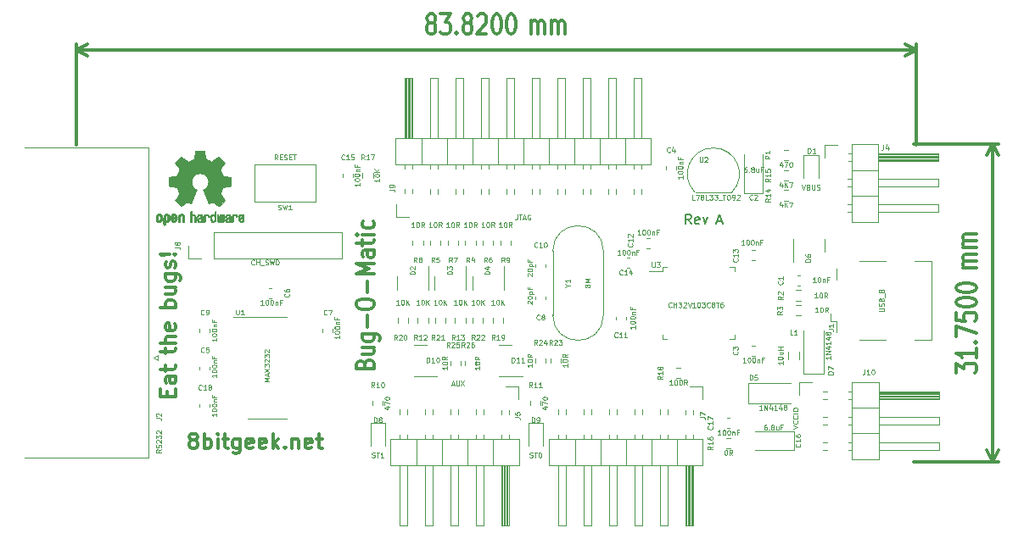
<source format=gbr>
G04 #@! TF.GenerationSoftware,KiCad,Pcbnew,6.99.0-unknown-1140fd0fb0~148~ubuntu20.04.1*
G04 #@! TF.CreationDate,2022-07-29T19:56:23-04:00*
G04 #@! TF.ProjectId,bug-o-matic,6275672d-6f2d-46d6-9174-69632e6b6963,rev?*
G04 #@! TF.SameCoordinates,Original*
G04 #@! TF.FileFunction,Legend,Top*
G04 #@! TF.FilePolarity,Positive*
%FSLAX46Y46*%
G04 Gerber Fmt 4.6, Leading zero omitted, Abs format (unit mm)*
G04 Created by KiCad (PCBNEW 6.99.0-unknown-1140fd0fb0~148~ubuntu20.04.1) date 2022-07-29 19:56:23*
%MOMM*%
%LPD*%
G01*
G04 APERTURE LIST*
%ADD10C,0.150000*%
%ADD11C,0.350000*%
%ADD12C,0.300000*%
%ADD13C,0.304800*%
%ADD14C,0.125000*%
%ADD15C,0.120000*%
%ADD16C,0.010000*%
G04 APERTURE END LIST*
D10*
X180521428Y-74367380D02*
X180188095Y-73891190D01*
X179950000Y-74367380D02*
X179950000Y-73367380D01*
X179950000Y-73367380D02*
X180330952Y-73367380D01*
X180330952Y-73367380D02*
X180426190Y-73415000D01*
X180426190Y-73415000D02*
X180473809Y-73462619D01*
X180473809Y-73462619D02*
X180521428Y-73557857D01*
X180521428Y-73557857D02*
X180521428Y-73700714D01*
X180521428Y-73700714D02*
X180473809Y-73795952D01*
X180473809Y-73795952D02*
X180426190Y-73843571D01*
X180426190Y-73843571D02*
X180330952Y-73891190D01*
X180330952Y-73891190D02*
X179950000Y-73891190D01*
X181330952Y-74319761D02*
X181235714Y-74367380D01*
X181235714Y-74367380D02*
X181045238Y-74367380D01*
X181045238Y-74367380D02*
X180950000Y-74319761D01*
X180950000Y-74319761D02*
X180902381Y-74224523D01*
X180902381Y-74224523D02*
X180902381Y-73843571D01*
X180902381Y-73843571D02*
X180950000Y-73748333D01*
X180950000Y-73748333D02*
X181045238Y-73700714D01*
X181045238Y-73700714D02*
X181235714Y-73700714D01*
X181235714Y-73700714D02*
X181330952Y-73748333D01*
X181330952Y-73748333D02*
X181378571Y-73843571D01*
X181378571Y-73843571D02*
X181378571Y-73938809D01*
X181378571Y-73938809D02*
X180902381Y-74034047D01*
X181711905Y-73700714D02*
X181950000Y-74367380D01*
X181950000Y-74367380D02*
X182188095Y-73700714D01*
X183121429Y-74081666D02*
X183597619Y-74081666D01*
X183026191Y-74367380D02*
X183359524Y-73367380D01*
X183359524Y-73367380D02*
X183692857Y-74367380D01*
D11*
X147968428Y-88357143D02*
X148054142Y-88142857D01*
X148054142Y-88142857D02*
X148139857Y-88071428D01*
X148139857Y-88071428D02*
X148311285Y-88000000D01*
X148311285Y-88000000D02*
X148568428Y-88000000D01*
X148568428Y-88000000D02*
X148739857Y-88071428D01*
X148739857Y-88071428D02*
X148825571Y-88142857D01*
X148825571Y-88142857D02*
X148911285Y-88285714D01*
X148911285Y-88285714D02*
X148911285Y-88857143D01*
X148911285Y-88857143D02*
X147111285Y-88857143D01*
X147111285Y-88857143D02*
X147111285Y-88357143D01*
X147111285Y-88357143D02*
X147197000Y-88214286D01*
X147197000Y-88214286D02*
X147282714Y-88142857D01*
X147282714Y-88142857D02*
X147454142Y-88071428D01*
X147454142Y-88071428D02*
X147625571Y-88071428D01*
X147625571Y-88071428D02*
X147797000Y-88142857D01*
X147797000Y-88142857D02*
X147882714Y-88214286D01*
X147882714Y-88214286D02*
X147968428Y-88357143D01*
X147968428Y-88357143D02*
X147968428Y-88857143D01*
X147711285Y-86714286D02*
X148911285Y-86714286D01*
X147711285Y-87357143D02*
X148654142Y-87357143D01*
X148654142Y-87357143D02*
X148825571Y-87285714D01*
X148825571Y-87285714D02*
X148911285Y-87142857D01*
X148911285Y-87142857D02*
X148911285Y-86928571D01*
X148911285Y-86928571D02*
X148825571Y-86785714D01*
X148825571Y-86785714D02*
X148739857Y-86714286D01*
X147711285Y-85357143D02*
X149168428Y-85357143D01*
X149168428Y-85357143D02*
X149339857Y-85428571D01*
X149339857Y-85428571D02*
X149425571Y-85500000D01*
X149425571Y-85500000D02*
X149511285Y-85642857D01*
X149511285Y-85642857D02*
X149511285Y-85857143D01*
X149511285Y-85857143D02*
X149425571Y-86000000D01*
X148825571Y-85357143D02*
X148911285Y-85500000D01*
X148911285Y-85500000D02*
X148911285Y-85785714D01*
X148911285Y-85785714D02*
X148825571Y-85928571D01*
X148825571Y-85928571D02*
X148739857Y-86000000D01*
X148739857Y-86000000D02*
X148568428Y-86071428D01*
X148568428Y-86071428D02*
X148054142Y-86071428D01*
X148054142Y-86071428D02*
X147882714Y-86000000D01*
X147882714Y-86000000D02*
X147797000Y-85928571D01*
X147797000Y-85928571D02*
X147711285Y-85785714D01*
X147711285Y-85785714D02*
X147711285Y-85500000D01*
X147711285Y-85500000D02*
X147797000Y-85357143D01*
X148225571Y-84642857D02*
X148225571Y-83500000D01*
X147111285Y-82499999D02*
X147111285Y-82214285D01*
X147111285Y-82214285D02*
X147197000Y-82071428D01*
X147197000Y-82071428D02*
X147368428Y-81928571D01*
X147368428Y-81928571D02*
X147711285Y-81857142D01*
X147711285Y-81857142D02*
X148311285Y-81857142D01*
X148311285Y-81857142D02*
X148654142Y-81928571D01*
X148654142Y-81928571D02*
X148825571Y-82071428D01*
X148825571Y-82071428D02*
X148911285Y-82214285D01*
X148911285Y-82214285D02*
X148911285Y-82499999D01*
X148911285Y-82499999D02*
X148825571Y-82642857D01*
X148825571Y-82642857D02*
X148654142Y-82785714D01*
X148654142Y-82785714D02*
X148311285Y-82857142D01*
X148311285Y-82857142D02*
X147711285Y-82857142D01*
X147711285Y-82857142D02*
X147368428Y-82785714D01*
X147368428Y-82785714D02*
X147197000Y-82642857D01*
X147197000Y-82642857D02*
X147111285Y-82499999D01*
X148225571Y-81214285D02*
X148225571Y-80071428D01*
X148911285Y-79357142D02*
X147111285Y-79357142D01*
X147111285Y-79357142D02*
X148397000Y-78857142D01*
X148397000Y-78857142D02*
X147111285Y-78357142D01*
X147111285Y-78357142D02*
X148911285Y-78357142D01*
X148911285Y-76999999D02*
X147968428Y-76999999D01*
X147968428Y-76999999D02*
X147797000Y-77071427D01*
X147797000Y-77071427D02*
X147711285Y-77214284D01*
X147711285Y-77214284D02*
X147711285Y-77499999D01*
X147711285Y-77499999D02*
X147797000Y-77642856D01*
X148825571Y-76999999D02*
X148911285Y-77142856D01*
X148911285Y-77142856D02*
X148911285Y-77499999D01*
X148911285Y-77499999D02*
X148825571Y-77642856D01*
X148825571Y-77642856D02*
X148654142Y-77714284D01*
X148654142Y-77714284D02*
X148482714Y-77714284D01*
X148482714Y-77714284D02*
X148311285Y-77642856D01*
X148311285Y-77642856D02*
X148225571Y-77499999D01*
X148225571Y-77499999D02*
X148225571Y-77142856D01*
X148225571Y-77142856D02*
X148139857Y-76999999D01*
X147711285Y-76499998D02*
X147711285Y-75928570D01*
X147111285Y-76285713D02*
X148654142Y-76285713D01*
X148654142Y-76285713D02*
X148825571Y-76214284D01*
X148825571Y-76214284D02*
X148911285Y-76071427D01*
X148911285Y-76071427D02*
X148911285Y-75928570D01*
X148911285Y-75428570D02*
X147711285Y-75428570D01*
X147111285Y-75428570D02*
X147197000Y-75499998D01*
X147197000Y-75499998D02*
X147282714Y-75428570D01*
X147282714Y-75428570D02*
X147197000Y-75357141D01*
X147197000Y-75357141D02*
X147111285Y-75428570D01*
X147111285Y-75428570D02*
X147282714Y-75428570D01*
X148825571Y-74071427D02*
X148911285Y-74214284D01*
X148911285Y-74214284D02*
X148911285Y-74499998D01*
X148911285Y-74499998D02*
X148825571Y-74642855D01*
X148825571Y-74642855D02*
X148739857Y-74714284D01*
X148739857Y-74714284D02*
X148568428Y-74785712D01*
X148568428Y-74785712D02*
X148054142Y-74785712D01*
X148054142Y-74785712D02*
X147882714Y-74714284D01*
X147882714Y-74714284D02*
X147797000Y-74642855D01*
X147797000Y-74642855D02*
X147711285Y-74499998D01*
X147711285Y-74499998D02*
X147711285Y-74214284D01*
X147711285Y-74214284D02*
X147797000Y-74071427D01*
D12*
X128265357Y-91578572D02*
X128265357Y-91078572D01*
X129051071Y-90864286D02*
X129051071Y-91578572D01*
X129051071Y-91578572D02*
X127551071Y-91578572D01*
X127551071Y-91578572D02*
X127551071Y-90864286D01*
X129051071Y-89578572D02*
X128265357Y-89578572D01*
X128265357Y-89578572D02*
X128122500Y-89650000D01*
X128122500Y-89650000D02*
X128051071Y-89792857D01*
X128051071Y-89792857D02*
X128051071Y-90078572D01*
X128051071Y-90078572D02*
X128122500Y-90221429D01*
X128979642Y-89578572D02*
X129051071Y-89721429D01*
X129051071Y-89721429D02*
X129051071Y-90078572D01*
X129051071Y-90078572D02*
X128979642Y-90221429D01*
X128979642Y-90221429D02*
X128836785Y-90292857D01*
X128836785Y-90292857D02*
X128693928Y-90292857D01*
X128693928Y-90292857D02*
X128551071Y-90221429D01*
X128551071Y-90221429D02*
X128479642Y-90078572D01*
X128479642Y-90078572D02*
X128479642Y-89721429D01*
X128479642Y-89721429D02*
X128408214Y-89578572D01*
X128051071Y-89078571D02*
X128051071Y-88507143D01*
X127551071Y-88864286D02*
X128836785Y-88864286D01*
X128836785Y-88864286D02*
X128979642Y-88792857D01*
X128979642Y-88792857D02*
X129051071Y-88650000D01*
X129051071Y-88650000D02*
X129051071Y-88507143D01*
X128051071Y-87321428D02*
X128051071Y-86750000D01*
X127551071Y-87107143D02*
X128836785Y-87107143D01*
X128836785Y-87107143D02*
X128979642Y-87035714D01*
X128979642Y-87035714D02*
X129051071Y-86892857D01*
X129051071Y-86892857D02*
X129051071Y-86750000D01*
X129051071Y-86250000D02*
X127551071Y-86250000D01*
X129051071Y-85607143D02*
X128265357Y-85607143D01*
X128265357Y-85607143D02*
X128122500Y-85678571D01*
X128122500Y-85678571D02*
X128051071Y-85821428D01*
X128051071Y-85821428D02*
X128051071Y-86035714D01*
X128051071Y-86035714D02*
X128122500Y-86178571D01*
X128122500Y-86178571D02*
X128193928Y-86250000D01*
X128979642Y-84321428D02*
X129051071Y-84464285D01*
X129051071Y-84464285D02*
X129051071Y-84750000D01*
X129051071Y-84750000D02*
X128979642Y-84892857D01*
X128979642Y-84892857D02*
X128836785Y-84964285D01*
X128836785Y-84964285D02*
X128265357Y-84964285D01*
X128265357Y-84964285D02*
X128122500Y-84892857D01*
X128122500Y-84892857D02*
X128051071Y-84750000D01*
X128051071Y-84750000D02*
X128051071Y-84464285D01*
X128051071Y-84464285D02*
X128122500Y-84321428D01*
X128122500Y-84321428D02*
X128265357Y-84250000D01*
X128265357Y-84250000D02*
X128408214Y-84250000D01*
X128408214Y-84250000D02*
X128551071Y-84964285D01*
X129051071Y-82707143D02*
X127551071Y-82707143D01*
X128122500Y-82707143D02*
X128051071Y-82564286D01*
X128051071Y-82564286D02*
X128051071Y-82278571D01*
X128051071Y-82278571D02*
X128122500Y-82135714D01*
X128122500Y-82135714D02*
X128193928Y-82064286D01*
X128193928Y-82064286D02*
X128336785Y-81992857D01*
X128336785Y-81992857D02*
X128765357Y-81992857D01*
X128765357Y-81992857D02*
X128908214Y-82064286D01*
X128908214Y-82064286D02*
X128979642Y-82135714D01*
X128979642Y-82135714D02*
X129051071Y-82278571D01*
X129051071Y-82278571D02*
X129051071Y-82564286D01*
X129051071Y-82564286D02*
X128979642Y-82707143D01*
X128051071Y-80707143D02*
X129051071Y-80707143D01*
X128051071Y-81350000D02*
X128836785Y-81350000D01*
X128836785Y-81350000D02*
X128979642Y-81278571D01*
X128979642Y-81278571D02*
X129051071Y-81135714D01*
X129051071Y-81135714D02*
X129051071Y-80921428D01*
X129051071Y-80921428D02*
X128979642Y-80778571D01*
X128979642Y-80778571D02*
X128908214Y-80707143D01*
X128051071Y-79350000D02*
X129265357Y-79350000D01*
X129265357Y-79350000D02*
X129408214Y-79421428D01*
X129408214Y-79421428D02*
X129479642Y-79492857D01*
X129479642Y-79492857D02*
X129551071Y-79635714D01*
X129551071Y-79635714D02*
X129551071Y-79850000D01*
X129551071Y-79850000D02*
X129479642Y-79992857D01*
X128979642Y-79350000D02*
X129051071Y-79492857D01*
X129051071Y-79492857D02*
X129051071Y-79778571D01*
X129051071Y-79778571D02*
X128979642Y-79921428D01*
X128979642Y-79921428D02*
X128908214Y-79992857D01*
X128908214Y-79992857D02*
X128765357Y-80064285D01*
X128765357Y-80064285D02*
X128336785Y-80064285D01*
X128336785Y-80064285D02*
X128193928Y-79992857D01*
X128193928Y-79992857D02*
X128122500Y-79921428D01*
X128122500Y-79921428D02*
X128051071Y-79778571D01*
X128051071Y-79778571D02*
X128051071Y-79492857D01*
X128051071Y-79492857D02*
X128122500Y-79350000D01*
X128979642Y-78707142D02*
X129051071Y-78564285D01*
X129051071Y-78564285D02*
X129051071Y-78278571D01*
X129051071Y-78278571D02*
X128979642Y-78135714D01*
X128979642Y-78135714D02*
X128836785Y-78064285D01*
X128836785Y-78064285D02*
X128765357Y-78064285D01*
X128765357Y-78064285D02*
X128622500Y-78135714D01*
X128622500Y-78135714D02*
X128551071Y-78278571D01*
X128551071Y-78278571D02*
X128551071Y-78492857D01*
X128551071Y-78492857D02*
X128479642Y-78635714D01*
X128479642Y-78635714D02*
X128336785Y-78707142D01*
X128336785Y-78707142D02*
X128265357Y-78707142D01*
X128265357Y-78707142D02*
X128122500Y-78635714D01*
X128122500Y-78635714D02*
X128051071Y-78492857D01*
X128051071Y-78492857D02*
X128051071Y-78278571D01*
X128051071Y-78278571D02*
X128122500Y-78135714D01*
X128908214Y-77421428D02*
X128979642Y-77349999D01*
X128979642Y-77349999D02*
X129051071Y-77421428D01*
X129051071Y-77421428D02*
X128979642Y-77492856D01*
X128979642Y-77492856D02*
X128908214Y-77421428D01*
X128908214Y-77421428D02*
X129051071Y-77421428D01*
X128479642Y-77421428D02*
X127622500Y-77492856D01*
X127622500Y-77492856D02*
X127551071Y-77421428D01*
X127551071Y-77421428D02*
X127622500Y-77349999D01*
X127622500Y-77349999D02*
X128479642Y-77421428D01*
X128479642Y-77421428D02*
X127551071Y-77421428D01*
X130714285Y-95943928D02*
X130571428Y-95872500D01*
X130571428Y-95872500D02*
X130499999Y-95801071D01*
X130499999Y-95801071D02*
X130428571Y-95658214D01*
X130428571Y-95658214D02*
X130428571Y-95586785D01*
X130428571Y-95586785D02*
X130499999Y-95443928D01*
X130499999Y-95443928D02*
X130571428Y-95372500D01*
X130571428Y-95372500D02*
X130714285Y-95301071D01*
X130714285Y-95301071D02*
X130999999Y-95301071D01*
X130999999Y-95301071D02*
X131142857Y-95372500D01*
X131142857Y-95372500D02*
X131214285Y-95443928D01*
X131214285Y-95443928D02*
X131285714Y-95586785D01*
X131285714Y-95586785D02*
X131285714Y-95658214D01*
X131285714Y-95658214D02*
X131214285Y-95801071D01*
X131214285Y-95801071D02*
X131142857Y-95872500D01*
X131142857Y-95872500D02*
X130999999Y-95943928D01*
X130999999Y-95943928D02*
X130714285Y-95943928D01*
X130714285Y-95943928D02*
X130571428Y-96015357D01*
X130571428Y-96015357D02*
X130499999Y-96086785D01*
X130499999Y-96086785D02*
X130428571Y-96229642D01*
X130428571Y-96229642D02*
X130428571Y-96515357D01*
X130428571Y-96515357D02*
X130499999Y-96658214D01*
X130499999Y-96658214D02*
X130571428Y-96729642D01*
X130571428Y-96729642D02*
X130714285Y-96801071D01*
X130714285Y-96801071D02*
X130999999Y-96801071D01*
X130999999Y-96801071D02*
X131142857Y-96729642D01*
X131142857Y-96729642D02*
X131214285Y-96658214D01*
X131214285Y-96658214D02*
X131285714Y-96515357D01*
X131285714Y-96515357D02*
X131285714Y-96229642D01*
X131285714Y-96229642D02*
X131214285Y-96086785D01*
X131214285Y-96086785D02*
X131142857Y-96015357D01*
X131142857Y-96015357D02*
X130999999Y-95943928D01*
X131928570Y-96801071D02*
X131928570Y-95301071D01*
X131928570Y-95872500D02*
X132071428Y-95801071D01*
X132071428Y-95801071D02*
X132357142Y-95801071D01*
X132357142Y-95801071D02*
X132499999Y-95872500D01*
X132499999Y-95872500D02*
X132571428Y-95943928D01*
X132571428Y-95943928D02*
X132642856Y-96086785D01*
X132642856Y-96086785D02*
X132642856Y-96515357D01*
X132642856Y-96515357D02*
X132571428Y-96658214D01*
X132571428Y-96658214D02*
X132499999Y-96729642D01*
X132499999Y-96729642D02*
X132357142Y-96801071D01*
X132357142Y-96801071D02*
X132071428Y-96801071D01*
X132071428Y-96801071D02*
X131928570Y-96729642D01*
X133285713Y-96801071D02*
X133285713Y-95801071D01*
X133285713Y-95301071D02*
X133214285Y-95372500D01*
X133214285Y-95372500D02*
X133285713Y-95443928D01*
X133285713Y-95443928D02*
X133357142Y-95372500D01*
X133357142Y-95372500D02*
X133285713Y-95301071D01*
X133285713Y-95301071D02*
X133285713Y-95443928D01*
X133785714Y-95801071D02*
X134357142Y-95801071D01*
X133999999Y-95301071D02*
X133999999Y-96586785D01*
X133999999Y-96586785D02*
X134071428Y-96729642D01*
X134071428Y-96729642D02*
X134214285Y-96801071D01*
X134214285Y-96801071D02*
X134357142Y-96801071D01*
X135500000Y-95801071D02*
X135500000Y-97015357D01*
X135500000Y-97015357D02*
X135428571Y-97158214D01*
X135428571Y-97158214D02*
X135357142Y-97229642D01*
X135357142Y-97229642D02*
X135214285Y-97301071D01*
X135214285Y-97301071D02*
X135000000Y-97301071D01*
X135000000Y-97301071D02*
X134857142Y-97229642D01*
X135500000Y-96729642D02*
X135357142Y-96801071D01*
X135357142Y-96801071D02*
X135071428Y-96801071D01*
X135071428Y-96801071D02*
X134928571Y-96729642D01*
X134928571Y-96729642D02*
X134857142Y-96658214D01*
X134857142Y-96658214D02*
X134785714Y-96515357D01*
X134785714Y-96515357D02*
X134785714Y-96086785D01*
X134785714Y-96086785D02*
X134857142Y-95943928D01*
X134857142Y-95943928D02*
X134928571Y-95872500D01*
X134928571Y-95872500D02*
X135071428Y-95801071D01*
X135071428Y-95801071D02*
X135357142Y-95801071D01*
X135357142Y-95801071D02*
X135500000Y-95872500D01*
X136785714Y-96729642D02*
X136642857Y-96801071D01*
X136642857Y-96801071D02*
X136357143Y-96801071D01*
X136357143Y-96801071D02*
X136214285Y-96729642D01*
X136214285Y-96729642D02*
X136142857Y-96586785D01*
X136142857Y-96586785D02*
X136142857Y-96015357D01*
X136142857Y-96015357D02*
X136214285Y-95872500D01*
X136214285Y-95872500D02*
X136357143Y-95801071D01*
X136357143Y-95801071D02*
X136642857Y-95801071D01*
X136642857Y-95801071D02*
X136785714Y-95872500D01*
X136785714Y-95872500D02*
X136857143Y-96015357D01*
X136857143Y-96015357D02*
X136857143Y-96158214D01*
X136857143Y-96158214D02*
X136142857Y-96301071D01*
X138071428Y-96729642D02*
X137928571Y-96801071D01*
X137928571Y-96801071D02*
X137642857Y-96801071D01*
X137642857Y-96801071D02*
X137499999Y-96729642D01*
X137499999Y-96729642D02*
X137428571Y-96586785D01*
X137428571Y-96586785D02*
X137428571Y-96015357D01*
X137428571Y-96015357D02*
X137499999Y-95872500D01*
X137499999Y-95872500D02*
X137642857Y-95801071D01*
X137642857Y-95801071D02*
X137928571Y-95801071D01*
X137928571Y-95801071D02*
X138071428Y-95872500D01*
X138071428Y-95872500D02*
X138142857Y-96015357D01*
X138142857Y-96015357D02*
X138142857Y-96158214D01*
X138142857Y-96158214D02*
X137428571Y-96301071D01*
X138785713Y-96801071D02*
X138785713Y-95301071D01*
X138928571Y-96229642D02*
X139357142Y-96801071D01*
X139357142Y-95801071D02*
X138785713Y-96372500D01*
X139999999Y-96658214D02*
X140071428Y-96729642D01*
X140071428Y-96729642D02*
X139999999Y-96801071D01*
X139999999Y-96801071D02*
X139928571Y-96729642D01*
X139928571Y-96729642D02*
X139999999Y-96658214D01*
X139999999Y-96658214D02*
X139999999Y-96801071D01*
X140714285Y-95801071D02*
X140714285Y-96801071D01*
X140714285Y-95943928D02*
X140785714Y-95872500D01*
X140785714Y-95872500D02*
X140928571Y-95801071D01*
X140928571Y-95801071D02*
X141142857Y-95801071D01*
X141142857Y-95801071D02*
X141285714Y-95872500D01*
X141285714Y-95872500D02*
X141357143Y-96015357D01*
X141357143Y-96015357D02*
X141357143Y-96801071D01*
X142642857Y-96729642D02*
X142500000Y-96801071D01*
X142500000Y-96801071D02*
X142214286Y-96801071D01*
X142214286Y-96801071D02*
X142071428Y-96729642D01*
X142071428Y-96729642D02*
X142000000Y-96586785D01*
X142000000Y-96586785D02*
X142000000Y-96015357D01*
X142000000Y-96015357D02*
X142071428Y-95872500D01*
X142071428Y-95872500D02*
X142214286Y-95801071D01*
X142214286Y-95801071D02*
X142500000Y-95801071D01*
X142500000Y-95801071D02*
X142642857Y-95872500D01*
X142642857Y-95872500D02*
X142714286Y-96015357D01*
X142714286Y-96015357D02*
X142714286Y-96158214D01*
X142714286Y-96158214D02*
X142000000Y-96301071D01*
X143142857Y-95801071D02*
X143714285Y-95801071D01*
X143357142Y-95301071D02*
X143357142Y-96586785D01*
X143357142Y-96586785D02*
X143428571Y-96729642D01*
X143428571Y-96729642D02*
X143571428Y-96801071D01*
X143571428Y-96801071D02*
X143714285Y-96801071D01*
D13*
X206977718Y-89213629D02*
X206977718Y-88270201D01*
X206977718Y-88270201D02*
X207751813Y-88778201D01*
X207751813Y-88778201D02*
X207751813Y-88560486D01*
X207751813Y-88560486D02*
X207848575Y-88415344D01*
X207848575Y-88415344D02*
X207945337Y-88342772D01*
X207945337Y-88342772D02*
X208138860Y-88270201D01*
X208138860Y-88270201D02*
X208622670Y-88270201D01*
X208622670Y-88270201D02*
X208816194Y-88342772D01*
X208816194Y-88342772D02*
X208912956Y-88415344D01*
X208912956Y-88415344D02*
X209009718Y-88560486D01*
X209009718Y-88560486D02*
X209009718Y-88995915D01*
X209009718Y-88995915D02*
X208912956Y-89141058D01*
X208912956Y-89141058D02*
X208816194Y-89213629D01*
X209009718Y-86818772D02*
X209009718Y-87689629D01*
X209009718Y-87254200D02*
X206977718Y-87254200D01*
X206977718Y-87254200D02*
X207268003Y-87399343D01*
X207268003Y-87399343D02*
X207461527Y-87544486D01*
X207461527Y-87544486D02*
X207558289Y-87689629D01*
X208816194Y-86165628D02*
X208912956Y-86093057D01*
X208912956Y-86093057D02*
X209009718Y-86165628D01*
X209009718Y-86165628D02*
X208912956Y-86238200D01*
X208912956Y-86238200D02*
X208816194Y-86165628D01*
X208816194Y-86165628D02*
X209009718Y-86165628D01*
X206977718Y-85585057D02*
X206977718Y-84569057D01*
X206977718Y-84569057D02*
X209009718Y-85222200D01*
X206977718Y-83262771D02*
X206977718Y-83988485D01*
X206977718Y-83988485D02*
X207945337Y-84061057D01*
X207945337Y-84061057D02*
X207848575Y-83988485D01*
X207848575Y-83988485D02*
X207751813Y-83843343D01*
X207751813Y-83843343D02*
X207751813Y-83480485D01*
X207751813Y-83480485D02*
X207848575Y-83335343D01*
X207848575Y-83335343D02*
X207945337Y-83262771D01*
X207945337Y-83262771D02*
X208138860Y-83190200D01*
X208138860Y-83190200D02*
X208622670Y-83190200D01*
X208622670Y-83190200D02*
X208816194Y-83262771D01*
X208816194Y-83262771D02*
X208912956Y-83335343D01*
X208912956Y-83335343D02*
X209009718Y-83480485D01*
X209009718Y-83480485D02*
X209009718Y-83843343D01*
X209009718Y-83843343D02*
X208912956Y-83988485D01*
X208912956Y-83988485D02*
X208816194Y-84061057D01*
X206977718Y-82246771D02*
X206977718Y-82101628D01*
X206977718Y-82101628D02*
X207074480Y-81956485D01*
X207074480Y-81956485D02*
X207171241Y-81883914D01*
X207171241Y-81883914D02*
X207364765Y-81811342D01*
X207364765Y-81811342D02*
X207751813Y-81738771D01*
X207751813Y-81738771D02*
X208235622Y-81738771D01*
X208235622Y-81738771D02*
X208622670Y-81811342D01*
X208622670Y-81811342D02*
X208816194Y-81883914D01*
X208816194Y-81883914D02*
X208912956Y-81956485D01*
X208912956Y-81956485D02*
X209009718Y-82101628D01*
X209009718Y-82101628D02*
X209009718Y-82246771D01*
X209009718Y-82246771D02*
X208912956Y-82391914D01*
X208912956Y-82391914D02*
X208816194Y-82464485D01*
X208816194Y-82464485D02*
X208622670Y-82537056D01*
X208622670Y-82537056D02*
X208235622Y-82609628D01*
X208235622Y-82609628D02*
X207751813Y-82609628D01*
X207751813Y-82609628D02*
X207364765Y-82537056D01*
X207364765Y-82537056D02*
X207171241Y-82464485D01*
X207171241Y-82464485D02*
X207074480Y-82391914D01*
X207074480Y-82391914D02*
X206977718Y-82246771D01*
X206977718Y-80795342D02*
X206977718Y-80650199D01*
X206977718Y-80650199D02*
X207074480Y-80505056D01*
X207074480Y-80505056D02*
X207171241Y-80432485D01*
X207171241Y-80432485D02*
X207364765Y-80359913D01*
X207364765Y-80359913D02*
X207751813Y-80287342D01*
X207751813Y-80287342D02*
X208235622Y-80287342D01*
X208235622Y-80287342D02*
X208622670Y-80359913D01*
X208622670Y-80359913D02*
X208816194Y-80432485D01*
X208816194Y-80432485D02*
X208912956Y-80505056D01*
X208912956Y-80505056D02*
X209009718Y-80650199D01*
X209009718Y-80650199D02*
X209009718Y-80795342D01*
X209009718Y-80795342D02*
X208912956Y-80940485D01*
X208912956Y-80940485D02*
X208816194Y-81013056D01*
X208816194Y-81013056D02*
X208622670Y-81085627D01*
X208622670Y-81085627D02*
X208235622Y-81158199D01*
X208235622Y-81158199D02*
X207751813Y-81158199D01*
X207751813Y-81158199D02*
X207364765Y-81085627D01*
X207364765Y-81085627D02*
X207171241Y-81013056D01*
X207171241Y-81013056D02*
X207074480Y-80940485D01*
X207074480Y-80940485D02*
X206977718Y-80795342D01*
X209009718Y-78719798D02*
X207655051Y-78719798D01*
X207848575Y-78719798D02*
X207751813Y-78647227D01*
X207751813Y-78647227D02*
X207655051Y-78502084D01*
X207655051Y-78502084D02*
X207655051Y-78284370D01*
X207655051Y-78284370D02*
X207751813Y-78139227D01*
X207751813Y-78139227D02*
X207945337Y-78066656D01*
X207945337Y-78066656D02*
X209009718Y-78066656D01*
X207945337Y-78066656D02*
X207751813Y-77994084D01*
X207751813Y-77994084D02*
X207655051Y-77848941D01*
X207655051Y-77848941D02*
X207655051Y-77631227D01*
X207655051Y-77631227D02*
X207751813Y-77486084D01*
X207751813Y-77486084D02*
X207945337Y-77413513D01*
X207945337Y-77413513D02*
X209009718Y-77413513D01*
X209009718Y-76687798D02*
X207655051Y-76687798D01*
X207848575Y-76687798D02*
X207751813Y-76615227D01*
X207751813Y-76615227D02*
X207655051Y-76470084D01*
X207655051Y-76470084D02*
X207655051Y-76252370D01*
X207655051Y-76252370D02*
X207751813Y-76107227D01*
X207751813Y-76107227D02*
X207945337Y-76034656D01*
X207945337Y-76034656D02*
X209009718Y-76034656D01*
X207945337Y-76034656D02*
X207751813Y-75962084D01*
X207751813Y-75962084D02*
X207655051Y-75816941D01*
X207655051Y-75816941D02*
X207655051Y-75599227D01*
X207655051Y-75599227D02*
X207751813Y-75454084D01*
X207751813Y-75454084D02*
X207945337Y-75381513D01*
X207945337Y-75381513D02*
X209009718Y-75381513D01*
X202728540Y-98100000D02*
X211186420Y-98100000D01*
X202728540Y-66350000D02*
X211186420Y-66350000D01*
X210600000Y-98100000D02*
X210600000Y-66350000D01*
X210600000Y-98100000D02*
X210600000Y-66350000D01*
X210600000Y-98100000D02*
X210013579Y-96973496D01*
X210600000Y-98100000D02*
X211186421Y-96973496D01*
X210600000Y-66350000D02*
X211186421Y-67476504D01*
X210600000Y-66350000D02*
X210013579Y-67476504D01*
X154446767Y-54248575D02*
X154301624Y-54151813D01*
X154301624Y-54151813D02*
X154229053Y-54055051D01*
X154229053Y-54055051D02*
X154156481Y-53861527D01*
X154156481Y-53861527D02*
X154156481Y-53764765D01*
X154156481Y-53764765D02*
X154229053Y-53571241D01*
X154229053Y-53571241D02*
X154301624Y-53474480D01*
X154301624Y-53474480D02*
X154446767Y-53377718D01*
X154446767Y-53377718D02*
X154737053Y-53377718D01*
X154737053Y-53377718D02*
X154882196Y-53474480D01*
X154882196Y-53474480D02*
X154954767Y-53571241D01*
X154954767Y-53571241D02*
X155027338Y-53764765D01*
X155027338Y-53764765D02*
X155027338Y-53861527D01*
X155027338Y-53861527D02*
X154954767Y-54055051D01*
X154954767Y-54055051D02*
X154882196Y-54151813D01*
X154882196Y-54151813D02*
X154737053Y-54248575D01*
X154737053Y-54248575D02*
X154446767Y-54248575D01*
X154446767Y-54248575D02*
X154301624Y-54345337D01*
X154301624Y-54345337D02*
X154229053Y-54442099D01*
X154229053Y-54442099D02*
X154156481Y-54635622D01*
X154156481Y-54635622D02*
X154156481Y-55022670D01*
X154156481Y-55022670D02*
X154229053Y-55216194D01*
X154229053Y-55216194D02*
X154301624Y-55312956D01*
X154301624Y-55312956D02*
X154446767Y-55409718D01*
X154446767Y-55409718D02*
X154737053Y-55409718D01*
X154737053Y-55409718D02*
X154882196Y-55312956D01*
X154882196Y-55312956D02*
X154954767Y-55216194D01*
X154954767Y-55216194D02*
X155027338Y-55022670D01*
X155027338Y-55022670D02*
X155027338Y-54635622D01*
X155027338Y-54635622D02*
X154954767Y-54442099D01*
X154954767Y-54442099D02*
X154882196Y-54345337D01*
X154882196Y-54345337D02*
X154737053Y-54248575D01*
X155535339Y-53377718D02*
X156478767Y-53377718D01*
X156478767Y-53377718D02*
X155970767Y-54151813D01*
X155970767Y-54151813D02*
X156188482Y-54151813D01*
X156188482Y-54151813D02*
X156333625Y-54248575D01*
X156333625Y-54248575D02*
X156406196Y-54345337D01*
X156406196Y-54345337D02*
X156478767Y-54538860D01*
X156478767Y-54538860D02*
X156478767Y-55022670D01*
X156478767Y-55022670D02*
X156406196Y-55216194D01*
X156406196Y-55216194D02*
X156333625Y-55312956D01*
X156333625Y-55312956D02*
X156188482Y-55409718D01*
X156188482Y-55409718D02*
X155753053Y-55409718D01*
X155753053Y-55409718D02*
X155607910Y-55312956D01*
X155607910Y-55312956D02*
X155535339Y-55216194D01*
X157131911Y-55216194D02*
X157204482Y-55312956D01*
X157204482Y-55312956D02*
X157131911Y-55409718D01*
X157131911Y-55409718D02*
X157059339Y-55312956D01*
X157059339Y-55312956D02*
X157131911Y-55216194D01*
X157131911Y-55216194D02*
X157131911Y-55409718D01*
X158075339Y-54248575D02*
X157930196Y-54151813D01*
X157930196Y-54151813D02*
X157857625Y-54055051D01*
X157857625Y-54055051D02*
X157785053Y-53861527D01*
X157785053Y-53861527D02*
X157785053Y-53764765D01*
X157785053Y-53764765D02*
X157857625Y-53571241D01*
X157857625Y-53571241D02*
X157930196Y-53474480D01*
X157930196Y-53474480D02*
X158075339Y-53377718D01*
X158075339Y-53377718D02*
X158365625Y-53377718D01*
X158365625Y-53377718D02*
X158510768Y-53474480D01*
X158510768Y-53474480D02*
X158583339Y-53571241D01*
X158583339Y-53571241D02*
X158655910Y-53764765D01*
X158655910Y-53764765D02*
X158655910Y-53861527D01*
X158655910Y-53861527D02*
X158583339Y-54055051D01*
X158583339Y-54055051D02*
X158510768Y-54151813D01*
X158510768Y-54151813D02*
X158365625Y-54248575D01*
X158365625Y-54248575D02*
X158075339Y-54248575D01*
X158075339Y-54248575D02*
X157930196Y-54345337D01*
X157930196Y-54345337D02*
X157857625Y-54442099D01*
X157857625Y-54442099D02*
X157785053Y-54635622D01*
X157785053Y-54635622D02*
X157785053Y-55022670D01*
X157785053Y-55022670D02*
X157857625Y-55216194D01*
X157857625Y-55216194D02*
X157930196Y-55312956D01*
X157930196Y-55312956D02*
X158075339Y-55409718D01*
X158075339Y-55409718D02*
X158365625Y-55409718D01*
X158365625Y-55409718D02*
X158510768Y-55312956D01*
X158510768Y-55312956D02*
X158583339Y-55216194D01*
X158583339Y-55216194D02*
X158655910Y-55022670D01*
X158655910Y-55022670D02*
X158655910Y-54635622D01*
X158655910Y-54635622D02*
X158583339Y-54442099D01*
X158583339Y-54442099D02*
X158510768Y-54345337D01*
X158510768Y-54345337D02*
X158365625Y-54248575D01*
X159236482Y-53571241D02*
X159309054Y-53474480D01*
X159309054Y-53474480D02*
X159454197Y-53377718D01*
X159454197Y-53377718D02*
X159817054Y-53377718D01*
X159817054Y-53377718D02*
X159962197Y-53474480D01*
X159962197Y-53474480D02*
X160034768Y-53571241D01*
X160034768Y-53571241D02*
X160107339Y-53764765D01*
X160107339Y-53764765D02*
X160107339Y-53958289D01*
X160107339Y-53958289D02*
X160034768Y-54248575D01*
X160034768Y-54248575D02*
X159163911Y-55409718D01*
X159163911Y-55409718D02*
X160107339Y-55409718D01*
X161050768Y-53377718D02*
X161195911Y-53377718D01*
X161195911Y-53377718D02*
X161341054Y-53474480D01*
X161341054Y-53474480D02*
X161413626Y-53571241D01*
X161413626Y-53571241D02*
X161486197Y-53764765D01*
X161486197Y-53764765D02*
X161558768Y-54151813D01*
X161558768Y-54151813D02*
X161558768Y-54635622D01*
X161558768Y-54635622D02*
X161486197Y-55022670D01*
X161486197Y-55022670D02*
X161413626Y-55216194D01*
X161413626Y-55216194D02*
X161341054Y-55312956D01*
X161341054Y-55312956D02*
X161195911Y-55409718D01*
X161195911Y-55409718D02*
X161050768Y-55409718D01*
X161050768Y-55409718D02*
X160905626Y-55312956D01*
X160905626Y-55312956D02*
X160833054Y-55216194D01*
X160833054Y-55216194D02*
X160760483Y-55022670D01*
X160760483Y-55022670D02*
X160687911Y-54635622D01*
X160687911Y-54635622D02*
X160687911Y-54151813D01*
X160687911Y-54151813D02*
X160760483Y-53764765D01*
X160760483Y-53764765D02*
X160833054Y-53571241D01*
X160833054Y-53571241D02*
X160905626Y-53474480D01*
X160905626Y-53474480D02*
X161050768Y-53377718D01*
X162502197Y-53377718D02*
X162647340Y-53377718D01*
X162647340Y-53377718D02*
X162792483Y-53474480D01*
X162792483Y-53474480D02*
X162865055Y-53571241D01*
X162865055Y-53571241D02*
X162937626Y-53764765D01*
X162937626Y-53764765D02*
X163010197Y-54151813D01*
X163010197Y-54151813D02*
X163010197Y-54635622D01*
X163010197Y-54635622D02*
X162937626Y-55022670D01*
X162937626Y-55022670D02*
X162865055Y-55216194D01*
X162865055Y-55216194D02*
X162792483Y-55312956D01*
X162792483Y-55312956D02*
X162647340Y-55409718D01*
X162647340Y-55409718D02*
X162502197Y-55409718D01*
X162502197Y-55409718D02*
X162357055Y-55312956D01*
X162357055Y-55312956D02*
X162284483Y-55216194D01*
X162284483Y-55216194D02*
X162211912Y-55022670D01*
X162211912Y-55022670D02*
X162139340Y-54635622D01*
X162139340Y-54635622D02*
X162139340Y-54151813D01*
X162139340Y-54151813D02*
X162211912Y-53764765D01*
X162211912Y-53764765D02*
X162284483Y-53571241D01*
X162284483Y-53571241D02*
X162357055Y-53474480D01*
X162357055Y-53474480D02*
X162502197Y-53377718D01*
X164577741Y-55409718D02*
X164577741Y-54055051D01*
X164577741Y-54248575D02*
X164650312Y-54151813D01*
X164650312Y-54151813D02*
X164795455Y-54055051D01*
X164795455Y-54055051D02*
X165013169Y-54055051D01*
X165013169Y-54055051D02*
X165158312Y-54151813D01*
X165158312Y-54151813D02*
X165230884Y-54345337D01*
X165230884Y-54345337D02*
X165230884Y-55409718D01*
X165230884Y-54345337D02*
X165303455Y-54151813D01*
X165303455Y-54151813D02*
X165448598Y-54055051D01*
X165448598Y-54055051D02*
X165666312Y-54055051D01*
X165666312Y-54055051D02*
X165811455Y-54151813D01*
X165811455Y-54151813D02*
X165884026Y-54345337D01*
X165884026Y-54345337D02*
X165884026Y-55409718D01*
X166609741Y-55409718D02*
X166609741Y-54055051D01*
X166609741Y-54248575D02*
X166682312Y-54151813D01*
X166682312Y-54151813D02*
X166827455Y-54055051D01*
X166827455Y-54055051D02*
X167045169Y-54055051D01*
X167045169Y-54055051D02*
X167190312Y-54151813D01*
X167190312Y-54151813D02*
X167262884Y-54345337D01*
X167262884Y-54345337D02*
X167262884Y-55409718D01*
X167262884Y-54345337D02*
X167335455Y-54151813D01*
X167335455Y-54151813D02*
X167480598Y-54055051D01*
X167480598Y-54055051D02*
X167698312Y-54055051D01*
X167698312Y-54055051D02*
X167843455Y-54151813D01*
X167843455Y-54151813D02*
X167916026Y-54345337D01*
X167916026Y-54345337D02*
X167916026Y-55409718D01*
X202982540Y-66477000D02*
X202982540Y-56413580D01*
X119162540Y-66477000D02*
X119162540Y-56413580D01*
X202982540Y-57000000D02*
X119162540Y-57000000D01*
X202982540Y-57000000D02*
X119162540Y-57000000D01*
X202982540Y-57000000D02*
X201856036Y-57586421D01*
X202982540Y-57000000D02*
X201856036Y-56413579D01*
X119162540Y-57000000D02*
X120289044Y-56413579D01*
X119162540Y-57000000D02*
X120289044Y-57586421D01*
D14*
X189636071Y-80083333D02*
X189659880Y-80107142D01*
X189659880Y-80107142D02*
X189683690Y-80178571D01*
X189683690Y-80178571D02*
X189683690Y-80226190D01*
X189683690Y-80226190D02*
X189659880Y-80297618D01*
X189659880Y-80297618D02*
X189612261Y-80345237D01*
X189612261Y-80345237D02*
X189564642Y-80369047D01*
X189564642Y-80369047D02*
X189469404Y-80392856D01*
X189469404Y-80392856D02*
X189397976Y-80392856D01*
X189397976Y-80392856D02*
X189302738Y-80369047D01*
X189302738Y-80369047D02*
X189255119Y-80345237D01*
X189255119Y-80345237D02*
X189207500Y-80297618D01*
X189207500Y-80297618D02*
X189183690Y-80226190D01*
X189183690Y-80226190D02*
X189183690Y-80178571D01*
X189183690Y-80178571D02*
X189207500Y-80107142D01*
X189207500Y-80107142D02*
X189231309Y-80083333D01*
X189683690Y-79607142D02*
X189683690Y-79892856D01*
X189683690Y-79749999D02*
X189183690Y-79749999D01*
X189183690Y-79749999D02*
X189255119Y-79797618D01*
X189255119Y-79797618D02*
X189302738Y-79845237D01*
X189302738Y-79845237D02*
X189326547Y-79892856D01*
X192964286Y-80183690D02*
X192678572Y-80183690D01*
X192821429Y-80183690D02*
X192821429Y-79683690D01*
X192821429Y-79683690D02*
X192773810Y-79755119D01*
X192773810Y-79755119D02*
X192726191Y-79802738D01*
X192726191Y-79802738D02*
X192678572Y-79826547D01*
X193273809Y-79683690D02*
X193321428Y-79683690D01*
X193321428Y-79683690D02*
X193369047Y-79707500D01*
X193369047Y-79707500D02*
X193392857Y-79731309D01*
X193392857Y-79731309D02*
X193416666Y-79778928D01*
X193416666Y-79778928D02*
X193440476Y-79874166D01*
X193440476Y-79874166D02*
X193440476Y-79993214D01*
X193440476Y-79993214D02*
X193416666Y-80088452D01*
X193416666Y-80088452D02*
X193392857Y-80136071D01*
X193392857Y-80136071D02*
X193369047Y-80159880D01*
X193369047Y-80159880D02*
X193321428Y-80183690D01*
X193321428Y-80183690D02*
X193273809Y-80183690D01*
X193273809Y-80183690D02*
X193226190Y-80159880D01*
X193226190Y-80159880D02*
X193202381Y-80136071D01*
X193202381Y-80136071D02*
X193178571Y-80088452D01*
X193178571Y-80088452D02*
X193154762Y-79993214D01*
X193154762Y-79993214D02*
X193154762Y-79874166D01*
X193154762Y-79874166D02*
X193178571Y-79778928D01*
X193178571Y-79778928D02*
X193202381Y-79731309D01*
X193202381Y-79731309D02*
X193226190Y-79707500D01*
X193226190Y-79707500D02*
X193273809Y-79683690D01*
X193654761Y-79850357D02*
X193654761Y-80183690D01*
X193654761Y-79897976D02*
X193678571Y-79874166D01*
X193678571Y-79874166D02*
X193726190Y-79850357D01*
X193726190Y-79850357D02*
X193797618Y-79850357D01*
X193797618Y-79850357D02*
X193845237Y-79874166D01*
X193845237Y-79874166D02*
X193869047Y-79921785D01*
X193869047Y-79921785D02*
X193869047Y-80183690D01*
X194273809Y-79921785D02*
X194107142Y-79921785D01*
X194107142Y-80183690D02*
X194107142Y-79683690D01*
X194107142Y-79683690D02*
X194345237Y-79683690D01*
X185136071Y-87083333D02*
X185159880Y-87107142D01*
X185159880Y-87107142D02*
X185183690Y-87178571D01*
X185183690Y-87178571D02*
X185183690Y-87226190D01*
X185183690Y-87226190D02*
X185159880Y-87297618D01*
X185159880Y-87297618D02*
X185112261Y-87345237D01*
X185112261Y-87345237D02*
X185064642Y-87369047D01*
X185064642Y-87369047D02*
X184969404Y-87392856D01*
X184969404Y-87392856D02*
X184897976Y-87392856D01*
X184897976Y-87392856D02*
X184802738Y-87369047D01*
X184802738Y-87369047D02*
X184755119Y-87345237D01*
X184755119Y-87345237D02*
X184707500Y-87297618D01*
X184707500Y-87297618D02*
X184683690Y-87226190D01*
X184683690Y-87226190D02*
X184683690Y-87178571D01*
X184683690Y-87178571D02*
X184707500Y-87107142D01*
X184707500Y-87107142D02*
X184731309Y-87083333D01*
X184683690Y-86916666D02*
X184683690Y-86607142D01*
X184683690Y-86607142D02*
X184874166Y-86773809D01*
X184874166Y-86773809D02*
X184874166Y-86702380D01*
X184874166Y-86702380D02*
X184897976Y-86654761D01*
X184897976Y-86654761D02*
X184921785Y-86630952D01*
X184921785Y-86630952D02*
X184969404Y-86607142D01*
X184969404Y-86607142D02*
X185088452Y-86607142D01*
X185088452Y-86607142D02*
X185136071Y-86630952D01*
X185136071Y-86630952D02*
X185159880Y-86654761D01*
X185159880Y-86654761D02*
X185183690Y-86702380D01*
X185183690Y-86702380D02*
X185183690Y-86845237D01*
X185183690Y-86845237D02*
X185159880Y-86892856D01*
X185159880Y-86892856D02*
X185136071Y-86916666D01*
X185976191Y-88183690D02*
X185690477Y-88183690D01*
X185833334Y-88183690D02*
X185833334Y-87683690D01*
X185833334Y-87683690D02*
X185785715Y-87755119D01*
X185785715Y-87755119D02*
X185738096Y-87802738D01*
X185738096Y-87802738D02*
X185690477Y-87826547D01*
X186285714Y-87683690D02*
X186333333Y-87683690D01*
X186333333Y-87683690D02*
X186380952Y-87707500D01*
X186380952Y-87707500D02*
X186404762Y-87731309D01*
X186404762Y-87731309D02*
X186428571Y-87778928D01*
X186428571Y-87778928D02*
X186452381Y-87874166D01*
X186452381Y-87874166D02*
X186452381Y-87993214D01*
X186452381Y-87993214D02*
X186428571Y-88088452D01*
X186428571Y-88088452D02*
X186404762Y-88136071D01*
X186404762Y-88136071D02*
X186380952Y-88159880D01*
X186380952Y-88159880D02*
X186333333Y-88183690D01*
X186333333Y-88183690D02*
X186285714Y-88183690D01*
X186285714Y-88183690D02*
X186238095Y-88159880D01*
X186238095Y-88159880D02*
X186214286Y-88136071D01*
X186214286Y-88136071D02*
X186190476Y-88088452D01*
X186190476Y-88088452D02*
X186166667Y-87993214D01*
X186166667Y-87993214D02*
X186166667Y-87874166D01*
X186166667Y-87874166D02*
X186190476Y-87778928D01*
X186190476Y-87778928D02*
X186214286Y-87731309D01*
X186214286Y-87731309D02*
X186238095Y-87707500D01*
X186238095Y-87707500D02*
X186285714Y-87683690D01*
X186761904Y-87683690D02*
X186809523Y-87683690D01*
X186809523Y-87683690D02*
X186857142Y-87707500D01*
X186857142Y-87707500D02*
X186880952Y-87731309D01*
X186880952Y-87731309D02*
X186904761Y-87778928D01*
X186904761Y-87778928D02*
X186928571Y-87874166D01*
X186928571Y-87874166D02*
X186928571Y-87993214D01*
X186928571Y-87993214D02*
X186904761Y-88088452D01*
X186904761Y-88088452D02*
X186880952Y-88136071D01*
X186880952Y-88136071D02*
X186857142Y-88159880D01*
X186857142Y-88159880D02*
X186809523Y-88183690D01*
X186809523Y-88183690D02*
X186761904Y-88183690D01*
X186761904Y-88183690D02*
X186714285Y-88159880D01*
X186714285Y-88159880D02*
X186690476Y-88136071D01*
X186690476Y-88136071D02*
X186666666Y-88088452D01*
X186666666Y-88088452D02*
X186642857Y-87993214D01*
X186642857Y-87993214D02*
X186642857Y-87874166D01*
X186642857Y-87874166D02*
X186666666Y-87778928D01*
X186666666Y-87778928D02*
X186690476Y-87731309D01*
X186690476Y-87731309D02*
X186714285Y-87707500D01*
X186714285Y-87707500D02*
X186761904Y-87683690D01*
X187142856Y-87850357D02*
X187142856Y-88183690D01*
X187142856Y-87897976D02*
X187166666Y-87874166D01*
X187166666Y-87874166D02*
X187214285Y-87850357D01*
X187214285Y-87850357D02*
X187285713Y-87850357D01*
X187285713Y-87850357D02*
X187333332Y-87874166D01*
X187333332Y-87874166D02*
X187357142Y-87921785D01*
X187357142Y-87921785D02*
X187357142Y-88183690D01*
X187761904Y-87921785D02*
X187595237Y-87921785D01*
X187595237Y-88183690D02*
X187595237Y-87683690D01*
X187595237Y-87683690D02*
X187833332Y-87683690D01*
X162642857Y-88183690D02*
X162642857Y-87683690D01*
X162642857Y-87683690D02*
X162761905Y-87683690D01*
X162761905Y-87683690D02*
X162833333Y-87707500D01*
X162833333Y-87707500D02*
X162880952Y-87755119D01*
X162880952Y-87755119D02*
X162904762Y-87802738D01*
X162904762Y-87802738D02*
X162928571Y-87897976D01*
X162928571Y-87897976D02*
X162928571Y-87969404D01*
X162928571Y-87969404D02*
X162904762Y-88064642D01*
X162904762Y-88064642D02*
X162880952Y-88112261D01*
X162880952Y-88112261D02*
X162833333Y-88159880D01*
X162833333Y-88159880D02*
X162761905Y-88183690D01*
X162761905Y-88183690D02*
X162642857Y-88183690D01*
X163404762Y-88183690D02*
X163119048Y-88183690D01*
X163261905Y-88183690D02*
X163261905Y-87683690D01*
X163261905Y-87683690D02*
X163214286Y-87755119D01*
X163214286Y-87755119D02*
X163166667Y-87802738D01*
X163166667Y-87802738D02*
X163119048Y-87826547D01*
X163880952Y-88183690D02*
X163595238Y-88183690D01*
X163738095Y-88183690D02*
X163738095Y-87683690D01*
X163738095Y-87683690D02*
X163690476Y-87755119D01*
X163690476Y-87755119D02*
X163642857Y-87802738D01*
X163642857Y-87802738D02*
X163595238Y-87826547D01*
X164630952Y-94183690D02*
X164630952Y-93683690D01*
X164630952Y-93683690D02*
X164750000Y-93683690D01*
X164750000Y-93683690D02*
X164821428Y-93707500D01*
X164821428Y-93707500D02*
X164869047Y-93755119D01*
X164869047Y-93755119D02*
X164892857Y-93802738D01*
X164892857Y-93802738D02*
X164916666Y-93897976D01*
X164916666Y-93897976D02*
X164916666Y-93969404D01*
X164916666Y-93969404D02*
X164892857Y-94064642D01*
X164892857Y-94064642D02*
X164869047Y-94112261D01*
X164869047Y-94112261D02*
X164821428Y-94159880D01*
X164821428Y-94159880D02*
X164750000Y-94183690D01*
X164750000Y-94183690D02*
X164630952Y-94183690D01*
X165154762Y-94183690D02*
X165250000Y-94183690D01*
X165250000Y-94183690D02*
X165297619Y-94159880D01*
X165297619Y-94159880D02*
X165321428Y-94136071D01*
X165321428Y-94136071D02*
X165369047Y-94064642D01*
X165369047Y-94064642D02*
X165392857Y-93969404D01*
X165392857Y-93969404D02*
X165392857Y-93778928D01*
X165392857Y-93778928D02*
X165369047Y-93731309D01*
X165369047Y-93731309D02*
X165345238Y-93707500D01*
X165345238Y-93707500D02*
X165297619Y-93683690D01*
X165297619Y-93683690D02*
X165202381Y-93683690D01*
X165202381Y-93683690D02*
X165154762Y-93707500D01*
X165154762Y-93707500D02*
X165130952Y-93731309D01*
X165130952Y-93731309D02*
X165107143Y-93778928D01*
X165107143Y-93778928D02*
X165107143Y-93897976D01*
X165107143Y-93897976D02*
X165130952Y-93945595D01*
X165130952Y-93945595D02*
X165154762Y-93969404D01*
X165154762Y-93969404D02*
X165202381Y-93993214D01*
X165202381Y-93993214D02*
X165297619Y-93993214D01*
X165297619Y-93993214D02*
X165345238Y-93969404D01*
X165345238Y-93969404D02*
X165369047Y-93945595D01*
X165369047Y-93945595D02*
X165392857Y-93897976D01*
X164428572Y-97659880D02*
X164500000Y-97683690D01*
X164500000Y-97683690D02*
X164619048Y-97683690D01*
X164619048Y-97683690D02*
X164666667Y-97659880D01*
X164666667Y-97659880D02*
X164690476Y-97636071D01*
X164690476Y-97636071D02*
X164714286Y-97588452D01*
X164714286Y-97588452D02*
X164714286Y-97540833D01*
X164714286Y-97540833D02*
X164690476Y-97493214D01*
X164690476Y-97493214D02*
X164666667Y-97469404D01*
X164666667Y-97469404D02*
X164619048Y-97445595D01*
X164619048Y-97445595D02*
X164523810Y-97421785D01*
X164523810Y-97421785D02*
X164476191Y-97397976D01*
X164476191Y-97397976D02*
X164452381Y-97374166D01*
X164452381Y-97374166D02*
X164428572Y-97326547D01*
X164428572Y-97326547D02*
X164428572Y-97278928D01*
X164428572Y-97278928D02*
X164452381Y-97231309D01*
X164452381Y-97231309D02*
X164476191Y-97207500D01*
X164476191Y-97207500D02*
X164523810Y-97183690D01*
X164523810Y-97183690D02*
X164642857Y-97183690D01*
X164642857Y-97183690D02*
X164714286Y-97207500D01*
X164857143Y-97183690D02*
X165142857Y-97183690D01*
X165000000Y-97683690D02*
X165000000Y-97183690D01*
X165404761Y-97183690D02*
X165452380Y-97183690D01*
X165452380Y-97183690D02*
X165499999Y-97207500D01*
X165499999Y-97207500D02*
X165523809Y-97231309D01*
X165523809Y-97231309D02*
X165547618Y-97278928D01*
X165547618Y-97278928D02*
X165571428Y-97374166D01*
X165571428Y-97374166D02*
X165571428Y-97493214D01*
X165571428Y-97493214D02*
X165547618Y-97588452D01*
X165547618Y-97588452D02*
X165523809Y-97636071D01*
X165523809Y-97636071D02*
X165499999Y-97659880D01*
X165499999Y-97659880D02*
X165452380Y-97683690D01*
X165452380Y-97683690D02*
X165404761Y-97683690D01*
X165404761Y-97683690D02*
X165357142Y-97659880D01*
X165357142Y-97659880D02*
X165333333Y-97636071D01*
X165333333Y-97636071D02*
X165309523Y-97588452D01*
X165309523Y-97588452D02*
X165285714Y-97493214D01*
X165285714Y-97493214D02*
X165285714Y-97374166D01*
X165285714Y-97374166D02*
X165309523Y-97278928D01*
X165309523Y-97278928D02*
X165333333Y-97231309D01*
X165333333Y-97231309D02*
X165357142Y-97207500D01*
X165357142Y-97207500D02*
X165404761Y-97183690D01*
X145928571Y-67886071D02*
X145904762Y-67909880D01*
X145904762Y-67909880D02*
X145833333Y-67933690D01*
X145833333Y-67933690D02*
X145785714Y-67933690D01*
X145785714Y-67933690D02*
X145714286Y-67909880D01*
X145714286Y-67909880D02*
X145666667Y-67862261D01*
X145666667Y-67862261D02*
X145642857Y-67814642D01*
X145642857Y-67814642D02*
X145619048Y-67719404D01*
X145619048Y-67719404D02*
X145619048Y-67647976D01*
X145619048Y-67647976D02*
X145642857Y-67552738D01*
X145642857Y-67552738D02*
X145666667Y-67505119D01*
X145666667Y-67505119D02*
X145714286Y-67457500D01*
X145714286Y-67457500D02*
X145785714Y-67433690D01*
X145785714Y-67433690D02*
X145833333Y-67433690D01*
X145833333Y-67433690D02*
X145904762Y-67457500D01*
X145904762Y-67457500D02*
X145928571Y-67481309D01*
X146404762Y-67933690D02*
X146119048Y-67933690D01*
X146261905Y-67933690D02*
X146261905Y-67433690D01*
X146261905Y-67433690D02*
X146214286Y-67505119D01*
X146214286Y-67505119D02*
X146166667Y-67552738D01*
X146166667Y-67552738D02*
X146119048Y-67576547D01*
X146857142Y-67433690D02*
X146619047Y-67433690D01*
X146619047Y-67433690D02*
X146595238Y-67671785D01*
X146595238Y-67671785D02*
X146619047Y-67647976D01*
X146619047Y-67647976D02*
X146666666Y-67624166D01*
X146666666Y-67624166D02*
X146785714Y-67624166D01*
X146785714Y-67624166D02*
X146833333Y-67647976D01*
X146833333Y-67647976D02*
X146857142Y-67671785D01*
X146857142Y-67671785D02*
X146880952Y-67719404D01*
X146880952Y-67719404D02*
X146880952Y-67838452D01*
X146880952Y-67838452D02*
X146857142Y-67886071D01*
X146857142Y-67886071D02*
X146833333Y-67909880D01*
X146833333Y-67909880D02*
X146785714Y-67933690D01*
X146785714Y-67933690D02*
X146666666Y-67933690D01*
X146666666Y-67933690D02*
X146619047Y-67909880D01*
X146619047Y-67909880D02*
X146595238Y-67886071D01*
X147433690Y-70273808D02*
X147433690Y-70559522D01*
X147433690Y-70416665D02*
X146933690Y-70416665D01*
X146933690Y-70416665D02*
X147005119Y-70464284D01*
X147005119Y-70464284D02*
X147052738Y-70511903D01*
X147052738Y-70511903D02*
X147076547Y-70559522D01*
X146933690Y-69964285D02*
X146933690Y-69916666D01*
X146933690Y-69916666D02*
X146957500Y-69869047D01*
X146957500Y-69869047D02*
X146981309Y-69845237D01*
X146981309Y-69845237D02*
X147028928Y-69821428D01*
X147028928Y-69821428D02*
X147124166Y-69797618D01*
X147124166Y-69797618D02*
X147243214Y-69797618D01*
X147243214Y-69797618D02*
X147338452Y-69821428D01*
X147338452Y-69821428D02*
X147386071Y-69845237D01*
X147386071Y-69845237D02*
X147409880Y-69869047D01*
X147409880Y-69869047D02*
X147433690Y-69916666D01*
X147433690Y-69916666D02*
X147433690Y-69964285D01*
X147433690Y-69964285D02*
X147409880Y-70011904D01*
X147409880Y-70011904D02*
X147386071Y-70035713D01*
X147386071Y-70035713D02*
X147338452Y-70059523D01*
X147338452Y-70059523D02*
X147243214Y-70083332D01*
X147243214Y-70083332D02*
X147124166Y-70083332D01*
X147124166Y-70083332D02*
X147028928Y-70059523D01*
X147028928Y-70059523D02*
X146981309Y-70035713D01*
X146981309Y-70035713D02*
X146957500Y-70011904D01*
X146957500Y-70011904D02*
X146933690Y-69964285D01*
X146933690Y-69488095D02*
X146933690Y-69440476D01*
X146933690Y-69440476D02*
X146957500Y-69392857D01*
X146957500Y-69392857D02*
X146981309Y-69369047D01*
X146981309Y-69369047D02*
X147028928Y-69345238D01*
X147028928Y-69345238D02*
X147124166Y-69321428D01*
X147124166Y-69321428D02*
X147243214Y-69321428D01*
X147243214Y-69321428D02*
X147338452Y-69345238D01*
X147338452Y-69345238D02*
X147386071Y-69369047D01*
X147386071Y-69369047D02*
X147409880Y-69392857D01*
X147409880Y-69392857D02*
X147433690Y-69440476D01*
X147433690Y-69440476D02*
X147433690Y-69488095D01*
X147433690Y-69488095D02*
X147409880Y-69535714D01*
X147409880Y-69535714D02*
X147386071Y-69559523D01*
X147386071Y-69559523D02*
X147338452Y-69583333D01*
X147338452Y-69583333D02*
X147243214Y-69607142D01*
X147243214Y-69607142D02*
X147124166Y-69607142D01*
X147124166Y-69607142D02*
X147028928Y-69583333D01*
X147028928Y-69583333D02*
X146981309Y-69559523D01*
X146981309Y-69559523D02*
X146957500Y-69535714D01*
X146957500Y-69535714D02*
X146933690Y-69488095D01*
X147100357Y-69107143D02*
X147433690Y-69107143D01*
X147147976Y-69107143D02*
X147124166Y-69083333D01*
X147124166Y-69083333D02*
X147100357Y-69035714D01*
X147100357Y-69035714D02*
X147100357Y-68964286D01*
X147100357Y-68964286D02*
X147124166Y-68916667D01*
X147124166Y-68916667D02*
X147171785Y-68892857D01*
X147171785Y-68892857D02*
X147433690Y-68892857D01*
X147171785Y-68488095D02*
X147171785Y-68654762D01*
X147433690Y-68654762D02*
X146933690Y-68654762D01*
X146933690Y-68654762D02*
X146933690Y-68416667D01*
X168195595Y-80488094D02*
X168433690Y-80488094D01*
X167933690Y-80654760D02*
X168195595Y-80488094D01*
X168195595Y-80488094D02*
X167933690Y-80321427D01*
X168433690Y-79892856D02*
X168433690Y-80178570D01*
X168433690Y-80035713D02*
X167933690Y-80035713D01*
X167933690Y-80035713D02*
X168005119Y-80083332D01*
X168005119Y-80083332D02*
X168052738Y-80130951D01*
X168052738Y-80130951D02*
X168076547Y-80178570D01*
X170147976Y-80593332D02*
X170124166Y-80640951D01*
X170124166Y-80640951D02*
X170100357Y-80664761D01*
X170100357Y-80664761D02*
X170052738Y-80688570D01*
X170052738Y-80688570D02*
X170028928Y-80688570D01*
X170028928Y-80688570D02*
X169981309Y-80664761D01*
X169981309Y-80664761D02*
X169957500Y-80640951D01*
X169957500Y-80640951D02*
X169933690Y-80593332D01*
X169933690Y-80593332D02*
X169933690Y-80498094D01*
X169933690Y-80498094D02*
X169957500Y-80450475D01*
X169957500Y-80450475D02*
X169981309Y-80426666D01*
X169981309Y-80426666D02*
X170028928Y-80402856D01*
X170028928Y-80402856D02*
X170052738Y-80402856D01*
X170052738Y-80402856D02*
X170100357Y-80426666D01*
X170100357Y-80426666D02*
X170124166Y-80450475D01*
X170124166Y-80450475D02*
X170147976Y-80498094D01*
X170147976Y-80498094D02*
X170147976Y-80593332D01*
X170147976Y-80593332D02*
X170171785Y-80640951D01*
X170171785Y-80640951D02*
X170195595Y-80664761D01*
X170195595Y-80664761D02*
X170243214Y-80688570D01*
X170243214Y-80688570D02*
X170338452Y-80688570D01*
X170338452Y-80688570D02*
X170386071Y-80664761D01*
X170386071Y-80664761D02*
X170409880Y-80640951D01*
X170409880Y-80640951D02*
X170433690Y-80593332D01*
X170433690Y-80593332D02*
X170433690Y-80498094D01*
X170433690Y-80498094D02*
X170409880Y-80450475D01*
X170409880Y-80450475D02*
X170386071Y-80426666D01*
X170386071Y-80426666D02*
X170338452Y-80402856D01*
X170338452Y-80402856D02*
X170243214Y-80402856D01*
X170243214Y-80402856D02*
X170195595Y-80426666D01*
X170195595Y-80426666D02*
X170171785Y-80450475D01*
X170171785Y-80450475D02*
X170147976Y-80498094D01*
X170433690Y-80188571D02*
X169933690Y-80188571D01*
X169933690Y-80188571D02*
X170290833Y-80021904D01*
X170290833Y-80021904D02*
X169933690Y-79855238D01*
X169933690Y-79855238D02*
X170433690Y-79855238D01*
X160166666Y-78183690D02*
X160000000Y-77945595D01*
X159880952Y-78183690D02*
X159880952Y-77683690D01*
X159880952Y-77683690D02*
X160071428Y-77683690D01*
X160071428Y-77683690D02*
X160119047Y-77707500D01*
X160119047Y-77707500D02*
X160142857Y-77731309D01*
X160142857Y-77731309D02*
X160166666Y-77778928D01*
X160166666Y-77778928D02*
X160166666Y-77850357D01*
X160166666Y-77850357D02*
X160142857Y-77897976D01*
X160142857Y-77897976D02*
X160119047Y-77921785D01*
X160119047Y-77921785D02*
X160071428Y-77945595D01*
X160071428Y-77945595D02*
X159880952Y-77945595D01*
X160595238Y-77683690D02*
X160500000Y-77683690D01*
X160500000Y-77683690D02*
X160452381Y-77707500D01*
X160452381Y-77707500D02*
X160428571Y-77731309D01*
X160428571Y-77731309D02*
X160380952Y-77802738D01*
X160380952Y-77802738D02*
X160357143Y-77897976D01*
X160357143Y-77897976D02*
X160357143Y-78088452D01*
X160357143Y-78088452D02*
X160380952Y-78136071D01*
X160380952Y-78136071D02*
X160404762Y-78159880D01*
X160404762Y-78159880D02*
X160452381Y-78183690D01*
X160452381Y-78183690D02*
X160547619Y-78183690D01*
X160547619Y-78183690D02*
X160595238Y-78159880D01*
X160595238Y-78159880D02*
X160619047Y-78136071D01*
X160619047Y-78136071D02*
X160642857Y-78088452D01*
X160642857Y-78088452D02*
X160642857Y-77969404D01*
X160642857Y-77969404D02*
X160619047Y-77921785D01*
X160619047Y-77921785D02*
X160595238Y-77897976D01*
X160595238Y-77897976D02*
X160547619Y-77874166D01*
X160547619Y-77874166D02*
X160452381Y-77874166D01*
X160452381Y-77874166D02*
X160404762Y-77897976D01*
X160404762Y-77897976D02*
X160380952Y-77921785D01*
X160380952Y-77921785D02*
X160357143Y-77969404D01*
X159904762Y-74683690D02*
X159619048Y-74683690D01*
X159761905Y-74683690D02*
X159761905Y-74183690D01*
X159761905Y-74183690D02*
X159714286Y-74255119D01*
X159714286Y-74255119D02*
X159666667Y-74302738D01*
X159666667Y-74302738D02*
X159619048Y-74326547D01*
X160214285Y-74183690D02*
X160261904Y-74183690D01*
X160261904Y-74183690D02*
X160309523Y-74207500D01*
X160309523Y-74207500D02*
X160333333Y-74231309D01*
X160333333Y-74231309D02*
X160357142Y-74278928D01*
X160357142Y-74278928D02*
X160380952Y-74374166D01*
X160380952Y-74374166D02*
X160380952Y-74493214D01*
X160380952Y-74493214D02*
X160357142Y-74588452D01*
X160357142Y-74588452D02*
X160333333Y-74636071D01*
X160333333Y-74636071D02*
X160309523Y-74659880D01*
X160309523Y-74659880D02*
X160261904Y-74683690D01*
X160261904Y-74683690D02*
X160214285Y-74683690D01*
X160214285Y-74683690D02*
X160166666Y-74659880D01*
X160166666Y-74659880D02*
X160142857Y-74636071D01*
X160142857Y-74636071D02*
X160119047Y-74588452D01*
X160119047Y-74588452D02*
X160095238Y-74493214D01*
X160095238Y-74493214D02*
X160095238Y-74374166D01*
X160095238Y-74374166D02*
X160119047Y-74278928D01*
X160119047Y-74278928D02*
X160142857Y-74231309D01*
X160142857Y-74231309D02*
X160166666Y-74207500D01*
X160166666Y-74207500D02*
X160214285Y-74183690D01*
X160880951Y-74683690D02*
X160714285Y-74445595D01*
X160595237Y-74683690D02*
X160595237Y-74183690D01*
X160595237Y-74183690D02*
X160785713Y-74183690D01*
X160785713Y-74183690D02*
X160833332Y-74207500D01*
X160833332Y-74207500D02*
X160857142Y-74231309D01*
X160857142Y-74231309D02*
X160880951Y-74278928D01*
X160880951Y-74278928D02*
X160880951Y-74350357D01*
X160880951Y-74350357D02*
X160857142Y-74397976D01*
X160857142Y-74397976D02*
X160833332Y-74421785D01*
X160833332Y-74421785D02*
X160785713Y-74445595D01*
X160785713Y-74445595D02*
X160595237Y-74445595D01*
X165416666Y-83886071D02*
X165392857Y-83909880D01*
X165392857Y-83909880D02*
X165321428Y-83933690D01*
X165321428Y-83933690D02*
X165273809Y-83933690D01*
X165273809Y-83933690D02*
X165202381Y-83909880D01*
X165202381Y-83909880D02*
X165154762Y-83862261D01*
X165154762Y-83862261D02*
X165130952Y-83814642D01*
X165130952Y-83814642D02*
X165107143Y-83719404D01*
X165107143Y-83719404D02*
X165107143Y-83647976D01*
X165107143Y-83647976D02*
X165130952Y-83552738D01*
X165130952Y-83552738D02*
X165154762Y-83505119D01*
X165154762Y-83505119D02*
X165202381Y-83457500D01*
X165202381Y-83457500D02*
X165273809Y-83433690D01*
X165273809Y-83433690D02*
X165321428Y-83433690D01*
X165321428Y-83433690D02*
X165392857Y-83457500D01*
X165392857Y-83457500D02*
X165416666Y-83481309D01*
X165702381Y-83647976D02*
X165654762Y-83624166D01*
X165654762Y-83624166D02*
X165630952Y-83600357D01*
X165630952Y-83600357D02*
X165607143Y-83552738D01*
X165607143Y-83552738D02*
X165607143Y-83528928D01*
X165607143Y-83528928D02*
X165630952Y-83481309D01*
X165630952Y-83481309D02*
X165654762Y-83457500D01*
X165654762Y-83457500D02*
X165702381Y-83433690D01*
X165702381Y-83433690D02*
X165797619Y-83433690D01*
X165797619Y-83433690D02*
X165845238Y-83457500D01*
X165845238Y-83457500D02*
X165869047Y-83481309D01*
X165869047Y-83481309D02*
X165892857Y-83528928D01*
X165892857Y-83528928D02*
X165892857Y-83552738D01*
X165892857Y-83552738D02*
X165869047Y-83600357D01*
X165869047Y-83600357D02*
X165845238Y-83624166D01*
X165845238Y-83624166D02*
X165797619Y-83647976D01*
X165797619Y-83647976D02*
X165702381Y-83647976D01*
X165702381Y-83647976D02*
X165654762Y-83671785D01*
X165654762Y-83671785D02*
X165630952Y-83695595D01*
X165630952Y-83695595D02*
X165607143Y-83743214D01*
X165607143Y-83743214D02*
X165607143Y-83838452D01*
X165607143Y-83838452D02*
X165630952Y-83886071D01*
X165630952Y-83886071D02*
X165654762Y-83909880D01*
X165654762Y-83909880D02*
X165702381Y-83933690D01*
X165702381Y-83933690D02*
X165797619Y-83933690D01*
X165797619Y-83933690D02*
X165845238Y-83909880D01*
X165845238Y-83909880D02*
X165869047Y-83886071D01*
X165869047Y-83886071D02*
X165892857Y-83838452D01*
X165892857Y-83838452D02*
X165892857Y-83743214D01*
X165892857Y-83743214D02*
X165869047Y-83695595D01*
X165869047Y-83695595D02*
X165845238Y-83671785D01*
X165845238Y-83671785D02*
X165797619Y-83647976D01*
X164231309Y-82321427D02*
X164207500Y-82297618D01*
X164207500Y-82297618D02*
X164183690Y-82249999D01*
X164183690Y-82249999D02*
X164183690Y-82130951D01*
X164183690Y-82130951D02*
X164207500Y-82083332D01*
X164207500Y-82083332D02*
X164231309Y-82059523D01*
X164231309Y-82059523D02*
X164278928Y-82035713D01*
X164278928Y-82035713D02*
X164326547Y-82035713D01*
X164326547Y-82035713D02*
X164397976Y-82059523D01*
X164397976Y-82059523D02*
X164683690Y-82345237D01*
X164683690Y-82345237D02*
X164683690Y-82035713D01*
X164183690Y-81726190D02*
X164183690Y-81678571D01*
X164183690Y-81678571D02*
X164207500Y-81630952D01*
X164207500Y-81630952D02*
X164231309Y-81607142D01*
X164231309Y-81607142D02*
X164278928Y-81583333D01*
X164278928Y-81583333D02*
X164374166Y-81559523D01*
X164374166Y-81559523D02*
X164493214Y-81559523D01*
X164493214Y-81559523D02*
X164588452Y-81583333D01*
X164588452Y-81583333D02*
X164636071Y-81607142D01*
X164636071Y-81607142D02*
X164659880Y-81630952D01*
X164659880Y-81630952D02*
X164683690Y-81678571D01*
X164683690Y-81678571D02*
X164683690Y-81726190D01*
X164683690Y-81726190D02*
X164659880Y-81773809D01*
X164659880Y-81773809D02*
X164636071Y-81797618D01*
X164636071Y-81797618D02*
X164588452Y-81821428D01*
X164588452Y-81821428D02*
X164493214Y-81845237D01*
X164493214Y-81845237D02*
X164374166Y-81845237D01*
X164374166Y-81845237D02*
X164278928Y-81821428D01*
X164278928Y-81821428D02*
X164231309Y-81797618D01*
X164231309Y-81797618D02*
X164207500Y-81773809D01*
X164207500Y-81773809D02*
X164183690Y-81726190D01*
X164350357Y-81345238D02*
X164850357Y-81345238D01*
X164374166Y-81345238D02*
X164350357Y-81297619D01*
X164350357Y-81297619D02*
X164350357Y-81202381D01*
X164350357Y-81202381D02*
X164374166Y-81154762D01*
X164374166Y-81154762D02*
X164397976Y-81130952D01*
X164397976Y-81130952D02*
X164445595Y-81107143D01*
X164445595Y-81107143D02*
X164588452Y-81107143D01*
X164588452Y-81107143D02*
X164636071Y-81130952D01*
X164636071Y-81130952D02*
X164659880Y-81154762D01*
X164659880Y-81154762D02*
X164683690Y-81202381D01*
X164683690Y-81202381D02*
X164683690Y-81297619D01*
X164683690Y-81297619D02*
X164659880Y-81345238D01*
X164421785Y-80726190D02*
X164421785Y-80892857D01*
X164683690Y-80892857D02*
X164183690Y-80892857D01*
X164183690Y-80892857D02*
X164183690Y-80654762D01*
X154916666Y-78183690D02*
X154750000Y-77945595D01*
X154630952Y-78183690D02*
X154630952Y-77683690D01*
X154630952Y-77683690D02*
X154821428Y-77683690D01*
X154821428Y-77683690D02*
X154869047Y-77707500D01*
X154869047Y-77707500D02*
X154892857Y-77731309D01*
X154892857Y-77731309D02*
X154916666Y-77778928D01*
X154916666Y-77778928D02*
X154916666Y-77850357D01*
X154916666Y-77850357D02*
X154892857Y-77897976D01*
X154892857Y-77897976D02*
X154869047Y-77921785D01*
X154869047Y-77921785D02*
X154821428Y-77945595D01*
X154821428Y-77945595D02*
X154630952Y-77945595D01*
X155369047Y-77683690D02*
X155130952Y-77683690D01*
X155130952Y-77683690D02*
X155107143Y-77921785D01*
X155107143Y-77921785D02*
X155130952Y-77897976D01*
X155130952Y-77897976D02*
X155178571Y-77874166D01*
X155178571Y-77874166D02*
X155297619Y-77874166D01*
X155297619Y-77874166D02*
X155345238Y-77897976D01*
X155345238Y-77897976D02*
X155369047Y-77921785D01*
X155369047Y-77921785D02*
X155392857Y-77969404D01*
X155392857Y-77969404D02*
X155392857Y-78088452D01*
X155392857Y-78088452D02*
X155369047Y-78136071D01*
X155369047Y-78136071D02*
X155345238Y-78159880D01*
X155345238Y-78159880D02*
X155297619Y-78183690D01*
X155297619Y-78183690D02*
X155178571Y-78183690D01*
X155178571Y-78183690D02*
X155130952Y-78159880D01*
X155130952Y-78159880D02*
X155107143Y-78136071D01*
X154654762Y-74683690D02*
X154369048Y-74683690D01*
X154511905Y-74683690D02*
X154511905Y-74183690D01*
X154511905Y-74183690D02*
X154464286Y-74255119D01*
X154464286Y-74255119D02*
X154416667Y-74302738D01*
X154416667Y-74302738D02*
X154369048Y-74326547D01*
X154964285Y-74183690D02*
X155011904Y-74183690D01*
X155011904Y-74183690D02*
X155059523Y-74207500D01*
X155059523Y-74207500D02*
X155083333Y-74231309D01*
X155083333Y-74231309D02*
X155107142Y-74278928D01*
X155107142Y-74278928D02*
X155130952Y-74374166D01*
X155130952Y-74374166D02*
X155130952Y-74493214D01*
X155130952Y-74493214D02*
X155107142Y-74588452D01*
X155107142Y-74588452D02*
X155083333Y-74636071D01*
X155083333Y-74636071D02*
X155059523Y-74659880D01*
X155059523Y-74659880D02*
X155011904Y-74683690D01*
X155011904Y-74683690D02*
X154964285Y-74683690D01*
X154964285Y-74683690D02*
X154916666Y-74659880D01*
X154916666Y-74659880D02*
X154892857Y-74636071D01*
X154892857Y-74636071D02*
X154869047Y-74588452D01*
X154869047Y-74588452D02*
X154845238Y-74493214D01*
X154845238Y-74493214D02*
X154845238Y-74374166D01*
X154845238Y-74374166D02*
X154869047Y-74278928D01*
X154869047Y-74278928D02*
X154892857Y-74231309D01*
X154892857Y-74231309D02*
X154916666Y-74207500D01*
X154916666Y-74207500D02*
X154964285Y-74183690D01*
X155630951Y-74683690D02*
X155464285Y-74445595D01*
X155345237Y-74683690D02*
X155345237Y-74183690D01*
X155345237Y-74183690D02*
X155535713Y-74183690D01*
X155535713Y-74183690D02*
X155583332Y-74207500D01*
X155583332Y-74207500D02*
X155607142Y-74231309D01*
X155607142Y-74231309D02*
X155630951Y-74278928D01*
X155630951Y-74278928D02*
X155630951Y-74350357D01*
X155630951Y-74350357D02*
X155607142Y-74397976D01*
X155607142Y-74397976D02*
X155583332Y-74421785D01*
X155583332Y-74421785D02*
X155535713Y-74445595D01*
X155535713Y-74445595D02*
X155345237Y-74445595D01*
X129003690Y-76666666D02*
X129360833Y-76666666D01*
X129360833Y-76666666D02*
X129432261Y-76690475D01*
X129432261Y-76690475D02*
X129479880Y-76738094D01*
X129479880Y-76738094D02*
X129503690Y-76809523D01*
X129503690Y-76809523D02*
X129503690Y-76857142D01*
X129217976Y-76357142D02*
X129194166Y-76404761D01*
X129194166Y-76404761D02*
X129170357Y-76428571D01*
X129170357Y-76428571D02*
X129122738Y-76452380D01*
X129122738Y-76452380D02*
X129098928Y-76452380D01*
X129098928Y-76452380D02*
X129051309Y-76428571D01*
X129051309Y-76428571D02*
X129027500Y-76404761D01*
X129027500Y-76404761D02*
X129003690Y-76357142D01*
X129003690Y-76357142D02*
X129003690Y-76261904D01*
X129003690Y-76261904D02*
X129027500Y-76214285D01*
X129027500Y-76214285D02*
X129051309Y-76190476D01*
X129051309Y-76190476D02*
X129098928Y-76166666D01*
X129098928Y-76166666D02*
X129122738Y-76166666D01*
X129122738Y-76166666D02*
X129170357Y-76190476D01*
X129170357Y-76190476D02*
X129194166Y-76214285D01*
X129194166Y-76214285D02*
X129217976Y-76261904D01*
X129217976Y-76261904D02*
X129217976Y-76357142D01*
X129217976Y-76357142D02*
X129241785Y-76404761D01*
X129241785Y-76404761D02*
X129265595Y-76428571D01*
X129265595Y-76428571D02*
X129313214Y-76452380D01*
X129313214Y-76452380D02*
X129408452Y-76452380D01*
X129408452Y-76452380D02*
X129456071Y-76428571D01*
X129456071Y-76428571D02*
X129479880Y-76404761D01*
X129479880Y-76404761D02*
X129503690Y-76357142D01*
X129503690Y-76357142D02*
X129503690Y-76261904D01*
X129503690Y-76261904D02*
X129479880Y-76214285D01*
X129479880Y-76214285D02*
X129456071Y-76190476D01*
X129456071Y-76190476D02*
X129408452Y-76166666D01*
X129408452Y-76166666D02*
X129313214Y-76166666D01*
X129313214Y-76166666D02*
X129265595Y-76190476D01*
X129265595Y-76190476D02*
X129241785Y-76214285D01*
X129241785Y-76214285D02*
X129217976Y-76261904D01*
X136928571Y-78386071D02*
X136904762Y-78409880D01*
X136904762Y-78409880D02*
X136833333Y-78433690D01*
X136833333Y-78433690D02*
X136785714Y-78433690D01*
X136785714Y-78433690D02*
X136714286Y-78409880D01*
X136714286Y-78409880D02*
X136666667Y-78362261D01*
X136666667Y-78362261D02*
X136642857Y-78314642D01*
X136642857Y-78314642D02*
X136619048Y-78219404D01*
X136619048Y-78219404D02*
X136619048Y-78147976D01*
X136619048Y-78147976D02*
X136642857Y-78052738D01*
X136642857Y-78052738D02*
X136666667Y-78005119D01*
X136666667Y-78005119D02*
X136714286Y-77957500D01*
X136714286Y-77957500D02*
X136785714Y-77933690D01*
X136785714Y-77933690D02*
X136833333Y-77933690D01*
X136833333Y-77933690D02*
X136904762Y-77957500D01*
X136904762Y-77957500D02*
X136928571Y-77981309D01*
X137142857Y-78433690D02*
X137142857Y-77933690D01*
X137142857Y-78171785D02*
X137428571Y-78171785D01*
X137428571Y-78433690D02*
X137428571Y-77933690D01*
X137547620Y-78481309D02*
X137928572Y-78481309D01*
X138023810Y-78409880D02*
X138095238Y-78433690D01*
X138095238Y-78433690D02*
X138214286Y-78433690D01*
X138214286Y-78433690D02*
X138261905Y-78409880D01*
X138261905Y-78409880D02*
X138285714Y-78386071D01*
X138285714Y-78386071D02*
X138309524Y-78338452D01*
X138309524Y-78338452D02*
X138309524Y-78290833D01*
X138309524Y-78290833D02*
X138285714Y-78243214D01*
X138285714Y-78243214D02*
X138261905Y-78219404D01*
X138261905Y-78219404D02*
X138214286Y-78195595D01*
X138214286Y-78195595D02*
X138119048Y-78171785D01*
X138119048Y-78171785D02*
X138071429Y-78147976D01*
X138071429Y-78147976D02*
X138047619Y-78124166D01*
X138047619Y-78124166D02*
X138023810Y-78076547D01*
X138023810Y-78076547D02*
X138023810Y-78028928D01*
X138023810Y-78028928D02*
X138047619Y-77981309D01*
X138047619Y-77981309D02*
X138071429Y-77957500D01*
X138071429Y-77957500D02*
X138119048Y-77933690D01*
X138119048Y-77933690D02*
X138238095Y-77933690D01*
X138238095Y-77933690D02*
X138309524Y-77957500D01*
X138476190Y-77933690D02*
X138595238Y-78433690D01*
X138595238Y-78433690D02*
X138690476Y-78076547D01*
X138690476Y-78076547D02*
X138785714Y-78433690D01*
X138785714Y-78433690D02*
X138904762Y-77933690D01*
X139095238Y-78433690D02*
X139095238Y-77933690D01*
X139095238Y-77933690D02*
X139214286Y-77933690D01*
X139214286Y-77933690D02*
X139285714Y-77957500D01*
X139285714Y-77957500D02*
X139333333Y-78005119D01*
X139333333Y-78005119D02*
X139357143Y-78052738D01*
X139357143Y-78052738D02*
X139380952Y-78147976D01*
X139380952Y-78147976D02*
X139380952Y-78219404D01*
X139380952Y-78219404D02*
X139357143Y-78314642D01*
X139357143Y-78314642D02*
X139333333Y-78362261D01*
X139333333Y-78362261D02*
X139285714Y-78409880D01*
X139285714Y-78409880D02*
X139214286Y-78433690D01*
X139214286Y-78433690D02*
X139095238Y-78433690D01*
X153166666Y-78183690D02*
X153000000Y-77945595D01*
X152880952Y-78183690D02*
X152880952Y-77683690D01*
X152880952Y-77683690D02*
X153071428Y-77683690D01*
X153071428Y-77683690D02*
X153119047Y-77707500D01*
X153119047Y-77707500D02*
X153142857Y-77731309D01*
X153142857Y-77731309D02*
X153166666Y-77778928D01*
X153166666Y-77778928D02*
X153166666Y-77850357D01*
X153166666Y-77850357D02*
X153142857Y-77897976D01*
X153142857Y-77897976D02*
X153119047Y-77921785D01*
X153119047Y-77921785D02*
X153071428Y-77945595D01*
X153071428Y-77945595D02*
X152880952Y-77945595D01*
X153452381Y-77897976D02*
X153404762Y-77874166D01*
X153404762Y-77874166D02*
X153380952Y-77850357D01*
X153380952Y-77850357D02*
X153357143Y-77802738D01*
X153357143Y-77802738D02*
X153357143Y-77778928D01*
X153357143Y-77778928D02*
X153380952Y-77731309D01*
X153380952Y-77731309D02*
X153404762Y-77707500D01*
X153404762Y-77707500D02*
X153452381Y-77683690D01*
X153452381Y-77683690D02*
X153547619Y-77683690D01*
X153547619Y-77683690D02*
X153595238Y-77707500D01*
X153595238Y-77707500D02*
X153619047Y-77731309D01*
X153619047Y-77731309D02*
X153642857Y-77778928D01*
X153642857Y-77778928D02*
X153642857Y-77802738D01*
X153642857Y-77802738D02*
X153619047Y-77850357D01*
X153619047Y-77850357D02*
X153595238Y-77874166D01*
X153595238Y-77874166D02*
X153547619Y-77897976D01*
X153547619Y-77897976D02*
X153452381Y-77897976D01*
X153452381Y-77897976D02*
X153404762Y-77921785D01*
X153404762Y-77921785D02*
X153380952Y-77945595D01*
X153380952Y-77945595D02*
X153357143Y-77993214D01*
X153357143Y-77993214D02*
X153357143Y-78088452D01*
X153357143Y-78088452D02*
X153380952Y-78136071D01*
X153380952Y-78136071D02*
X153404762Y-78159880D01*
X153404762Y-78159880D02*
X153452381Y-78183690D01*
X153452381Y-78183690D02*
X153547619Y-78183690D01*
X153547619Y-78183690D02*
X153595238Y-78159880D01*
X153595238Y-78159880D02*
X153619047Y-78136071D01*
X153619047Y-78136071D02*
X153642857Y-78088452D01*
X153642857Y-78088452D02*
X153642857Y-77993214D01*
X153642857Y-77993214D02*
X153619047Y-77945595D01*
X153619047Y-77945595D02*
X153595238Y-77921785D01*
X153595238Y-77921785D02*
X153547619Y-77897976D01*
X152904762Y-74683690D02*
X152619048Y-74683690D01*
X152761905Y-74683690D02*
X152761905Y-74183690D01*
X152761905Y-74183690D02*
X152714286Y-74255119D01*
X152714286Y-74255119D02*
X152666667Y-74302738D01*
X152666667Y-74302738D02*
X152619048Y-74326547D01*
X153214285Y-74183690D02*
X153261904Y-74183690D01*
X153261904Y-74183690D02*
X153309523Y-74207500D01*
X153309523Y-74207500D02*
X153333333Y-74231309D01*
X153333333Y-74231309D02*
X153357142Y-74278928D01*
X153357142Y-74278928D02*
X153380952Y-74374166D01*
X153380952Y-74374166D02*
X153380952Y-74493214D01*
X153380952Y-74493214D02*
X153357142Y-74588452D01*
X153357142Y-74588452D02*
X153333333Y-74636071D01*
X153333333Y-74636071D02*
X153309523Y-74659880D01*
X153309523Y-74659880D02*
X153261904Y-74683690D01*
X153261904Y-74683690D02*
X153214285Y-74683690D01*
X153214285Y-74683690D02*
X153166666Y-74659880D01*
X153166666Y-74659880D02*
X153142857Y-74636071D01*
X153142857Y-74636071D02*
X153119047Y-74588452D01*
X153119047Y-74588452D02*
X153095238Y-74493214D01*
X153095238Y-74493214D02*
X153095238Y-74374166D01*
X153095238Y-74374166D02*
X153119047Y-74278928D01*
X153119047Y-74278928D02*
X153142857Y-74231309D01*
X153142857Y-74231309D02*
X153166666Y-74207500D01*
X153166666Y-74207500D02*
X153214285Y-74183690D01*
X153880951Y-74683690D02*
X153714285Y-74445595D01*
X153595237Y-74683690D02*
X153595237Y-74183690D01*
X153595237Y-74183690D02*
X153785713Y-74183690D01*
X153785713Y-74183690D02*
X153833332Y-74207500D01*
X153833332Y-74207500D02*
X153857142Y-74231309D01*
X153857142Y-74231309D02*
X153880951Y-74278928D01*
X153880951Y-74278928D02*
X153880951Y-74350357D01*
X153880951Y-74350357D02*
X153857142Y-74397976D01*
X153857142Y-74397976D02*
X153833332Y-74421785D01*
X153833332Y-74421785D02*
X153785713Y-74445595D01*
X153785713Y-74445595D02*
X153595237Y-74445595D01*
X186380952Y-89933690D02*
X186380952Y-89433690D01*
X186380952Y-89433690D02*
X186500000Y-89433690D01*
X186500000Y-89433690D02*
X186571428Y-89457500D01*
X186571428Y-89457500D02*
X186619047Y-89505119D01*
X186619047Y-89505119D02*
X186642857Y-89552738D01*
X186642857Y-89552738D02*
X186666666Y-89647976D01*
X186666666Y-89647976D02*
X186666666Y-89719404D01*
X186666666Y-89719404D02*
X186642857Y-89814642D01*
X186642857Y-89814642D02*
X186619047Y-89862261D01*
X186619047Y-89862261D02*
X186571428Y-89909880D01*
X186571428Y-89909880D02*
X186500000Y-89933690D01*
X186500000Y-89933690D02*
X186380952Y-89933690D01*
X187119047Y-89433690D02*
X186880952Y-89433690D01*
X186880952Y-89433690D02*
X186857143Y-89671785D01*
X186857143Y-89671785D02*
X186880952Y-89647976D01*
X186880952Y-89647976D02*
X186928571Y-89624166D01*
X186928571Y-89624166D02*
X187047619Y-89624166D01*
X187047619Y-89624166D02*
X187095238Y-89647976D01*
X187095238Y-89647976D02*
X187119047Y-89671785D01*
X187119047Y-89671785D02*
X187142857Y-89719404D01*
X187142857Y-89719404D02*
X187142857Y-89838452D01*
X187142857Y-89838452D02*
X187119047Y-89886071D01*
X187119047Y-89886071D02*
X187095238Y-89909880D01*
X187095238Y-89909880D02*
X187047619Y-89933690D01*
X187047619Y-89933690D02*
X186928571Y-89933690D01*
X186928571Y-89933690D02*
X186880952Y-89909880D01*
X186880952Y-89909880D02*
X186857143Y-89886071D01*
X187628572Y-92933690D02*
X187342858Y-92933690D01*
X187485715Y-92933690D02*
X187485715Y-92433690D01*
X187485715Y-92433690D02*
X187438096Y-92505119D01*
X187438096Y-92505119D02*
X187390477Y-92552738D01*
X187390477Y-92552738D02*
X187342858Y-92576547D01*
X187842857Y-92933690D02*
X187842857Y-92433690D01*
X187842857Y-92433690D02*
X188128571Y-92933690D01*
X188128571Y-92933690D02*
X188128571Y-92433690D01*
X188580953Y-92600357D02*
X188580953Y-92933690D01*
X188461905Y-92409880D02*
X188342858Y-92767023D01*
X188342858Y-92767023D02*
X188652381Y-92767023D01*
X189104762Y-92933690D02*
X188819048Y-92933690D01*
X188961905Y-92933690D02*
X188961905Y-92433690D01*
X188961905Y-92433690D02*
X188914286Y-92505119D01*
X188914286Y-92505119D02*
X188866667Y-92552738D01*
X188866667Y-92552738D02*
X188819048Y-92576547D01*
X189533333Y-92600357D02*
X189533333Y-92933690D01*
X189414285Y-92409880D02*
X189295238Y-92767023D01*
X189295238Y-92767023D02*
X189604761Y-92767023D01*
X189866666Y-92647976D02*
X189819047Y-92624166D01*
X189819047Y-92624166D02*
X189795237Y-92600357D01*
X189795237Y-92600357D02*
X189771428Y-92552738D01*
X189771428Y-92552738D02*
X189771428Y-92528928D01*
X189771428Y-92528928D02*
X189795237Y-92481309D01*
X189795237Y-92481309D02*
X189819047Y-92457500D01*
X189819047Y-92457500D02*
X189866666Y-92433690D01*
X189866666Y-92433690D02*
X189961904Y-92433690D01*
X189961904Y-92433690D02*
X190009523Y-92457500D01*
X190009523Y-92457500D02*
X190033332Y-92481309D01*
X190033332Y-92481309D02*
X190057142Y-92528928D01*
X190057142Y-92528928D02*
X190057142Y-92552738D01*
X190057142Y-92552738D02*
X190033332Y-92600357D01*
X190033332Y-92600357D02*
X190009523Y-92624166D01*
X190009523Y-92624166D02*
X189961904Y-92647976D01*
X189961904Y-92647976D02*
X189866666Y-92647976D01*
X189866666Y-92647976D02*
X189819047Y-92671785D01*
X189819047Y-92671785D02*
X189795237Y-92695595D01*
X189795237Y-92695595D02*
X189771428Y-92743214D01*
X189771428Y-92743214D02*
X189771428Y-92838452D01*
X189771428Y-92838452D02*
X189795237Y-92886071D01*
X189795237Y-92886071D02*
X189819047Y-92909880D01*
X189819047Y-92909880D02*
X189866666Y-92933690D01*
X189866666Y-92933690D02*
X189961904Y-92933690D01*
X189961904Y-92933690D02*
X190009523Y-92909880D01*
X190009523Y-92909880D02*
X190033332Y-92886071D01*
X190033332Y-92886071D02*
X190057142Y-92838452D01*
X190057142Y-92838452D02*
X190057142Y-92743214D01*
X190057142Y-92743214D02*
X190033332Y-92695595D01*
X190033332Y-92695595D02*
X190009523Y-92671785D01*
X190009523Y-92671785D02*
X189961904Y-92647976D01*
X153178571Y-85933690D02*
X153011905Y-85695595D01*
X152892857Y-85933690D02*
X152892857Y-85433690D01*
X152892857Y-85433690D02*
X153083333Y-85433690D01*
X153083333Y-85433690D02*
X153130952Y-85457500D01*
X153130952Y-85457500D02*
X153154762Y-85481309D01*
X153154762Y-85481309D02*
X153178571Y-85528928D01*
X153178571Y-85528928D02*
X153178571Y-85600357D01*
X153178571Y-85600357D02*
X153154762Y-85647976D01*
X153154762Y-85647976D02*
X153130952Y-85671785D01*
X153130952Y-85671785D02*
X153083333Y-85695595D01*
X153083333Y-85695595D02*
X152892857Y-85695595D01*
X153654762Y-85933690D02*
X153369048Y-85933690D01*
X153511905Y-85933690D02*
X153511905Y-85433690D01*
X153511905Y-85433690D02*
X153464286Y-85505119D01*
X153464286Y-85505119D02*
X153416667Y-85552738D01*
X153416667Y-85552738D02*
X153369048Y-85576547D01*
X153845238Y-85481309D02*
X153869047Y-85457500D01*
X153869047Y-85457500D02*
X153916666Y-85433690D01*
X153916666Y-85433690D02*
X154035714Y-85433690D01*
X154035714Y-85433690D02*
X154083333Y-85457500D01*
X154083333Y-85457500D02*
X154107142Y-85481309D01*
X154107142Y-85481309D02*
X154130952Y-85528928D01*
X154130952Y-85528928D02*
X154130952Y-85576547D01*
X154130952Y-85576547D02*
X154107142Y-85647976D01*
X154107142Y-85647976D02*
X153821428Y-85933690D01*
X153821428Y-85933690D02*
X154130952Y-85933690D01*
X153404762Y-82433690D02*
X153119048Y-82433690D01*
X153261905Y-82433690D02*
X153261905Y-81933690D01*
X153261905Y-81933690D02*
X153214286Y-82005119D01*
X153214286Y-82005119D02*
X153166667Y-82052738D01*
X153166667Y-82052738D02*
X153119048Y-82076547D01*
X153714285Y-81933690D02*
X153761904Y-81933690D01*
X153761904Y-81933690D02*
X153809523Y-81957500D01*
X153809523Y-81957500D02*
X153833333Y-81981309D01*
X153833333Y-81981309D02*
X153857142Y-82028928D01*
X153857142Y-82028928D02*
X153880952Y-82124166D01*
X153880952Y-82124166D02*
X153880952Y-82243214D01*
X153880952Y-82243214D02*
X153857142Y-82338452D01*
X153857142Y-82338452D02*
X153833333Y-82386071D01*
X153833333Y-82386071D02*
X153809523Y-82409880D01*
X153809523Y-82409880D02*
X153761904Y-82433690D01*
X153761904Y-82433690D02*
X153714285Y-82433690D01*
X153714285Y-82433690D02*
X153666666Y-82409880D01*
X153666666Y-82409880D02*
X153642857Y-82386071D01*
X153642857Y-82386071D02*
X153619047Y-82338452D01*
X153619047Y-82338452D02*
X153595238Y-82243214D01*
X153595238Y-82243214D02*
X153595238Y-82124166D01*
X153595238Y-82124166D02*
X153619047Y-82028928D01*
X153619047Y-82028928D02*
X153642857Y-81981309D01*
X153642857Y-81981309D02*
X153666666Y-81957500D01*
X153666666Y-81957500D02*
X153714285Y-81933690D01*
X154095237Y-82433690D02*
X154095237Y-81933690D01*
X154380951Y-82433690D02*
X154166666Y-82147976D01*
X154380951Y-81933690D02*
X154095237Y-82219404D01*
X154142857Y-88183690D02*
X154142857Y-87683690D01*
X154142857Y-87683690D02*
X154261905Y-87683690D01*
X154261905Y-87683690D02*
X154333333Y-87707500D01*
X154333333Y-87707500D02*
X154380952Y-87755119D01*
X154380952Y-87755119D02*
X154404762Y-87802738D01*
X154404762Y-87802738D02*
X154428571Y-87897976D01*
X154428571Y-87897976D02*
X154428571Y-87969404D01*
X154428571Y-87969404D02*
X154404762Y-88064642D01*
X154404762Y-88064642D02*
X154380952Y-88112261D01*
X154380952Y-88112261D02*
X154333333Y-88159880D01*
X154333333Y-88159880D02*
X154261905Y-88183690D01*
X154261905Y-88183690D02*
X154142857Y-88183690D01*
X154904762Y-88183690D02*
X154619048Y-88183690D01*
X154761905Y-88183690D02*
X154761905Y-87683690D01*
X154761905Y-87683690D02*
X154714286Y-87755119D01*
X154714286Y-87755119D02*
X154666667Y-87802738D01*
X154666667Y-87802738D02*
X154619048Y-87826547D01*
X155214285Y-87683690D02*
X155261904Y-87683690D01*
X155261904Y-87683690D02*
X155309523Y-87707500D01*
X155309523Y-87707500D02*
X155333333Y-87731309D01*
X155333333Y-87731309D02*
X155357142Y-87778928D01*
X155357142Y-87778928D02*
X155380952Y-87874166D01*
X155380952Y-87874166D02*
X155380952Y-87993214D01*
X155380952Y-87993214D02*
X155357142Y-88088452D01*
X155357142Y-88088452D02*
X155333333Y-88136071D01*
X155333333Y-88136071D02*
X155309523Y-88159880D01*
X155309523Y-88159880D02*
X155261904Y-88183690D01*
X155261904Y-88183690D02*
X155214285Y-88183690D01*
X155214285Y-88183690D02*
X155166666Y-88159880D01*
X155166666Y-88159880D02*
X155142857Y-88136071D01*
X155142857Y-88136071D02*
X155119047Y-88088452D01*
X155119047Y-88088452D02*
X155095238Y-87993214D01*
X155095238Y-87993214D02*
X155095238Y-87874166D01*
X155095238Y-87874166D02*
X155119047Y-87778928D01*
X155119047Y-87778928D02*
X155142857Y-87731309D01*
X155142857Y-87731309D02*
X155166666Y-87707500D01*
X155166666Y-87707500D02*
X155214285Y-87683690D01*
X158416666Y-78183690D02*
X158250000Y-77945595D01*
X158130952Y-78183690D02*
X158130952Y-77683690D01*
X158130952Y-77683690D02*
X158321428Y-77683690D01*
X158321428Y-77683690D02*
X158369047Y-77707500D01*
X158369047Y-77707500D02*
X158392857Y-77731309D01*
X158392857Y-77731309D02*
X158416666Y-77778928D01*
X158416666Y-77778928D02*
X158416666Y-77850357D01*
X158416666Y-77850357D02*
X158392857Y-77897976D01*
X158392857Y-77897976D02*
X158369047Y-77921785D01*
X158369047Y-77921785D02*
X158321428Y-77945595D01*
X158321428Y-77945595D02*
X158130952Y-77945595D01*
X158845238Y-77850357D02*
X158845238Y-78183690D01*
X158726190Y-77659880D02*
X158607143Y-78017023D01*
X158607143Y-78017023D02*
X158916666Y-78017023D01*
X158154762Y-74683690D02*
X157869048Y-74683690D01*
X158011905Y-74683690D02*
X158011905Y-74183690D01*
X158011905Y-74183690D02*
X157964286Y-74255119D01*
X157964286Y-74255119D02*
X157916667Y-74302738D01*
X157916667Y-74302738D02*
X157869048Y-74326547D01*
X158464285Y-74183690D02*
X158511904Y-74183690D01*
X158511904Y-74183690D02*
X158559523Y-74207500D01*
X158559523Y-74207500D02*
X158583333Y-74231309D01*
X158583333Y-74231309D02*
X158607142Y-74278928D01*
X158607142Y-74278928D02*
X158630952Y-74374166D01*
X158630952Y-74374166D02*
X158630952Y-74493214D01*
X158630952Y-74493214D02*
X158607142Y-74588452D01*
X158607142Y-74588452D02*
X158583333Y-74636071D01*
X158583333Y-74636071D02*
X158559523Y-74659880D01*
X158559523Y-74659880D02*
X158511904Y-74683690D01*
X158511904Y-74683690D02*
X158464285Y-74683690D01*
X158464285Y-74683690D02*
X158416666Y-74659880D01*
X158416666Y-74659880D02*
X158392857Y-74636071D01*
X158392857Y-74636071D02*
X158369047Y-74588452D01*
X158369047Y-74588452D02*
X158345238Y-74493214D01*
X158345238Y-74493214D02*
X158345238Y-74374166D01*
X158345238Y-74374166D02*
X158369047Y-74278928D01*
X158369047Y-74278928D02*
X158392857Y-74231309D01*
X158392857Y-74231309D02*
X158416666Y-74207500D01*
X158416666Y-74207500D02*
X158464285Y-74183690D01*
X159130951Y-74683690D02*
X158964285Y-74445595D01*
X158845237Y-74683690D02*
X158845237Y-74183690D01*
X158845237Y-74183690D02*
X159035713Y-74183690D01*
X159035713Y-74183690D02*
X159083332Y-74207500D01*
X159083332Y-74207500D02*
X159107142Y-74231309D01*
X159107142Y-74231309D02*
X159130951Y-74278928D01*
X159130951Y-74278928D02*
X159130951Y-74350357D01*
X159130951Y-74350357D02*
X159107142Y-74397976D01*
X159107142Y-74397976D02*
X159083332Y-74421785D01*
X159083332Y-74421785D02*
X159035713Y-74445595D01*
X159035713Y-74445595D02*
X158845237Y-74445595D01*
X158928571Y-85933690D02*
X158761905Y-85695595D01*
X158642857Y-85933690D02*
X158642857Y-85433690D01*
X158642857Y-85433690D02*
X158833333Y-85433690D01*
X158833333Y-85433690D02*
X158880952Y-85457500D01*
X158880952Y-85457500D02*
X158904762Y-85481309D01*
X158904762Y-85481309D02*
X158928571Y-85528928D01*
X158928571Y-85528928D02*
X158928571Y-85600357D01*
X158928571Y-85600357D02*
X158904762Y-85647976D01*
X158904762Y-85647976D02*
X158880952Y-85671785D01*
X158880952Y-85671785D02*
X158833333Y-85695595D01*
X158833333Y-85695595D02*
X158642857Y-85695595D01*
X159119048Y-85481309D02*
X159142857Y-85457500D01*
X159142857Y-85457500D02*
X159190476Y-85433690D01*
X159190476Y-85433690D02*
X159309524Y-85433690D01*
X159309524Y-85433690D02*
X159357143Y-85457500D01*
X159357143Y-85457500D02*
X159380952Y-85481309D01*
X159380952Y-85481309D02*
X159404762Y-85528928D01*
X159404762Y-85528928D02*
X159404762Y-85576547D01*
X159404762Y-85576547D02*
X159380952Y-85647976D01*
X159380952Y-85647976D02*
X159095238Y-85933690D01*
X159095238Y-85933690D02*
X159404762Y-85933690D01*
X159595238Y-85481309D02*
X159619047Y-85457500D01*
X159619047Y-85457500D02*
X159666666Y-85433690D01*
X159666666Y-85433690D02*
X159785714Y-85433690D01*
X159785714Y-85433690D02*
X159833333Y-85457500D01*
X159833333Y-85457500D02*
X159857142Y-85481309D01*
X159857142Y-85481309D02*
X159880952Y-85528928D01*
X159880952Y-85528928D02*
X159880952Y-85576547D01*
X159880952Y-85576547D02*
X159857142Y-85647976D01*
X159857142Y-85647976D02*
X159571428Y-85933690D01*
X159571428Y-85933690D02*
X159880952Y-85933690D01*
X158904762Y-82433690D02*
X158619048Y-82433690D01*
X158761905Y-82433690D02*
X158761905Y-81933690D01*
X158761905Y-81933690D02*
X158714286Y-82005119D01*
X158714286Y-82005119D02*
X158666667Y-82052738D01*
X158666667Y-82052738D02*
X158619048Y-82076547D01*
X159214285Y-81933690D02*
X159261904Y-81933690D01*
X159261904Y-81933690D02*
X159309523Y-81957500D01*
X159309523Y-81957500D02*
X159333333Y-81981309D01*
X159333333Y-81981309D02*
X159357142Y-82028928D01*
X159357142Y-82028928D02*
X159380952Y-82124166D01*
X159380952Y-82124166D02*
X159380952Y-82243214D01*
X159380952Y-82243214D02*
X159357142Y-82338452D01*
X159357142Y-82338452D02*
X159333333Y-82386071D01*
X159333333Y-82386071D02*
X159309523Y-82409880D01*
X159309523Y-82409880D02*
X159261904Y-82433690D01*
X159261904Y-82433690D02*
X159214285Y-82433690D01*
X159214285Y-82433690D02*
X159166666Y-82409880D01*
X159166666Y-82409880D02*
X159142857Y-82386071D01*
X159142857Y-82386071D02*
X159119047Y-82338452D01*
X159119047Y-82338452D02*
X159095238Y-82243214D01*
X159095238Y-82243214D02*
X159095238Y-82124166D01*
X159095238Y-82124166D02*
X159119047Y-82028928D01*
X159119047Y-82028928D02*
X159142857Y-81981309D01*
X159142857Y-81981309D02*
X159166666Y-81957500D01*
X159166666Y-81957500D02*
X159214285Y-81933690D01*
X159595237Y-82433690D02*
X159595237Y-81933690D01*
X159880951Y-82433690D02*
X159666666Y-82147976D01*
X159880951Y-81933690D02*
X159595237Y-82219404D01*
X135119047Y-82933690D02*
X135119047Y-83338452D01*
X135119047Y-83338452D02*
X135142857Y-83386071D01*
X135142857Y-83386071D02*
X135166666Y-83409880D01*
X135166666Y-83409880D02*
X135214285Y-83433690D01*
X135214285Y-83433690D02*
X135309523Y-83433690D01*
X135309523Y-83433690D02*
X135357142Y-83409880D01*
X135357142Y-83409880D02*
X135380952Y-83386071D01*
X135380952Y-83386071D02*
X135404761Y-83338452D01*
X135404761Y-83338452D02*
X135404761Y-82933690D01*
X135904762Y-83433690D02*
X135619048Y-83433690D01*
X135761905Y-83433690D02*
X135761905Y-82933690D01*
X135761905Y-82933690D02*
X135714286Y-83005119D01*
X135714286Y-83005119D02*
X135666667Y-83052738D01*
X135666667Y-83052738D02*
X135619048Y-83076547D01*
X138433690Y-90071427D02*
X137933690Y-90071427D01*
X137933690Y-90071427D02*
X138290833Y-89904760D01*
X138290833Y-89904760D02*
X137933690Y-89738094D01*
X137933690Y-89738094D02*
X138433690Y-89738094D01*
X138290833Y-89523807D02*
X138290833Y-89285712D01*
X138433690Y-89571426D02*
X137933690Y-89404760D01*
X137933690Y-89404760D02*
X138433690Y-89238093D01*
X137933690Y-89119046D02*
X138433690Y-88785713D01*
X137933690Y-88785713D02*
X138433690Y-89119046D01*
X137933690Y-88642856D02*
X137933690Y-88333332D01*
X137933690Y-88333332D02*
X138124166Y-88499999D01*
X138124166Y-88499999D02*
X138124166Y-88428570D01*
X138124166Y-88428570D02*
X138147976Y-88380951D01*
X138147976Y-88380951D02*
X138171785Y-88357142D01*
X138171785Y-88357142D02*
X138219404Y-88333332D01*
X138219404Y-88333332D02*
X138338452Y-88333332D01*
X138338452Y-88333332D02*
X138386071Y-88357142D01*
X138386071Y-88357142D02*
X138409880Y-88380951D01*
X138409880Y-88380951D02*
X138433690Y-88428570D01*
X138433690Y-88428570D02*
X138433690Y-88571427D01*
X138433690Y-88571427D02*
X138409880Y-88619046D01*
X138409880Y-88619046D02*
X138386071Y-88642856D01*
X137981309Y-88142856D02*
X137957500Y-88119047D01*
X137957500Y-88119047D02*
X137933690Y-88071428D01*
X137933690Y-88071428D02*
X137933690Y-87952380D01*
X137933690Y-87952380D02*
X137957500Y-87904761D01*
X137957500Y-87904761D02*
X137981309Y-87880952D01*
X137981309Y-87880952D02*
X138028928Y-87857142D01*
X138028928Y-87857142D02*
X138076547Y-87857142D01*
X138076547Y-87857142D02*
X138147976Y-87880952D01*
X138147976Y-87880952D02*
X138433690Y-88166666D01*
X138433690Y-88166666D02*
X138433690Y-87857142D01*
X137933690Y-87690476D02*
X137933690Y-87380952D01*
X137933690Y-87380952D02*
X138124166Y-87547619D01*
X138124166Y-87547619D02*
X138124166Y-87476190D01*
X138124166Y-87476190D02*
X138147976Y-87428571D01*
X138147976Y-87428571D02*
X138171785Y-87404762D01*
X138171785Y-87404762D02*
X138219404Y-87380952D01*
X138219404Y-87380952D02*
X138338452Y-87380952D01*
X138338452Y-87380952D02*
X138386071Y-87404762D01*
X138386071Y-87404762D02*
X138409880Y-87428571D01*
X138409880Y-87428571D02*
X138433690Y-87476190D01*
X138433690Y-87476190D02*
X138433690Y-87619047D01*
X138433690Y-87619047D02*
X138409880Y-87666666D01*
X138409880Y-87666666D02*
X138386071Y-87690476D01*
X137981309Y-87190476D02*
X137957500Y-87166667D01*
X137957500Y-87166667D02*
X137933690Y-87119048D01*
X137933690Y-87119048D02*
X137933690Y-87000000D01*
X137933690Y-87000000D02*
X137957500Y-86952381D01*
X137957500Y-86952381D02*
X137981309Y-86928572D01*
X137981309Y-86928572D02*
X138028928Y-86904762D01*
X138028928Y-86904762D02*
X138076547Y-86904762D01*
X138076547Y-86904762D02*
X138147976Y-86928572D01*
X138147976Y-86928572D02*
X138433690Y-87214286D01*
X138433690Y-87214286D02*
X138433690Y-86904762D01*
X181369047Y-67683690D02*
X181369047Y-68088452D01*
X181369047Y-68088452D02*
X181392857Y-68136071D01*
X181392857Y-68136071D02*
X181416666Y-68159880D01*
X181416666Y-68159880D02*
X181464285Y-68183690D01*
X181464285Y-68183690D02*
X181559523Y-68183690D01*
X181559523Y-68183690D02*
X181607142Y-68159880D01*
X181607142Y-68159880D02*
X181630952Y-68136071D01*
X181630952Y-68136071D02*
X181654761Y-68088452D01*
X181654761Y-68088452D02*
X181654761Y-67683690D01*
X181869048Y-67731309D02*
X181892857Y-67707500D01*
X181892857Y-67707500D02*
X181940476Y-67683690D01*
X181940476Y-67683690D02*
X182059524Y-67683690D01*
X182059524Y-67683690D02*
X182107143Y-67707500D01*
X182107143Y-67707500D02*
X182130952Y-67731309D01*
X182130952Y-67731309D02*
X182154762Y-67778928D01*
X182154762Y-67778928D02*
X182154762Y-67826547D01*
X182154762Y-67826547D02*
X182130952Y-67897976D01*
X182130952Y-67897976D02*
X181845238Y-68183690D01*
X181845238Y-68183690D02*
X182154762Y-68183690D01*
X180880953Y-71933690D02*
X180642858Y-71933690D01*
X180642858Y-71933690D02*
X180642858Y-71433690D01*
X181000001Y-71433690D02*
X181333334Y-71433690D01*
X181333334Y-71433690D02*
X181119049Y-71933690D01*
X181595239Y-71647976D02*
X181547620Y-71624166D01*
X181547620Y-71624166D02*
X181523810Y-71600357D01*
X181523810Y-71600357D02*
X181500001Y-71552738D01*
X181500001Y-71552738D02*
X181500001Y-71528928D01*
X181500001Y-71528928D02*
X181523810Y-71481309D01*
X181523810Y-71481309D02*
X181547620Y-71457500D01*
X181547620Y-71457500D02*
X181595239Y-71433690D01*
X181595239Y-71433690D02*
X181690477Y-71433690D01*
X181690477Y-71433690D02*
X181738096Y-71457500D01*
X181738096Y-71457500D02*
X181761905Y-71481309D01*
X181761905Y-71481309D02*
X181785715Y-71528928D01*
X181785715Y-71528928D02*
X181785715Y-71552738D01*
X181785715Y-71552738D02*
X181761905Y-71600357D01*
X181761905Y-71600357D02*
X181738096Y-71624166D01*
X181738096Y-71624166D02*
X181690477Y-71647976D01*
X181690477Y-71647976D02*
X181595239Y-71647976D01*
X181595239Y-71647976D02*
X181547620Y-71671785D01*
X181547620Y-71671785D02*
X181523810Y-71695595D01*
X181523810Y-71695595D02*
X181500001Y-71743214D01*
X181500001Y-71743214D02*
X181500001Y-71838452D01*
X181500001Y-71838452D02*
X181523810Y-71886071D01*
X181523810Y-71886071D02*
X181547620Y-71909880D01*
X181547620Y-71909880D02*
X181595239Y-71933690D01*
X181595239Y-71933690D02*
X181690477Y-71933690D01*
X181690477Y-71933690D02*
X181738096Y-71909880D01*
X181738096Y-71909880D02*
X181761905Y-71886071D01*
X181761905Y-71886071D02*
X181785715Y-71838452D01*
X181785715Y-71838452D02*
X181785715Y-71743214D01*
X181785715Y-71743214D02*
X181761905Y-71695595D01*
X181761905Y-71695595D02*
X181738096Y-71671785D01*
X181738096Y-71671785D02*
X181690477Y-71647976D01*
X182238095Y-71933690D02*
X182000000Y-71933690D01*
X182000000Y-71933690D02*
X182000000Y-71433690D01*
X182357143Y-71433690D02*
X182666667Y-71433690D01*
X182666667Y-71433690D02*
X182500000Y-71624166D01*
X182500000Y-71624166D02*
X182571429Y-71624166D01*
X182571429Y-71624166D02*
X182619048Y-71647976D01*
X182619048Y-71647976D02*
X182642857Y-71671785D01*
X182642857Y-71671785D02*
X182666667Y-71719404D01*
X182666667Y-71719404D02*
X182666667Y-71838452D01*
X182666667Y-71838452D02*
X182642857Y-71886071D01*
X182642857Y-71886071D02*
X182619048Y-71909880D01*
X182619048Y-71909880D02*
X182571429Y-71933690D01*
X182571429Y-71933690D02*
X182428572Y-71933690D01*
X182428572Y-71933690D02*
X182380953Y-71909880D01*
X182380953Y-71909880D02*
X182357143Y-71886071D01*
X182833333Y-71433690D02*
X183142857Y-71433690D01*
X183142857Y-71433690D02*
X182976190Y-71624166D01*
X182976190Y-71624166D02*
X183047619Y-71624166D01*
X183047619Y-71624166D02*
X183095238Y-71647976D01*
X183095238Y-71647976D02*
X183119047Y-71671785D01*
X183119047Y-71671785D02*
X183142857Y-71719404D01*
X183142857Y-71719404D02*
X183142857Y-71838452D01*
X183142857Y-71838452D02*
X183119047Y-71886071D01*
X183119047Y-71886071D02*
X183095238Y-71909880D01*
X183095238Y-71909880D02*
X183047619Y-71933690D01*
X183047619Y-71933690D02*
X182904762Y-71933690D01*
X182904762Y-71933690D02*
X182857143Y-71909880D01*
X182857143Y-71909880D02*
X182833333Y-71886071D01*
X183238095Y-71981309D02*
X183619047Y-71981309D01*
X183666666Y-71433690D02*
X183952380Y-71433690D01*
X183809523Y-71933690D02*
X183809523Y-71433690D01*
X184214284Y-71433690D02*
X184309522Y-71433690D01*
X184309522Y-71433690D02*
X184357141Y-71457500D01*
X184357141Y-71457500D02*
X184404760Y-71505119D01*
X184404760Y-71505119D02*
X184428570Y-71600357D01*
X184428570Y-71600357D02*
X184428570Y-71767023D01*
X184428570Y-71767023D02*
X184404760Y-71862261D01*
X184404760Y-71862261D02*
X184357141Y-71909880D01*
X184357141Y-71909880D02*
X184309522Y-71933690D01*
X184309522Y-71933690D02*
X184214284Y-71933690D01*
X184214284Y-71933690D02*
X184166665Y-71909880D01*
X184166665Y-71909880D02*
X184119046Y-71862261D01*
X184119046Y-71862261D02*
X184095237Y-71767023D01*
X184095237Y-71767023D02*
X184095237Y-71600357D01*
X184095237Y-71600357D02*
X184119046Y-71505119D01*
X184119046Y-71505119D02*
X184166665Y-71457500D01*
X184166665Y-71457500D02*
X184214284Y-71433690D01*
X184666666Y-71933690D02*
X184761904Y-71933690D01*
X184761904Y-71933690D02*
X184809523Y-71909880D01*
X184809523Y-71909880D02*
X184833332Y-71886071D01*
X184833332Y-71886071D02*
X184880951Y-71814642D01*
X184880951Y-71814642D02*
X184904761Y-71719404D01*
X184904761Y-71719404D02*
X184904761Y-71528928D01*
X184904761Y-71528928D02*
X184880951Y-71481309D01*
X184880951Y-71481309D02*
X184857142Y-71457500D01*
X184857142Y-71457500D02*
X184809523Y-71433690D01*
X184809523Y-71433690D02*
X184714285Y-71433690D01*
X184714285Y-71433690D02*
X184666666Y-71457500D01*
X184666666Y-71457500D02*
X184642856Y-71481309D01*
X184642856Y-71481309D02*
X184619047Y-71528928D01*
X184619047Y-71528928D02*
X184619047Y-71647976D01*
X184619047Y-71647976D02*
X184642856Y-71695595D01*
X184642856Y-71695595D02*
X184666666Y-71719404D01*
X184666666Y-71719404D02*
X184714285Y-71743214D01*
X184714285Y-71743214D02*
X184809523Y-71743214D01*
X184809523Y-71743214D02*
X184857142Y-71719404D01*
X184857142Y-71719404D02*
X184880951Y-71695595D01*
X184880951Y-71695595D02*
X184904761Y-71647976D01*
X185095237Y-71481309D02*
X185119046Y-71457500D01*
X185119046Y-71457500D02*
X185166665Y-71433690D01*
X185166665Y-71433690D02*
X185285713Y-71433690D01*
X185285713Y-71433690D02*
X185333332Y-71457500D01*
X185333332Y-71457500D02*
X185357141Y-71481309D01*
X185357141Y-71481309D02*
X185380951Y-71528928D01*
X185380951Y-71528928D02*
X185380951Y-71576547D01*
X185380951Y-71576547D02*
X185357141Y-71647976D01*
X185357141Y-71647976D02*
X185071427Y-71933690D01*
X185071427Y-71933690D02*
X185380951Y-71933690D01*
X147928571Y-67933690D02*
X147761905Y-67695595D01*
X147642857Y-67933690D02*
X147642857Y-67433690D01*
X147642857Y-67433690D02*
X147833333Y-67433690D01*
X147833333Y-67433690D02*
X147880952Y-67457500D01*
X147880952Y-67457500D02*
X147904762Y-67481309D01*
X147904762Y-67481309D02*
X147928571Y-67528928D01*
X147928571Y-67528928D02*
X147928571Y-67600357D01*
X147928571Y-67600357D02*
X147904762Y-67647976D01*
X147904762Y-67647976D02*
X147880952Y-67671785D01*
X147880952Y-67671785D02*
X147833333Y-67695595D01*
X147833333Y-67695595D02*
X147642857Y-67695595D01*
X148404762Y-67933690D02*
X148119048Y-67933690D01*
X148261905Y-67933690D02*
X148261905Y-67433690D01*
X148261905Y-67433690D02*
X148214286Y-67505119D01*
X148214286Y-67505119D02*
X148166667Y-67552738D01*
X148166667Y-67552738D02*
X148119048Y-67576547D01*
X148571428Y-67433690D02*
X148904761Y-67433690D01*
X148904761Y-67433690D02*
X148690476Y-67933690D01*
X149433690Y-69845237D02*
X149433690Y-70130951D01*
X149433690Y-69988094D02*
X148933690Y-69988094D01*
X148933690Y-69988094D02*
X149005119Y-70035713D01*
X149005119Y-70035713D02*
X149052738Y-70083332D01*
X149052738Y-70083332D02*
X149076547Y-70130951D01*
X148933690Y-69535714D02*
X148933690Y-69488095D01*
X148933690Y-69488095D02*
X148957500Y-69440476D01*
X148957500Y-69440476D02*
X148981309Y-69416666D01*
X148981309Y-69416666D02*
X149028928Y-69392857D01*
X149028928Y-69392857D02*
X149124166Y-69369047D01*
X149124166Y-69369047D02*
X149243214Y-69369047D01*
X149243214Y-69369047D02*
X149338452Y-69392857D01*
X149338452Y-69392857D02*
X149386071Y-69416666D01*
X149386071Y-69416666D02*
X149409880Y-69440476D01*
X149409880Y-69440476D02*
X149433690Y-69488095D01*
X149433690Y-69488095D02*
X149433690Y-69535714D01*
X149433690Y-69535714D02*
X149409880Y-69583333D01*
X149409880Y-69583333D02*
X149386071Y-69607142D01*
X149386071Y-69607142D02*
X149338452Y-69630952D01*
X149338452Y-69630952D02*
X149243214Y-69654761D01*
X149243214Y-69654761D02*
X149124166Y-69654761D01*
X149124166Y-69654761D02*
X149028928Y-69630952D01*
X149028928Y-69630952D02*
X148981309Y-69607142D01*
X148981309Y-69607142D02*
X148957500Y-69583333D01*
X148957500Y-69583333D02*
X148933690Y-69535714D01*
X149433690Y-69154762D02*
X148933690Y-69154762D01*
X149433690Y-68869048D02*
X149147976Y-69083333D01*
X148933690Y-68869048D02*
X149219404Y-69154762D01*
X165178571Y-76636071D02*
X165154762Y-76659880D01*
X165154762Y-76659880D02*
X165083333Y-76683690D01*
X165083333Y-76683690D02*
X165035714Y-76683690D01*
X165035714Y-76683690D02*
X164964286Y-76659880D01*
X164964286Y-76659880D02*
X164916667Y-76612261D01*
X164916667Y-76612261D02*
X164892857Y-76564642D01*
X164892857Y-76564642D02*
X164869048Y-76469404D01*
X164869048Y-76469404D02*
X164869048Y-76397976D01*
X164869048Y-76397976D02*
X164892857Y-76302738D01*
X164892857Y-76302738D02*
X164916667Y-76255119D01*
X164916667Y-76255119D02*
X164964286Y-76207500D01*
X164964286Y-76207500D02*
X165035714Y-76183690D01*
X165035714Y-76183690D02*
X165083333Y-76183690D01*
X165083333Y-76183690D02*
X165154762Y-76207500D01*
X165154762Y-76207500D02*
X165178571Y-76231309D01*
X165654762Y-76683690D02*
X165369048Y-76683690D01*
X165511905Y-76683690D02*
X165511905Y-76183690D01*
X165511905Y-76183690D02*
X165464286Y-76255119D01*
X165464286Y-76255119D02*
X165416667Y-76302738D01*
X165416667Y-76302738D02*
X165369048Y-76326547D01*
X165964285Y-76183690D02*
X166011904Y-76183690D01*
X166011904Y-76183690D02*
X166059523Y-76207500D01*
X166059523Y-76207500D02*
X166083333Y-76231309D01*
X166083333Y-76231309D02*
X166107142Y-76278928D01*
X166107142Y-76278928D02*
X166130952Y-76374166D01*
X166130952Y-76374166D02*
X166130952Y-76493214D01*
X166130952Y-76493214D02*
X166107142Y-76588452D01*
X166107142Y-76588452D02*
X166083333Y-76636071D01*
X166083333Y-76636071D02*
X166059523Y-76659880D01*
X166059523Y-76659880D02*
X166011904Y-76683690D01*
X166011904Y-76683690D02*
X165964285Y-76683690D01*
X165964285Y-76683690D02*
X165916666Y-76659880D01*
X165916666Y-76659880D02*
X165892857Y-76636071D01*
X165892857Y-76636071D02*
X165869047Y-76588452D01*
X165869047Y-76588452D02*
X165845238Y-76493214D01*
X165845238Y-76493214D02*
X165845238Y-76374166D01*
X165845238Y-76374166D02*
X165869047Y-76278928D01*
X165869047Y-76278928D02*
X165892857Y-76231309D01*
X165892857Y-76231309D02*
X165916666Y-76207500D01*
X165916666Y-76207500D02*
X165964285Y-76183690D01*
X164231309Y-79571427D02*
X164207500Y-79547618D01*
X164207500Y-79547618D02*
X164183690Y-79499999D01*
X164183690Y-79499999D02*
X164183690Y-79380951D01*
X164183690Y-79380951D02*
X164207500Y-79333332D01*
X164207500Y-79333332D02*
X164231309Y-79309523D01*
X164231309Y-79309523D02*
X164278928Y-79285713D01*
X164278928Y-79285713D02*
X164326547Y-79285713D01*
X164326547Y-79285713D02*
X164397976Y-79309523D01*
X164397976Y-79309523D02*
X164683690Y-79595237D01*
X164683690Y-79595237D02*
X164683690Y-79285713D01*
X164183690Y-78976190D02*
X164183690Y-78928571D01*
X164183690Y-78928571D02*
X164207500Y-78880952D01*
X164207500Y-78880952D02*
X164231309Y-78857142D01*
X164231309Y-78857142D02*
X164278928Y-78833333D01*
X164278928Y-78833333D02*
X164374166Y-78809523D01*
X164374166Y-78809523D02*
X164493214Y-78809523D01*
X164493214Y-78809523D02*
X164588452Y-78833333D01*
X164588452Y-78833333D02*
X164636071Y-78857142D01*
X164636071Y-78857142D02*
X164659880Y-78880952D01*
X164659880Y-78880952D02*
X164683690Y-78928571D01*
X164683690Y-78928571D02*
X164683690Y-78976190D01*
X164683690Y-78976190D02*
X164659880Y-79023809D01*
X164659880Y-79023809D02*
X164636071Y-79047618D01*
X164636071Y-79047618D02*
X164588452Y-79071428D01*
X164588452Y-79071428D02*
X164493214Y-79095237D01*
X164493214Y-79095237D02*
X164374166Y-79095237D01*
X164374166Y-79095237D02*
X164278928Y-79071428D01*
X164278928Y-79071428D02*
X164231309Y-79047618D01*
X164231309Y-79047618D02*
X164207500Y-79023809D01*
X164207500Y-79023809D02*
X164183690Y-78976190D01*
X164350357Y-78595238D02*
X164850357Y-78595238D01*
X164374166Y-78595238D02*
X164350357Y-78547619D01*
X164350357Y-78547619D02*
X164350357Y-78452381D01*
X164350357Y-78452381D02*
X164374166Y-78404762D01*
X164374166Y-78404762D02*
X164397976Y-78380952D01*
X164397976Y-78380952D02*
X164445595Y-78357143D01*
X164445595Y-78357143D02*
X164588452Y-78357143D01*
X164588452Y-78357143D02*
X164636071Y-78380952D01*
X164636071Y-78380952D02*
X164659880Y-78404762D01*
X164659880Y-78404762D02*
X164683690Y-78452381D01*
X164683690Y-78452381D02*
X164683690Y-78547619D01*
X164683690Y-78547619D02*
X164659880Y-78595238D01*
X164421785Y-77976190D02*
X164421785Y-78142857D01*
X164683690Y-78142857D02*
X164183690Y-78142857D01*
X164183690Y-78142857D02*
X164183690Y-77904762D01*
X140386071Y-81333333D02*
X140409880Y-81357142D01*
X140409880Y-81357142D02*
X140433690Y-81428571D01*
X140433690Y-81428571D02*
X140433690Y-81476190D01*
X140433690Y-81476190D02*
X140409880Y-81547618D01*
X140409880Y-81547618D02*
X140362261Y-81595237D01*
X140362261Y-81595237D02*
X140314642Y-81619047D01*
X140314642Y-81619047D02*
X140219404Y-81642856D01*
X140219404Y-81642856D02*
X140147976Y-81642856D01*
X140147976Y-81642856D02*
X140052738Y-81619047D01*
X140052738Y-81619047D02*
X140005119Y-81595237D01*
X140005119Y-81595237D02*
X139957500Y-81547618D01*
X139957500Y-81547618D02*
X139933690Y-81476190D01*
X139933690Y-81476190D02*
X139933690Y-81428571D01*
X139933690Y-81428571D02*
X139957500Y-81357142D01*
X139957500Y-81357142D02*
X139981309Y-81333333D01*
X139933690Y-80904761D02*
X139933690Y-80999999D01*
X139933690Y-80999999D02*
X139957500Y-81047618D01*
X139957500Y-81047618D02*
X139981309Y-81071428D01*
X139981309Y-81071428D02*
X140052738Y-81119047D01*
X140052738Y-81119047D02*
X140147976Y-81142856D01*
X140147976Y-81142856D02*
X140338452Y-81142856D01*
X140338452Y-81142856D02*
X140386071Y-81119047D01*
X140386071Y-81119047D02*
X140409880Y-81095237D01*
X140409880Y-81095237D02*
X140433690Y-81047618D01*
X140433690Y-81047618D02*
X140433690Y-80952380D01*
X140433690Y-80952380D02*
X140409880Y-80904761D01*
X140409880Y-80904761D02*
X140386071Y-80880952D01*
X140386071Y-80880952D02*
X140338452Y-80857142D01*
X140338452Y-80857142D02*
X140219404Y-80857142D01*
X140219404Y-80857142D02*
X140171785Y-80880952D01*
X140171785Y-80880952D02*
X140147976Y-80904761D01*
X140147976Y-80904761D02*
X140124166Y-80952380D01*
X140124166Y-80952380D02*
X140124166Y-81047618D01*
X140124166Y-81047618D02*
X140147976Y-81095237D01*
X140147976Y-81095237D02*
X140171785Y-81119047D01*
X140171785Y-81119047D02*
X140219404Y-81142856D01*
X137866771Y-82433690D02*
X137581057Y-82433690D01*
X137723914Y-82433690D02*
X137723914Y-81933690D01*
X137723914Y-81933690D02*
X137676295Y-82005119D01*
X137676295Y-82005119D02*
X137628676Y-82052738D01*
X137628676Y-82052738D02*
X137581057Y-82076547D01*
X138176294Y-81933690D02*
X138223913Y-81933690D01*
X138223913Y-81933690D02*
X138271532Y-81957500D01*
X138271532Y-81957500D02*
X138295342Y-81981309D01*
X138295342Y-81981309D02*
X138319151Y-82028928D01*
X138319151Y-82028928D02*
X138342961Y-82124166D01*
X138342961Y-82124166D02*
X138342961Y-82243214D01*
X138342961Y-82243214D02*
X138319151Y-82338452D01*
X138319151Y-82338452D02*
X138295342Y-82386071D01*
X138295342Y-82386071D02*
X138271532Y-82409880D01*
X138271532Y-82409880D02*
X138223913Y-82433690D01*
X138223913Y-82433690D02*
X138176294Y-82433690D01*
X138176294Y-82433690D02*
X138128675Y-82409880D01*
X138128675Y-82409880D02*
X138104866Y-82386071D01*
X138104866Y-82386071D02*
X138081056Y-82338452D01*
X138081056Y-82338452D02*
X138057247Y-82243214D01*
X138057247Y-82243214D02*
X138057247Y-82124166D01*
X138057247Y-82124166D02*
X138081056Y-82028928D01*
X138081056Y-82028928D02*
X138104866Y-81981309D01*
X138104866Y-81981309D02*
X138128675Y-81957500D01*
X138128675Y-81957500D02*
X138176294Y-81933690D01*
X138652484Y-81933690D02*
X138700103Y-81933690D01*
X138700103Y-81933690D02*
X138747722Y-81957500D01*
X138747722Y-81957500D02*
X138771532Y-81981309D01*
X138771532Y-81981309D02*
X138795341Y-82028928D01*
X138795341Y-82028928D02*
X138819151Y-82124166D01*
X138819151Y-82124166D02*
X138819151Y-82243214D01*
X138819151Y-82243214D02*
X138795341Y-82338452D01*
X138795341Y-82338452D02*
X138771532Y-82386071D01*
X138771532Y-82386071D02*
X138747722Y-82409880D01*
X138747722Y-82409880D02*
X138700103Y-82433690D01*
X138700103Y-82433690D02*
X138652484Y-82433690D01*
X138652484Y-82433690D02*
X138604865Y-82409880D01*
X138604865Y-82409880D02*
X138581056Y-82386071D01*
X138581056Y-82386071D02*
X138557246Y-82338452D01*
X138557246Y-82338452D02*
X138533437Y-82243214D01*
X138533437Y-82243214D02*
X138533437Y-82124166D01*
X138533437Y-82124166D02*
X138557246Y-82028928D01*
X138557246Y-82028928D02*
X138581056Y-81981309D01*
X138581056Y-81981309D02*
X138604865Y-81957500D01*
X138604865Y-81957500D02*
X138652484Y-81933690D01*
X139033436Y-82100357D02*
X139033436Y-82433690D01*
X139033436Y-82147976D02*
X139057246Y-82124166D01*
X139057246Y-82124166D02*
X139104865Y-82100357D01*
X139104865Y-82100357D02*
X139176293Y-82100357D01*
X139176293Y-82100357D02*
X139223912Y-82124166D01*
X139223912Y-82124166D02*
X139247722Y-82171785D01*
X139247722Y-82171785D02*
X139247722Y-82433690D01*
X139652484Y-82171785D02*
X139485817Y-82171785D01*
X139485817Y-82433690D02*
X139485817Y-81933690D01*
X139485817Y-81933690D02*
X139723912Y-81933690D01*
X174636071Y-76321428D02*
X174659880Y-76345237D01*
X174659880Y-76345237D02*
X174683690Y-76416666D01*
X174683690Y-76416666D02*
X174683690Y-76464285D01*
X174683690Y-76464285D02*
X174659880Y-76535713D01*
X174659880Y-76535713D02*
X174612261Y-76583332D01*
X174612261Y-76583332D02*
X174564642Y-76607142D01*
X174564642Y-76607142D02*
X174469404Y-76630951D01*
X174469404Y-76630951D02*
X174397976Y-76630951D01*
X174397976Y-76630951D02*
X174302738Y-76607142D01*
X174302738Y-76607142D02*
X174255119Y-76583332D01*
X174255119Y-76583332D02*
X174207500Y-76535713D01*
X174207500Y-76535713D02*
X174183690Y-76464285D01*
X174183690Y-76464285D02*
X174183690Y-76416666D01*
X174183690Y-76416666D02*
X174207500Y-76345237D01*
X174207500Y-76345237D02*
X174231309Y-76321428D01*
X174683690Y-75845237D02*
X174683690Y-76130951D01*
X174683690Y-75988094D02*
X174183690Y-75988094D01*
X174183690Y-75988094D02*
X174255119Y-76035713D01*
X174255119Y-76035713D02*
X174302738Y-76083332D01*
X174302738Y-76083332D02*
X174326547Y-76130951D01*
X174231309Y-75654761D02*
X174207500Y-75630952D01*
X174207500Y-75630952D02*
X174183690Y-75583333D01*
X174183690Y-75583333D02*
X174183690Y-75464285D01*
X174183690Y-75464285D02*
X174207500Y-75416666D01*
X174207500Y-75416666D02*
X174231309Y-75392857D01*
X174231309Y-75392857D02*
X174278928Y-75369047D01*
X174278928Y-75369047D02*
X174326547Y-75369047D01*
X174326547Y-75369047D02*
X174397976Y-75392857D01*
X174397976Y-75392857D02*
X174683690Y-75678571D01*
X174683690Y-75678571D02*
X174683690Y-75369047D01*
X175476191Y-75433690D02*
X175190477Y-75433690D01*
X175333334Y-75433690D02*
X175333334Y-74933690D01*
X175333334Y-74933690D02*
X175285715Y-75005119D01*
X175285715Y-75005119D02*
X175238096Y-75052738D01*
X175238096Y-75052738D02*
X175190477Y-75076547D01*
X175785714Y-74933690D02*
X175833333Y-74933690D01*
X175833333Y-74933690D02*
X175880952Y-74957500D01*
X175880952Y-74957500D02*
X175904762Y-74981309D01*
X175904762Y-74981309D02*
X175928571Y-75028928D01*
X175928571Y-75028928D02*
X175952381Y-75124166D01*
X175952381Y-75124166D02*
X175952381Y-75243214D01*
X175952381Y-75243214D02*
X175928571Y-75338452D01*
X175928571Y-75338452D02*
X175904762Y-75386071D01*
X175904762Y-75386071D02*
X175880952Y-75409880D01*
X175880952Y-75409880D02*
X175833333Y-75433690D01*
X175833333Y-75433690D02*
X175785714Y-75433690D01*
X175785714Y-75433690D02*
X175738095Y-75409880D01*
X175738095Y-75409880D02*
X175714286Y-75386071D01*
X175714286Y-75386071D02*
X175690476Y-75338452D01*
X175690476Y-75338452D02*
X175666667Y-75243214D01*
X175666667Y-75243214D02*
X175666667Y-75124166D01*
X175666667Y-75124166D02*
X175690476Y-75028928D01*
X175690476Y-75028928D02*
X175714286Y-74981309D01*
X175714286Y-74981309D02*
X175738095Y-74957500D01*
X175738095Y-74957500D02*
X175785714Y-74933690D01*
X176261904Y-74933690D02*
X176309523Y-74933690D01*
X176309523Y-74933690D02*
X176357142Y-74957500D01*
X176357142Y-74957500D02*
X176380952Y-74981309D01*
X176380952Y-74981309D02*
X176404761Y-75028928D01*
X176404761Y-75028928D02*
X176428571Y-75124166D01*
X176428571Y-75124166D02*
X176428571Y-75243214D01*
X176428571Y-75243214D02*
X176404761Y-75338452D01*
X176404761Y-75338452D02*
X176380952Y-75386071D01*
X176380952Y-75386071D02*
X176357142Y-75409880D01*
X176357142Y-75409880D02*
X176309523Y-75433690D01*
X176309523Y-75433690D02*
X176261904Y-75433690D01*
X176261904Y-75433690D02*
X176214285Y-75409880D01*
X176214285Y-75409880D02*
X176190476Y-75386071D01*
X176190476Y-75386071D02*
X176166666Y-75338452D01*
X176166666Y-75338452D02*
X176142857Y-75243214D01*
X176142857Y-75243214D02*
X176142857Y-75124166D01*
X176142857Y-75124166D02*
X176166666Y-75028928D01*
X176166666Y-75028928D02*
X176190476Y-74981309D01*
X176190476Y-74981309D02*
X176214285Y-74957500D01*
X176214285Y-74957500D02*
X176261904Y-74933690D01*
X176642856Y-75100357D02*
X176642856Y-75433690D01*
X176642856Y-75147976D02*
X176666666Y-75124166D01*
X176666666Y-75124166D02*
X176714285Y-75100357D01*
X176714285Y-75100357D02*
X176785713Y-75100357D01*
X176785713Y-75100357D02*
X176833332Y-75124166D01*
X176833332Y-75124166D02*
X176857142Y-75171785D01*
X176857142Y-75171785D02*
X176857142Y-75433690D01*
X177261904Y-75171785D02*
X177095237Y-75171785D01*
X177095237Y-75433690D02*
X177095237Y-74933690D01*
X177095237Y-74933690D02*
X177333332Y-74933690D01*
X197850238Y-88888690D02*
X197850238Y-89245833D01*
X197850238Y-89245833D02*
X197826429Y-89317261D01*
X197826429Y-89317261D02*
X197778810Y-89364880D01*
X197778810Y-89364880D02*
X197707381Y-89388690D01*
X197707381Y-89388690D02*
X197659762Y-89388690D01*
X198350238Y-89388690D02*
X198064524Y-89388690D01*
X198207381Y-89388690D02*
X198207381Y-88888690D01*
X198207381Y-88888690D02*
X198159762Y-88960119D01*
X198159762Y-88960119D02*
X198112143Y-89007738D01*
X198112143Y-89007738D02*
X198064524Y-89031547D01*
X198659761Y-88888690D02*
X198707380Y-88888690D01*
X198707380Y-88888690D02*
X198754999Y-88912500D01*
X198754999Y-88912500D02*
X198778809Y-88936309D01*
X198778809Y-88936309D02*
X198802618Y-88983928D01*
X198802618Y-88983928D02*
X198826428Y-89079166D01*
X198826428Y-89079166D02*
X198826428Y-89198214D01*
X198826428Y-89198214D02*
X198802618Y-89293452D01*
X198802618Y-89293452D02*
X198778809Y-89341071D01*
X198778809Y-89341071D02*
X198754999Y-89364880D01*
X198754999Y-89364880D02*
X198707380Y-89388690D01*
X198707380Y-89388690D02*
X198659761Y-89388690D01*
X198659761Y-89388690D02*
X198612142Y-89364880D01*
X198612142Y-89364880D02*
X198588333Y-89341071D01*
X198588333Y-89341071D02*
X198564523Y-89293452D01*
X198564523Y-89293452D02*
X198540714Y-89198214D01*
X198540714Y-89198214D02*
X198540714Y-89079166D01*
X198540714Y-89079166D02*
X198564523Y-88983928D01*
X198564523Y-88983928D02*
X198588333Y-88936309D01*
X198588333Y-88936309D02*
X198612142Y-88912500D01*
X198612142Y-88912500D02*
X198659761Y-88888690D01*
X190683690Y-94797618D02*
X191183690Y-94630952D01*
X191183690Y-94630952D02*
X190683690Y-94464285D01*
X191136071Y-94011905D02*
X191159880Y-94035714D01*
X191159880Y-94035714D02*
X191183690Y-94107143D01*
X191183690Y-94107143D02*
X191183690Y-94154762D01*
X191183690Y-94154762D02*
X191159880Y-94226190D01*
X191159880Y-94226190D02*
X191112261Y-94273809D01*
X191112261Y-94273809D02*
X191064642Y-94297619D01*
X191064642Y-94297619D02*
X190969404Y-94321428D01*
X190969404Y-94321428D02*
X190897976Y-94321428D01*
X190897976Y-94321428D02*
X190802738Y-94297619D01*
X190802738Y-94297619D02*
X190755119Y-94273809D01*
X190755119Y-94273809D02*
X190707500Y-94226190D01*
X190707500Y-94226190D02*
X190683690Y-94154762D01*
X190683690Y-94154762D02*
X190683690Y-94107143D01*
X190683690Y-94107143D02*
X190707500Y-94035714D01*
X190707500Y-94035714D02*
X190731309Y-94011905D01*
X191136071Y-93511905D02*
X191159880Y-93535714D01*
X191159880Y-93535714D02*
X191183690Y-93607143D01*
X191183690Y-93607143D02*
X191183690Y-93654762D01*
X191183690Y-93654762D02*
X191159880Y-93726190D01*
X191159880Y-93726190D02*
X191112261Y-93773809D01*
X191112261Y-93773809D02*
X191064642Y-93797619D01*
X191064642Y-93797619D02*
X190969404Y-93821428D01*
X190969404Y-93821428D02*
X190897976Y-93821428D01*
X190897976Y-93821428D02*
X190802738Y-93797619D01*
X190802738Y-93797619D02*
X190755119Y-93773809D01*
X190755119Y-93773809D02*
X190707500Y-93726190D01*
X190707500Y-93726190D02*
X190683690Y-93654762D01*
X190683690Y-93654762D02*
X190683690Y-93607143D01*
X190683690Y-93607143D02*
X190707500Y-93535714D01*
X190707500Y-93535714D02*
X190731309Y-93511905D01*
X191183690Y-93297619D02*
X190683690Y-93297619D01*
X190683690Y-92964286D02*
X190683690Y-92869048D01*
X190683690Y-92869048D02*
X190707500Y-92821429D01*
X190707500Y-92821429D02*
X190755119Y-92773810D01*
X190755119Y-92773810D02*
X190850357Y-92750000D01*
X190850357Y-92750000D02*
X191017023Y-92750000D01*
X191017023Y-92750000D02*
X191112261Y-92773810D01*
X191112261Y-92773810D02*
X191159880Y-92821429D01*
X191159880Y-92821429D02*
X191183690Y-92869048D01*
X191183690Y-92869048D02*
X191183690Y-92964286D01*
X191183690Y-92964286D02*
X191159880Y-93011905D01*
X191159880Y-93011905D02*
X191112261Y-93059524D01*
X191112261Y-93059524D02*
X191017023Y-93083333D01*
X191017023Y-93083333D02*
X190850357Y-93083333D01*
X190850357Y-93083333D02*
X190755119Y-93059524D01*
X190755119Y-93059524D02*
X190707500Y-93011905D01*
X190707500Y-93011905D02*
X190683690Y-92964286D01*
X148928571Y-90683690D02*
X148761905Y-90445595D01*
X148642857Y-90683690D02*
X148642857Y-90183690D01*
X148642857Y-90183690D02*
X148833333Y-90183690D01*
X148833333Y-90183690D02*
X148880952Y-90207500D01*
X148880952Y-90207500D02*
X148904762Y-90231309D01*
X148904762Y-90231309D02*
X148928571Y-90278928D01*
X148928571Y-90278928D02*
X148928571Y-90350357D01*
X148928571Y-90350357D02*
X148904762Y-90397976D01*
X148904762Y-90397976D02*
X148880952Y-90421785D01*
X148880952Y-90421785D02*
X148833333Y-90445595D01*
X148833333Y-90445595D02*
X148642857Y-90445595D01*
X149404762Y-90683690D02*
X149119048Y-90683690D01*
X149261905Y-90683690D02*
X149261905Y-90183690D01*
X149261905Y-90183690D02*
X149214286Y-90255119D01*
X149214286Y-90255119D02*
X149166667Y-90302738D01*
X149166667Y-90302738D02*
X149119048Y-90326547D01*
X149714285Y-90183690D02*
X149761904Y-90183690D01*
X149761904Y-90183690D02*
X149809523Y-90207500D01*
X149809523Y-90207500D02*
X149833333Y-90231309D01*
X149833333Y-90231309D02*
X149857142Y-90278928D01*
X149857142Y-90278928D02*
X149880952Y-90374166D01*
X149880952Y-90374166D02*
X149880952Y-90493214D01*
X149880952Y-90493214D02*
X149857142Y-90588452D01*
X149857142Y-90588452D02*
X149833333Y-90636071D01*
X149833333Y-90636071D02*
X149809523Y-90659880D01*
X149809523Y-90659880D02*
X149761904Y-90683690D01*
X149761904Y-90683690D02*
X149714285Y-90683690D01*
X149714285Y-90683690D02*
X149666666Y-90659880D01*
X149666666Y-90659880D02*
X149642857Y-90636071D01*
X149642857Y-90636071D02*
X149619047Y-90588452D01*
X149619047Y-90588452D02*
X149595238Y-90493214D01*
X149595238Y-90493214D02*
X149595238Y-90374166D01*
X149595238Y-90374166D02*
X149619047Y-90278928D01*
X149619047Y-90278928D02*
X149642857Y-90231309D01*
X149642857Y-90231309D02*
X149666666Y-90207500D01*
X149666666Y-90207500D02*
X149714285Y-90183690D01*
X150100357Y-92630951D02*
X150433690Y-92630951D01*
X149909880Y-92749999D02*
X150267023Y-92869046D01*
X150267023Y-92869046D02*
X150267023Y-92559523D01*
X149933690Y-92416666D02*
X149933690Y-92083333D01*
X149933690Y-92083333D02*
X150433690Y-92297618D01*
X149933690Y-91797619D02*
X149933690Y-91750000D01*
X149933690Y-91750000D02*
X149957500Y-91702381D01*
X149957500Y-91702381D02*
X149981309Y-91678571D01*
X149981309Y-91678571D02*
X150028928Y-91654762D01*
X150028928Y-91654762D02*
X150124166Y-91630952D01*
X150124166Y-91630952D02*
X150243214Y-91630952D01*
X150243214Y-91630952D02*
X150338452Y-91654762D01*
X150338452Y-91654762D02*
X150386071Y-91678571D01*
X150386071Y-91678571D02*
X150409880Y-91702381D01*
X150409880Y-91702381D02*
X150433690Y-91750000D01*
X150433690Y-91750000D02*
X150433690Y-91797619D01*
X150433690Y-91797619D02*
X150409880Y-91845238D01*
X150409880Y-91845238D02*
X150386071Y-91869047D01*
X150386071Y-91869047D02*
X150338452Y-91892857D01*
X150338452Y-91892857D02*
X150243214Y-91916666D01*
X150243214Y-91916666D02*
X150124166Y-91916666D01*
X150124166Y-91916666D02*
X150028928Y-91892857D01*
X150028928Y-91892857D02*
X149981309Y-91869047D01*
X149981309Y-91869047D02*
X149957500Y-91845238D01*
X149957500Y-91845238D02*
X149933690Y-91797619D01*
X186666666Y-71886071D02*
X186642857Y-71909880D01*
X186642857Y-71909880D02*
X186571428Y-71933690D01*
X186571428Y-71933690D02*
X186523809Y-71933690D01*
X186523809Y-71933690D02*
X186452381Y-71909880D01*
X186452381Y-71909880D02*
X186404762Y-71862261D01*
X186404762Y-71862261D02*
X186380952Y-71814642D01*
X186380952Y-71814642D02*
X186357143Y-71719404D01*
X186357143Y-71719404D02*
X186357143Y-71647976D01*
X186357143Y-71647976D02*
X186380952Y-71552738D01*
X186380952Y-71552738D02*
X186404762Y-71505119D01*
X186404762Y-71505119D02*
X186452381Y-71457500D01*
X186452381Y-71457500D02*
X186523809Y-71433690D01*
X186523809Y-71433690D02*
X186571428Y-71433690D01*
X186571428Y-71433690D02*
X186642857Y-71457500D01*
X186642857Y-71457500D02*
X186666666Y-71481309D01*
X186857143Y-71481309D02*
X186880952Y-71457500D01*
X186880952Y-71457500D02*
X186928571Y-71433690D01*
X186928571Y-71433690D02*
X187047619Y-71433690D01*
X187047619Y-71433690D02*
X187095238Y-71457500D01*
X187095238Y-71457500D02*
X187119047Y-71481309D01*
X187119047Y-71481309D02*
X187142857Y-71528928D01*
X187142857Y-71528928D02*
X187142857Y-71576547D01*
X187142857Y-71576547D02*
X187119047Y-71647976D01*
X187119047Y-71647976D02*
X186833333Y-71933690D01*
X186833333Y-71933690D02*
X187142857Y-71933690D01*
X186047620Y-68683690D02*
X185952382Y-68683690D01*
X185952382Y-68683690D02*
X185904763Y-68707500D01*
X185904763Y-68707500D02*
X185880953Y-68731309D01*
X185880953Y-68731309D02*
X185833334Y-68802738D01*
X185833334Y-68802738D02*
X185809525Y-68897976D01*
X185809525Y-68897976D02*
X185809525Y-69088452D01*
X185809525Y-69088452D02*
X185833334Y-69136071D01*
X185833334Y-69136071D02*
X185857144Y-69159880D01*
X185857144Y-69159880D02*
X185904763Y-69183690D01*
X185904763Y-69183690D02*
X186000001Y-69183690D01*
X186000001Y-69183690D02*
X186047620Y-69159880D01*
X186047620Y-69159880D02*
X186071429Y-69136071D01*
X186071429Y-69136071D02*
X186095239Y-69088452D01*
X186095239Y-69088452D02*
X186095239Y-68969404D01*
X186095239Y-68969404D02*
X186071429Y-68921785D01*
X186071429Y-68921785D02*
X186047620Y-68897976D01*
X186047620Y-68897976D02*
X186000001Y-68874166D01*
X186000001Y-68874166D02*
X185904763Y-68874166D01*
X185904763Y-68874166D02*
X185857144Y-68897976D01*
X185857144Y-68897976D02*
X185833334Y-68921785D01*
X185833334Y-68921785D02*
X185809525Y-68969404D01*
X186309524Y-69136071D02*
X186333334Y-69159880D01*
X186333334Y-69159880D02*
X186309524Y-69183690D01*
X186309524Y-69183690D02*
X186285715Y-69159880D01*
X186285715Y-69159880D02*
X186309524Y-69136071D01*
X186309524Y-69136071D02*
X186309524Y-69183690D01*
X186619048Y-68897976D02*
X186571429Y-68874166D01*
X186571429Y-68874166D02*
X186547619Y-68850357D01*
X186547619Y-68850357D02*
X186523810Y-68802738D01*
X186523810Y-68802738D02*
X186523810Y-68778928D01*
X186523810Y-68778928D02*
X186547619Y-68731309D01*
X186547619Y-68731309D02*
X186571429Y-68707500D01*
X186571429Y-68707500D02*
X186619048Y-68683690D01*
X186619048Y-68683690D02*
X186714286Y-68683690D01*
X186714286Y-68683690D02*
X186761905Y-68707500D01*
X186761905Y-68707500D02*
X186785714Y-68731309D01*
X186785714Y-68731309D02*
X186809524Y-68778928D01*
X186809524Y-68778928D02*
X186809524Y-68802738D01*
X186809524Y-68802738D02*
X186785714Y-68850357D01*
X186785714Y-68850357D02*
X186761905Y-68874166D01*
X186761905Y-68874166D02*
X186714286Y-68897976D01*
X186714286Y-68897976D02*
X186619048Y-68897976D01*
X186619048Y-68897976D02*
X186571429Y-68921785D01*
X186571429Y-68921785D02*
X186547619Y-68945595D01*
X186547619Y-68945595D02*
X186523810Y-68993214D01*
X186523810Y-68993214D02*
X186523810Y-69088452D01*
X186523810Y-69088452D02*
X186547619Y-69136071D01*
X186547619Y-69136071D02*
X186571429Y-69159880D01*
X186571429Y-69159880D02*
X186619048Y-69183690D01*
X186619048Y-69183690D02*
X186714286Y-69183690D01*
X186714286Y-69183690D02*
X186761905Y-69159880D01*
X186761905Y-69159880D02*
X186785714Y-69136071D01*
X186785714Y-69136071D02*
X186809524Y-69088452D01*
X186809524Y-69088452D02*
X186809524Y-68993214D01*
X186809524Y-68993214D02*
X186785714Y-68945595D01*
X186785714Y-68945595D02*
X186761905Y-68921785D01*
X186761905Y-68921785D02*
X186714286Y-68897976D01*
X187238095Y-68850357D02*
X187238095Y-69183690D01*
X187023809Y-68850357D02*
X187023809Y-69112261D01*
X187023809Y-69112261D02*
X187047619Y-69159880D01*
X187047619Y-69159880D02*
X187095238Y-69183690D01*
X187095238Y-69183690D02*
X187166666Y-69183690D01*
X187166666Y-69183690D02*
X187214285Y-69159880D01*
X187214285Y-69159880D02*
X187238095Y-69136071D01*
X187642857Y-68921785D02*
X187476190Y-68921785D01*
X187476190Y-69183690D02*
X187476190Y-68683690D01*
X187476190Y-68683690D02*
X187714285Y-68683690D01*
X190666666Y-85433690D02*
X190428571Y-85433690D01*
X190428571Y-85433690D02*
X190428571Y-84933690D01*
X191095238Y-85433690D02*
X190809524Y-85433690D01*
X190952381Y-85433690D02*
X190952381Y-84933690D01*
X190952381Y-84933690D02*
X190904762Y-85005119D01*
X190904762Y-85005119D02*
X190857143Y-85052738D01*
X190857143Y-85052738D02*
X190809524Y-85076547D01*
X189683690Y-88083332D02*
X189683690Y-88369046D01*
X189683690Y-88226189D02*
X189183690Y-88226189D01*
X189183690Y-88226189D02*
X189255119Y-88273808D01*
X189255119Y-88273808D02*
X189302738Y-88321427D01*
X189302738Y-88321427D02*
X189326547Y-88369046D01*
X189183690Y-87773809D02*
X189183690Y-87726190D01*
X189183690Y-87726190D02*
X189207500Y-87678571D01*
X189207500Y-87678571D02*
X189231309Y-87654761D01*
X189231309Y-87654761D02*
X189278928Y-87630952D01*
X189278928Y-87630952D02*
X189374166Y-87607142D01*
X189374166Y-87607142D02*
X189493214Y-87607142D01*
X189493214Y-87607142D02*
X189588452Y-87630952D01*
X189588452Y-87630952D02*
X189636071Y-87654761D01*
X189636071Y-87654761D02*
X189659880Y-87678571D01*
X189659880Y-87678571D02*
X189683690Y-87726190D01*
X189683690Y-87726190D02*
X189683690Y-87773809D01*
X189683690Y-87773809D02*
X189659880Y-87821428D01*
X189659880Y-87821428D02*
X189636071Y-87845237D01*
X189636071Y-87845237D02*
X189588452Y-87869047D01*
X189588452Y-87869047D02*
X189493214Y-87892856D01*
X189493214Y-87892856D02*
X189374166Y-87892856D01*
X189374166Y-87892856D02*
X189278928Y-87869047D01*
X189278928Y-87869047D02*
X189231309Y-87845237D01*
X189231309Y-87845237D02*
X189207500Y-87821428D01*
X189207500Y-87821428D02*
X189183690Y-87773809D01*
X189350357Y-87178571D02*
X189683690Y-87178571D01*
X189350357Y-87392857D02*
X189612261Y-87392857D01*
X189612261Y-87392857D02*
X189659880Y-87369047D01*
X189659880Y-87369047D02*
X189683690Y-87321428D01*
X189683690Y-87321428D02*
X189683690Y-87250000D01*
X189683690Y-87250000D02*
X189659880Y-87202381D01*
X189659880Y-87202381D02*
X189636071Y-87178571D01*
X189683690Y-86940476D02*
X189183690Y-86940476D01*
X189421785Y-86940476D02*
X189421785Y-86654762D01*
X189683690Y-86654762D02*
X189183690Y-86654762D01*
X156683690Y-79369047D02*
X156183690Y-79369047D01*
X156183690Y-79369047D02*
X156183690Y-79249999D01*
X156183690Y-79249999D02*
X156207500Y-79178571D01*
X156207500Y-79178571D02*
X156255119Y-79130952D01*
X156255119Y-79130952D02*
X156302738Y-79107142D01*
X156302738Y-79107142D02*
X156397976Y-79083333D01*
X156397976Y-79083333D02*
X156469404Y-79083333D01*
X156469404Y-79083333D02*
X156564642Y-79107142D01*
X156564642Y-79107142D02*
X156612261Y-79130952D01*
X156612261Y-79130952D02*
X156659880Y-79178571D01*
X156659880Y-79178571D02*
X156683690Y-79249999D01*
X156683690Y-79249999D02*
X156683690Y-79369047D01*
X156183690Y-78916666D02*
X156183690Y-78607142D01*
X156183690Y-78607142D02*
X156374166Y-78773809D01*
X156374166Y-78773809D02*
X156374166Y-78702380D01*
X156374166Y-78702380D02*
X156397976Y-78654761D01*
X156397976Y-78654761D02*
X156421785Y-78630952D01*
X156421785Y-78630952D02*
X156469404Y-78607142D01*
X156469404Y-78607142D02*
X156588452Y-78607142D01*
X156588452Y-78607142D02*
X156636071Y-78630952D01*
X156636071Y-78630952D02*
X156659880Y-78654761D01*
X156659880Y-78654761D02*
X156683690Y-78702380D01*
X156683690Y-78702380D02*
X156683690Y-78845237D01*
X156683690Y-78845237D02*
X156659880Y-78892856D01*
X156659880Y-78892856D02*
X156636071Y-78916666D01*
X131678571Y-90886071D02*
X131654762Y-90909880D01*
X131654762Y-90909880D02*
X131583333Y-90933690D01*
X131583333Y-90933690D02*
X131535714Y-90933690D01*
X131535714Y-90933690D02*
X131464286Y-90909880D01*
X131464286Y-90909880D02*
X131416667Y-90862261D01*
X131416667Y-90862261D02*
X131392857Y-90814642D01*
X131392857Y-90814642D02*
X131369048Y-90719404D01*
X131369048Y-90719404D02*
X131369048Y-90647976D01*
X131369048Y-90647976D02*
X131392857Y-90552738D01*
X131392857Y-90552738D02*
X131416667Y-90505119D01*
X131416667Y-90505119D02*
X131464286Y-90457500D01*
X131464286Y-90457500D02*
X131535714Y-90433690D01*
X131535714Y-90433690D02*
X131583333Y-90433690D01*
X131583333Y-90433690D02*
X131654762Y-90457500D01*
X131654762Y-90457500D02*
X131678571Y-90481309D01*
X132154762Y-90933690D02*
X131869048Y-90933690D01*
X132011905Y-90933690D02*
X132011905Y-90433690D01*
X132011905Y-90433690D02*
X131964286Y-90505119D01*
X131964286Y-90505119D02*
X131916667Y-90552738D01*
X131916667Y-90552738D02*
X131869048Y-90576547D01*
X132440476Y-90647976D02*
X132392857Y-90624166D01*
X132392857Y-90624166D02*
X132369047Y-90600357D01*
X132369047Y-90600357D02*
X132345238Y-90552738D01*
X132345238Y-90552738D02*
X132345238Y-90528928D01*
X132345238Y-90528928D02*
X132369047Y-90481309D01*
X132369047Y-90481309D02*
X132392857Y-90457500D01*
X132392857Y-90457500D02*
X132440476Y-90433690D01*
X132440476Y-90433690D02*
X132535714Y-90433690D01*
X132535714Y-90433690D02*
X132583333Y-90457500D01*
X132583333Y-90457500D02*
X132607142Y-90481309D01*
X132607142Y-90481309D02*
X132630952Y-90528928D01*
X132630952Y-90528928D02*
X132630952Y-90552738D01*
X132630952Y-90552738D02*
X132607142Y-90600357D01*
X132607142Y-90600357D02*
X132583333Y-90624166D01*
X132583333Y-90624166D02*
X132535714Y-90647976D01*
X132535714Y-90647976D02*
X132440476Y-90647976D01*
X132440476Y-90647976D02*
X132392857Y-90671785D01*
X132392857Y-90671785D02*
X132369047Y-90695595D01*
X132369047Y-90695595D02*
X132345238Y-90743214D01*
X132345238Y-90743214D02*
X132345238Y-90838452D01*
X132345238Y-90838452D02*
X132369047Y-90886071D01*
X132369047Y-90886071D02*
X132392857Y-90909880D01*
X132392857Y-90909880D02*
X132440476Y-90933690D01*
X132440476Y-90933690D02*
X132535714Y-90933690D01*
X132535714Y-90933690D02*
X132583333Y-90909880D01*
X132583333Y-90909880D02*
X132607142Y-90886071D01*
X132607142Y-90886071D02*
X132630952Y-90838452D01*
X132630952Y-90838452D02*
X132630952Y-90743214D01*
X132630952Y-90743214D02*
X132607142Y-90695595D01*
X132607142Y-90695595D02*
X132583333Y-90671785D01*
X132583333Y-90671785D02*
X132535714Y-90647976D01*
X133183690Y-93273808D02*
X133183690Y-93559522D01*
X133183690Y-93416665D02*
X132683690Y-93416665D01*
X132683690Y-93416665D02*
X132755119Y-93464284D01*
X132755119Y-93464284D02*
X132802738Y-93511903D01*
X132802738Y-93511903D02*
X132826547Y-93559522D01*
X132683690Y-92964285D02*
X132683690Y-92916666D01*
X132683690Y-92916666D02*
X132707500Y-92869047D01*
X132707500Y-92869047D02*
X132731309Y-92845237D01*
X132731309Y-92845237D02*
X132778928Y-92821428D01*
X132778928Y-92821428D02*
X132874166Y-92797618D01*
X132874166Y-92797618D02*
X132993214Y-92797618D01*
X132993214Y-92797618D02*
X133088452Y-92821428D01*
X133088452Y-92821428D02*
X133136071Y-92845237D01*
X133136071Y-92845237D02*
X133159880Y-92869047D01*
X133159880Y-92869047D02*
X133183690Y-92916666D01*
X133183690Y-92916666D02*
X133183690Y-92964285D01*
X133183690Y-92964285D02*
X133159880Y-93011904D01*
X133159880Y-93011904D02*
X133136071Y-93035713D01*
X133136071Y-93035713D02*
X133088452Y-93059523D01*
X133088452Y-93059523D02*
X132993214Y-93083332D01*
X132993214Y-93083332D02*
X132874166Y-93083332D01*
X132874166Y-93083332D02*
X132778928Y-93059523D01*
X132778928Y-93059523D02*
X132731309Y-93035713D01*
X132731309Y-93035713D02*
X132707500Y-93011904D01*
X132707500Y-93011904D02*
X132683690Y-92964285D01*
X132683690Y-92488095D02*
X132683690Y-92440476D01*
X132683690Y-92440476D02*
X132707500Y-92392857D01*
X132707500Y-92392857D02*
X132731309Y-92369047D01*
X132731309Y-92369047D02*
X132778928Y-92345238D01*
X132778928Y-92345238D02*
X132874166Y-92321428D01*
X132874166Y-92321428D02*
X132993214Y-92321428D01*
X132993214Y-92321428D02*
X133088452Y-92345238D01*
X133088452Y-92345238D02*
X133136071Y-92369047D01*
X133136071Y-92369047D02*
X133159880Y-92392857D01*
X133159880Y-92392857D02*
X133183690Y-92440476D01*
X133183690Y-92440476D02*
X133183690Y-92488095D01*
X133183690Y-92488095D02*
X133159880Y-92535714D01*
X133159880Y-92535714D02*
X133136071Y-92559523D01*
X133136071Y-92559523D02*
X133088452Y-92583333D01*
X133088452Y-92583333D02*
X132993214Y-92607142D01*
X132993214Y-92607142D02*
X132874166Y-92607142D01*
X132874166Y-92607142D02*
X132778928Y-92583333D01*
X132778928Y-92583333D02*
X132731309Y-92559523D01*
X132731309Y-92559523D02*
X132707500Y-92535714D01*
X132707500Y-92535714D02*
X132683690Y-92488095D01*
X132850357Y-92107143D02*
X133183690Y-92107143D01*
X132897976Y-92107143D02*
X132874166Y-92083333D01*
X132874166Y-92083333D02*
X132850357Y-92035714D01*
X132850357Y-92035714D02*
X132850357Y-91964286D01*
X132850357Y-91964286D02*
X132874166Y-91916667D01*
X132874166Y-91916667D02*
X132921785Y-91892857D01*
X132921785Y-91892857D02*
X133183690Y-91892857D01*
X132921785Y-91488095D02*
X132921785Y-91654762D01*
X133183690Y-91654762D02*
X132683690Y-91654762D01*
X132683690Y-91654762D02*
X132683690Y-91416667D01*
X148880952Y-94183690D02*
X148880952Y-93683690D01*
X148880952Y-93683690D02*
X149000000Y-93683690D01*
X149000000Y-93683690D02*
X149071428Y-93707500D01*
X149071428Y-93707500D02*
X149119047Y-93755119D01*
X149119047Y-93755119D02*
X149142857Y-93802738D01*
X149142857Y-93802738D02*
X149166666Y-93897976D01*
X149166666Y-93897976D02*
X149166666Y-93969404D01*
X149166666Y-93969404D02*
X149142857Y-94064642D01*
X149142857Y-94064642D02*
X149119047Y-94112261D01*
X149119047Y-94112261D02*
X149071428Y-94159880D01*
X149071428Y-94159880D02*
X149000000Y-94183690D01*
X149000000Y-94183690D02*
X148880952Y-94183690D01*
X149452381Y-93897976D02*
X149404762Y-93874166D01*
X149404762Y-93874166D02*
X149380952Y-93850357D01*
X149380952Y-93850357D02*
X149357143Y-93802738D01*
X149357143Y-93802738D02*
X149357143Y-93778928D01*
X149357143Y-93778928D02*
X149380952Y-93731309D01*
X149380952Y-93731309D02*
X149404762Y-93707500D01*
X149404762Y-93707500D02*
X149452381Y-93683690D01*
X149452381Y-93683690D02*
X149547619Y-93683690D01*
X149547619Y-93683690D02*
X149595238Y-93707500D01*
X149595238Y-93707500D02*
X149619047Y-93731309D01*
X149619047Y-93731309D02*
X149642857Y-93778928D01*
X149642857Y-93778928D02*
X149642857Y-93802738D01*
X149642857Y-93802738D02*
X149619047Y-93850357D01*
X149619047Y-93850357D02*
X149595238Y-93874166D01*
X149595238Y-93874166D02*
X149547619Y-93897976D01*
X149547619Y-93897976D02*
X149452381Y-93897976D01*
X149452381Y-93897976D02*
X149404762Y-93921785D01*
X149404762Y-93921785D02*
X149380952Y-93945595D01*
X149380952Y-93945595D02*
X149357143Y-93993214D01*
X149357143Y-93993214D02*
X149357143Y-94088452D01*
X149357143Y-94088452D02*
X149380952Y-94136071D01*
X149380952Y-94136071D02*
X149404762Y-94159880D01*
X149404762Y-94159880D02*
X149452381Y-94183690D01*
X149452381Y-94183690D02*
X149547619Y-94183690D01*
X149547619Y-94183690D02*
X149595238Y-94159880D01*
X149595238Y-94159880D02*
X149619047Y-94136071D01*
X149619047Y-94136071D02*
X149642857Y-94088452D01*
X149642857Y-94088452D02*
X149642857Y-93993214D01*
X149642857Y-93993214D02*
X149619047Y-93945595D01*
X149619047Y-93945595D02*
X149595238Y-93921785D01*
X149595238Y-93921785D02*
X149547619Y-93897976D01*
X148678572Y-97659880D02*
X148750000Y-97683690D01*
X148750000Y-97683690D02*
X148869048Y-97683690D01*
X148869048Y-97683690D02*
X148916667Y-97659880D01*
X148916667Y-97659880D02*
X148940476Y-97636071D01*
X148940476Y-97636071D02*
X148964286Y-97588452D01*
X148964286Y-97588452D02*
X148964286Y-97540833D01*
X148964286Y-97540833D02*
X148940476Y-97493214D01*
X148940476Y-97493214D02*
X148916667Y-97469404D01*
X148916667Y-97469404D02*
X148869048Y-97445595D01*
X148869048Y-97445595D02*
X148773810Y-97421785D01*
X148773810Y-97421785D02*
X148726191Y-97397976D01*
X148726191Y-97397976D02*
X148702381Y-97374166D01*
X148702381Y-97374166D02*
X148678572Y-97326547D01*
X148678572Y-97326547D02*
X148678572Y-97278928D01*
X148678572Y-97278928D02*
X148702381Y-97231309D01*
X148702381Y-97231309D02*
X148726191Y-97207500D01*
X148726191Y-97207500D02*
X148773810Y-97183690D01*
X148773810Y-97183690D02*
X148892857Y-97183690D01*
X148892857Y-97183690D02*
X148964286Y-97207500D01*
X149107143Y-97183690D02*
X149392857Y-97183690D01*
X149250000Y-97683690D02*
X149250000Y-97183690D01*
X149821428Y-97683690D02*
X149535714Y-97683690D01*
X149678571Y-97683690D02*
X149678571Y-97183690D01*
X149678571Y-97183690D02*
X149630952Y-97255119D01*
X149630952Y-97255119D02*
X149583333Y-97302738D01*
X149583333Y-97302738D02*
X149535714Y-97326547D01*
X154928571Y-85933690D02*
X154761905Y-85695595D01*
X154642857Y-85933690D02*
X154642857Y-85433690D01*
X154642857Y-85433690D02*
X154833333Y-85433690D01*
X154833333Y-85433690D02*
X154880952Y-85457500D01*
X154880952Y-85457500D02*
X154904762Y-85481309D01*
X154904762Y-85481309D02*
X154928571Y-85528928D01*
X154928571Y-85528928D02*
X154928571Y-85600357D01*
X154928571Y-85600357D02*
X154904762Y-85647976D01*
X154904762Y-85647976D02*
X154880952Y-85671785D01*
X154880952Y-85671785D02*
X154833333Y-85695595D01*
X154833333Y-85695595D02*
X154642857Y-85695595D01*
X155119048Y-85481309D02*
X155142857Y-85457500D01*
X155142857Y-85457500D02*
X155190476Y-85433690D01*
X155190476Y-85433690D02*
X155309524Y-85433690D01*
X155309524Y-85433690D02*
X155357143Y-85457500D01*
X155357143Y-85457500D02*
X155380952Y-85481309D01*
X155380952Y-85481309D02*
X155404762Y-85528928D01*
X155404762Y-85528928D02*
X155404762Y-85576547D01*
X155404762Y-85576547D02*
X155380952Y-85647976D01*
X155380952Y-85647976D02*
X155095238Y-85933690D01*
X155095238Y-85933690D02*
X155404762Y-85933690D01*
X155880952Y-85933690D02*
X155595238Y-85933690D01*
X155738095Y-85933690D02*
X155738095Y-85433690D01*
X155738095Y-85433690D02*
X155690476Y-85505119D01*
X155690476Y-85505119D02*
X155642857Y-85552738D01*
X155642857Y-85552738D02*
X155595238Y-85576547D01*
X155154762Y-82433690D02*
X154869048Y-82433690D01*
X155011905Y-82433690D02*
X155011905Y-81933690D01*
X155011905Y-81933690D02*
X154964286Y-82005119D01*
X154964286Y-82005119D02*
X154916667Y-82052738D01*
X154916667Y-82052738D02*
X154869048Y-82076547D01*
X155464285Y-81933690D02*
X155511904Y-81933690D01*
X155511904Y-81933690D02*
X155559523Y-81957500D01*
X155559523Y-81957500D02*
X155583333Y-81981309D01*
X155583333Y-81981309D02*
X155607142Y-82028928D01*
X155607142Y-82028928D02*
X155630952Y-82124166D01*
X155630952Y-82124166D02*
X155630952Y-82243214D01*
X155630952Y-82243214D02*
X155607142Y-82338452D01*
X155607142Y-82338452D02*
X155583333Y-82386071D01*
X155583333Y-82386071D02*
X155559523Y-82409880D01*
X155559523Y-82409880D02*
X155511904Y-82433690D01*
X155511904Y-82433690D02*
X155464285Y-82433690D01*
X155464285Y-82433690D02*
X155416666Y-82409880D01*
X155416666Y-82409880D02*
X155392857Y-82386071D01*
X155392857Y-82386071D02*
X155369047Y-82338452D01*
X155369047Y-82338452D02*
X155345238Y-82243214D01*
X155345238Y-82243214D02*
X155345238Y-82124166D01*
X155345238Y-82124166D02*
X155369047Y-82028928D01*
X155369047Y-82028928D02*
X155392857Y-81981309D01*
X155392857Y-81981309D02*
X155416666Y-81957500D01*
X155416666Y-81957500D02*
X155464285Y-81933690D01*
X155845237Y-82433690D02*
X155845237Y-81933690D01*
X156130951Y-82433690D02*
X155916666Y-82147976D01*
X156130951Y-81933690D02*
X155845237Y-82219404D01*
X192433690Y-78119047D02*
X191933690Y-78119047D01*
X191933690Y-78119047D02*
X191933690Y-77999999D01*
X191933690Y-77999999D02*
X191957500Y-77928571D01*
X191957500Y-77928571D02*
X192005119Y-77880952D01*
X192005119Y-77880952D02*
X192052738Y-77857142D01*
X192052738Y-77857142D02*
X192147976Y-77833333D01*
X192147976Y-77833333D02*
X192219404Y-77833333D01*
X192219404Y-77833333D02*
X192314642Y-77857142D01*
X192314642Y-77857142D02*
X192362261Y-77880952D01*
X192362261Y-77880952D02*
X192409880Y-77928571D01*
X192409880Y-77928571D02*
X192433690Y-77999999D01*
X192433690Y-77999999D02*
X192433690Y-78119047D01*
X191933690Y-77404761D02*
X191933690Y-77499999D01*
X191933690Y-77499999D02*
X191957500Y-77547618D01*
X191957500Y-77547618D02*
X191981309Y-77571428D01*
X191981309Y-77571428D02*
X192052738Y-77619047D01*
X192052738Y-77619047D02*
X192147976Y-77642856D01*
X192147976Y-77642856D02*
X192338452Y-77642856D01*
X192338452Y-77642856D02*
X192386071Y-77619047D01*
X192386071Y-77619047D02*
X192409880Y-77595237D01*
X192409880Y-77595237D02*
X192433690Y-77547618D01*
X192433690Y-77547618D02*
X192433690Y-77452380D01*
X192433690Y-77452380D02*
X192409880Y-77404761D01*
X192409880Y-77404761D02*
X192386071Y-77380952D01*
X192386071Y-77380952D02*
X192338452Y-77357142D01*
X192338452Y-77357142D02*
X192219404Y-77357142D01*
X192219404Y-77357142D02*
X192171785Y-77380952D01*
X192171785Y-77380952D02*
X192147976Y-77404761D01*
X192147976Y-77404761D02*
X192124166Y-77452380D01*
X192124166Y-77452380D02*
X192124166Y-77547618D01*
X192124166Y-77547618D02*
X192147976Y-77595237D01*
X192147976Y-77595237D02*
X192171785Y-77619047D01*
X192171785Y-77619047D02*
X192219404Y-77642856D01*
X178416666Y-67136071D02*
X178392857Y-67159880D01*
X178392857Y-67159880D02*
X178321428Y-67183690D01*
X178321428Y-67183690D02*
X178273809Y-67183690D01*
X178273809Y-67183690D02*
X178202381Y-67159880D01*
X178202381Y-67159880D02*
X178154762Y-67112261D01*
X178154762Y-67112261D02*
X178130952Y-67064642D01*
X178130952Y-67064642D02*
X178107143Y-66969404D01*
X178107143Y-66969404D02*
X178107143Y-66897976D01*
X178107143Y-66897976D02*
X178130952Y-66802738D01*
X178130952Y-66802738D02*
X178154762Y-66755119D01*
X178154762Y-66755119D02*
X178202381Y-66707500D01*
X178202381Y-66707500D02*
X178273809Y-66683690D01*
X178273809Y-66683690D02*
X178321428Y-66683690D01*
X178321428Y-66683690D02*
X178392857Y-66707500D01*
X178392857Y-66707500D02*
X178416666Y-66731309D01*
X178845238Y-66850357D02*
X178845238Y-67183690D01*
X178726190Y-66659880D02*
X178607143Y-67017023D01*
X178607143Y-67017023D02*
X178916666Y-67017023D01*
X179683690Y-69523808D02*
X179683690Y-69809522D01*
X179683690Y-69666665D02*
X179183690Y-69666665D01*
X179183690Y-69666665D02*
X179255119Y-69714284D01*
X179255119Y-69714284D02*
X179302738Y-69761903D01*
X179302738Y-69761903D02*
X179326547Y-69809522D01*
X179183690Y-69214285D02*
X179183690Y-69166666D01*
X179183690Y-69166666D02*
X179207500Y-69119047D01*
X179207500Y-69119047D02*
X179231309Y-69095237D01*
X179231309Y-69095237D02*
X179278928Y-69071428D01*
X179278928Y-69071428D02*
X179374166Y-69047618D01*
X179374166Y-69047618D02*
X179493214Y-69047618D01*
X179493214Y-69047618D02*
X179588452Y-69071428D01*
X179588452Y-69071428D02*
X179636071Y-69095237D01*
X179636071Y-69095237D02*
X179659880Y-69119047D01*
X179659880Y-69119047D02*
X179683690Y-69166666D01*
X179683690Y-69166666D02*
X179683690Y-69214285D01*
X179683690Y-69214285D02*
X179659880Y-69261904D01*
X179659880Y-69261904D02*
X179636071Y-69285713D01*
X179636071Y-69285713D02*
X179588452Y-69309523D01*
X179588452Y-69309523D02*
X179493214Y-69333332D01*
X179493214Y-69333332D02*
X179374166Y-69333332D01*
X179374166Y-69333332D02*
X179278928Y-69309523D01*
X179278928Y-69309523D02*
X179231309Y-69285713D01*
X179231309Y-69285713D02*
X179207500Y-69261904D01*
X179207500Y-69261904D02*
X179183690Y-69214285D01*
X179183690Y-68738095D02*
X179183690Y-68690476D01*
X179183690Y-68690476D02*
X179207500Y-68642857D01*
X179207500Y-68642857D02*
X179231309Y-68619047D01*
X179231309Y-68619047D02*
X179278928Y-68595238D01*
X179278928Y-68595238D02*
X179374166Y-68571428D01*
X179374166Y-68571428D02*
X179493214Y-68571428D01*
X179493214Y-68571428D02*
X179588452Y-68595238D01*
X179588452Y-68595238D02*
X179636071Y-68619047D01*
X179636071Y-68619047D02*
X179659880Y-68642857D01*
X179659880Y-68642857D02*
X179683690Y-68690476D01*
X179683690Y-68690476D02*
X179683690Y-68738095D01*
X179683690Y-68738095D02*
X179659880Y-68785714D01*
X179659880Y-68785714D02*
X179636071Y-68809523D01*
X179636071Y-68809523D02*
X179588452Y-68833333D01*
X179588452Y-68833333D02*
X179493214Y-68857142D01*
X179493214Y-68857142D02*
X179374166Y-68857142D01*
X179374166Y-68857142D02*
X179278928Y-68833333D01*
X179278928Y-68833333D02*
X179231309Y-68809523D01*
X179231309Y-68809523D02*
X179207500Y-68785714D01*
X179207500Y-68785714D02*
X179183690Y-68738095D01*
X179350357Y-68357143D02*
X179683690Y-68357143D01*
X179397976Y-68357143D02*
X179374166Y-68333333D01*
X179374166Y-68333333D02*
X179350357Y-68285714D01*
X179350357Y-68285714D02*
X179350357Y-68214286D01*
X179350357Y-68214286D02*
X179374166Y-68166667D01*
X179374166Y-68166667D02*
X179421785Y-68142857D01*
X179421785Y-68142857D02*
X179683690Y-68142857D01*
X179421785Y-67738095D02*
X179421785Y-67904762D01*
X179683690Y-67904762D02*
X179183690Y-67904762D01*
X179183690Y-67904762D02*
X179183690Y-67666667D01*
X194683690Y-89369047D02*
X194183690Y-89369047D01*
X194183690Y-89369047D02*
X194183690Y-89249999D01*
X194183690Y-89249999D02*
X194207500Y-89178571D01*
X194207500Y-89178571D02*
X194255119Y-89130952D01*
X194255119Y-89130952D02*
X194302738Y-89107142D01*
X194302738Y-89107142D02*
X194397976Y-89083333D01*
X194397976Y-89083333D02*
X194469404Y-89083333D01*
X194469404Y-89083333D02*
X194564642Y-89107142D01*
X194564642Y-89107142D02*
X194612261Y-89130952D01*
X194612261Y-89130952D02*
X194659880Y-89178571D01*
X194659880Y-89178571D02*
X194683690Y-89249999D01*
X194683690Y-89249999D02*
X194683690Y-89369047D01*
X194183690Y-88916666D02*
X194183690Y-88583333D01*
X194183690Y-88583333D02*
X194683690Y-88797618D01*
X194433690Y-87571427D02*
X194433690Y-87857141D01*
X194433690Y-87714284D02*
X193933690Y-87714284D01*
X193933690Y-87714284D02*
X194005119Y-87761903D01*
X194005119Y-87761903D02*
X194052738Y-87809522D01*
X194052738Y-87809522D02*
X194076547Y-87857141D01*
X194433690Y-87357142D02*
X193933690Y-87357142D01*
X193933690Y-87357142D02*
X194433690Y-87071428D01*
X194433690Y-87071428D02*
X193933690Y-87071428D01*
X194100357Y-86619046D02*
X194433690Y-86619046D01*
X193909880Y-86738094D02*
X194267023Y-86857141D01*
X194267023Y-86857141D02*
X194267023Y-86547618D01*
X194433690Y-86095237D02*
X194433690Y-86380951D01*
X194433690Y-86238094D02*
X193933690Y-86238094D01*
X193933690Y-86238094D02*
X194005119Y-86285713D01*
X194005119Y-86285713D02*
X194052738Y-86333332D01*
X194052738Y-86333332D02*
X194076547Y-86380951D01*
X194100357Y-85666666D02*
X194433690Y-85666666D01*
X193909880Y-85785714D02*
X194267023Y-85904761D01*
X194267023Y-85904761D02*
X194267023Y-85595238D01*
X194147976Y-85333333D02*
X194124166Y-85380952D01*
X194124166Y-85380952D02*
X194100357Y-85404762D01*
X194100357Y-85404762D02*
X194052738Y-85428571D01*
X194052738Y-85428571D02*
X194028928Y-85428571D01*
X194028928Y-85428571D02*
X193981309Y-85404762D01*
X193981309Y-85404762D02*
X193957500Y-85380952D01*
X193957500Y-85380952D02*
X193933690Y-85333333D01*
X193933690Y-85333333D02*
X193933690Y-85238095D01*
X193933690Y-85238095D02*
X193957500Y-85190476D01*
X193957500Y-85190476D02*
X193981309Y-85166667D01*
X193981309Y-85166667D02*
X194028928Y-85142857D01*
X194028928Y-85142857D02*
X194052738Y-85142857D01*
X194052738Y-85142857D02*
X194100357Y-85166667D01*
X194100357Y-85166667D02*
X194124166Y-85190476D01*
X194124166Y-85190476D02*
X194147976Y-85238095D01*
X194147976Y-85238095D02*
X194147976Y-85333333D01*
X194147976Y-85333333D02*
X194171785Y-85380952D01*
X194171785Y-85380952D02*
X194195595Y-85404762D01*
X194195595Y-85404762D02*
X194243214Y-85428571D01*
X194243214Y-85428571D02*
X194338452Y-85428571D01*
X194338452Y-85428571D02*
X194386071Y-85404762D01*
X194386071Y-85404762D02*
X194409880Y-85380952D01*
X194409880Y-85380952D02*
X194433690Y-85333333D01*
X194433690Y-85333333D02*
X194433690Y-85238095D01*
X194433690Y-85238095D02*
X194409880Y-85190476D01*
X194409880Y-85190476D02*
X194386071Y-85166667D01*
X194386071Y-85166667D02*
X194338452Y-85142857D01*
X194338452Y-85142857D02*
X194243214Y-85142857D01*
X194243214Y-85142857D02*
X194195595Y-85166667D01*
X194195595Y-85166667D02*
X194171785Y-85190476D01*
X194171785Y-85190476D02*
X194147976Y-85238095D01*
X156428571Y-86683690D02*
X156261905Y-86445595D01*
X156142857Y-86683690D02*
X156142857Y-86183690D01*
X156142857Y-86183690D02*
X156333333Y-86183690D01*
X156333333Y-86183690D02*
X156380952Y-86207500D01*
X156380952Y-86207500D02*
X156404762Y-86231309D01*
X156404762Y-86231309D02*
X156428571Y-86278928D01*
X156428571Y-86278928D02*
X156428571Y-86350357D01*
X156428571Y-86350357D02*
X156404762Y-86397976D01*
X156404762Y-86397976D02*
X156380952Y-86421785D01*
X156380952Y-86421785D02*
X156333333Y-86445595D01*
X156333333Y-86445595D02*
X156142857Y-86445595D01*
X156619048Y-86231309D02*
X156642857Y-86207500D01*
X156642857Y-86207500D02*
X156690476Y-86183690D01*
X156690476Y-86183690D02*
X156809524Y-86183690D01*
X156809524Y-86183690D02*
X156857143Y-86207500D01*
X156857143Y-86207500D02*
X156880952Y-86231309D01*
X156880952Y-86231309D02*
X156904762Y-86278928D01*
X156904762Y-86278928D02*
X156904762Y-86326547D01*
X156904762Y-86326547D02*
X156880952Y-86397976D01*
X156880952Y-86397976D02*
X156595238Y-86683690D01*
X156595238Y-86683690D02*
X156904762Y-86683690D01*
X157357142Y-86183690D02*
X157119047Y-86183690D01*
X157119047Y-86183690D02*
X157095238Y-86421785D01*
X157095238Y-86421785D02*
X157119047Y-86397976D01*
X157119047Y-86397976D02*
X157166666Y-86374166D01*
X157166666Y-86374166D02*
X157285714Y-86374166D01*
X157285714Y-86374166D02*
X157333333Y-86397976D01*
X157333333Y-86397976D02*
X157357142Y-86421785D01*
X157357142Y-86421785D02*
X157380952Y-86469404D01*
X157380952Y-86469404D02*
X157380952Y-86588452D01*
X157380952Y-86588452D02*
X157357142Y-86636071D01*
X157357142Y-86636071D02*
X157333333Y-86659880D01*
X157333333Y-86659880D02*
X157285714Y-86683690D01*
X157285714Y-86683690D02*
X157166666Y-86683690D01*
X157166666Y-86683690D02*
X157119047Y-86659880D01*
X157119047Y-86659880D02*
X157095238Y-86636071D01*
X156183690Y-88595237D02*
X156183690Y-88880951D01*
X156183690Y-88738094D02*
X155683690Y-88738094D01*
X155683690Y-88738094D02*
X155755119Y-88785713D01*
X155755119Y-88785713D02*
X155802738Y-88833332D01*
X155802738Y-88833332D02*
X155826547Y-88880951D01*
X155683690Y-88285714D02*
X155683690Y-88238095D01*
X155683690Y-88238095D02*
X155707500Y-88190476D01*
X155707500Y-88190476D02*
X155731309Y-88166666D01*
X155731309Y-88166666D02*
X155778928Y-88142857D01*
X155778928Y-88142857D02*
X155874166Y-88119047D01*
X155874166Y-88119047D02*
X155993214Y-88119047D01*
X155993214Y-88119047D02*
X156088452Y-88142857D01*
X156088452Y-88142857D02*
X156136071Y-88166666D01*
X156136071Y-88166666D02*
X156159880Y-88190476D01*
X156159880Y-88190476D02*
X156183690Y-88238095D01*
X156183690Y-88238095D02*
X156183690Y-88285714D01*
X156183690Y-88285714D02*
X156159880Y-88333333D01*
X156159880Y-88333333D02*
X156136071Y-88357142D01*
X156136071Y-88357142D02*
X156088452Y-88380952D01*
X156088452Y-88380952D02*
X155993214Y-88404761D01*
X155993214Y-88404761D02*
X155874166Y-88404761D01*
X155874166Y-88404761D02*
X155778928Y-88380952D01*
X155778928Y-88380952D02*
X155731309Y-88357142D01*
X155731309Y-88357142D02*
X155707500Y-88333333D01*
X155707500Y-88333333D02*
X155683690Y-88285714D01*
X156183690Y-87619048D02*
X155945595Y-87785714D01*
X156183690Y-87904762D02*
X155683690Y-87904762D01*
X155683690Y-87904762D02*
X155683690Y-87714286D01*
X155683690Y-87714286D02*
X155707500Y-87666667D01*
X155707500Y-87666667D02*
X155731309Y-87642857D01*
X155731309Y-87642857D02*
X155778928Y-87619048D01*
X155778928Y-87619048D02*
X155850357Y-87619048D01*
X155850357Y-87619048D02*
X155897976Y-87642857D01*
X155897976Y-87642857D02*
X155921785Y-87666667D01*
X155921785Y-87666667D02*
X155945595Y-87714286D01*
X155945595Y-87714286D02*
X155945595Y-87904762D01*
X164678571Y-90683690D02*
X164511905Y-90445595D01*
X164392857Y-90683690D02*
X164392857Y-90183690D01*
X164392857Y-90183690D02*
X164583333Y-90183690D01*
X164583333Y-90183690D02*
X164630952Y-90207500D01*
X164630952Y-90207500D02*
X164654762Y-90231309D01*
X164654762Y-90231309D02*
X164678571Y-90278928D01*
X164678571Y-90278928D02*
X164678571Y-90350357D01*
X164678571Y-90350357D02*
X164654762Y-90397976D01*
X164654762Y-90397976D02*
X164630952Y-90421785D01*
X164630952Y-90421785D02*
X164583333Y-90445595D01*
X164583333Y-90445595D02*
X164392857Y-90445595D01*
X165154762Y-90683690D02*
X164869048Y-90683690D01*
X165011905Y-90683690D02*
X165011905Y-90183690D01*
X165011905Y-90183690D02*
X164964286Y-90255119D01*
X164964286Y-90255119D02*
X164916667Y-90302738D01*
X164916667Y-90302738D02*
X164869048Y-90326547D01*
X165630952Y-90683690D02*
X165345238Y-90683690D01*
X165488095Y-90683690D02*
X165488095Y-90183690D01*
X165488095Y-90183690D02*
X165440476Y-90255119D01*
X165440476Y-90255119D02*
X165392857Y-90302738D01*
X165392857Y-90302738D02*
X165345238Y-90326547D01*
X165850357Y-92630951D02*
X166183690Y-92630951D01*
X165659880Y-92749999D02*
X166017023Y-92869046D01*
X166017023Y-92869046D02*
X166017023Y-92559523D01*
X165683690Y-92416666D02*
X165683690Y-92083333D01*
X165683690Y-92083333D02*
X166183690Y-92297618D01*
X165683690Y-91797619D02*
X165683690Y-91750000D01*
X165683690Y-91750000D02*
X165707500Y-91702381D01*
X165707500Y-91702381D02*
X165731309Y-91678571D01*
X165731309Y-91678571D02*
X165778928Y-91654762D01*
X165778928Y-91654762D02*
X165874166Y-91630952D01*
X165874166Y-91630952D02*
X165993214Y-91630952D01*
X165993214Y-91630952D02*
X166088452Y-91654762D01*
X166088452Y-91654762D02*
X166136071Y-91678571D01*
X166136071Y-91678571D02*
X166159880Y-91702381D01*
X166159880Y-91702381D02*
X166183690Y-91750000D01*
X166183690Y-91750000D02*
X166183690Y-91797619D01*
X166183690Y-91797619D02*
X166159880Y-91845238D01*
X166159880Y-91845238D02*
X166136071Y-91869047D01*
X166136071Y-91869047D02*
X166088452Y-91892857D01*
X166088452Y-91892857D02*
X165993214Y-91916666D01*
X165993214Y-91916666D02*
X165874166Y-91916666D01*
X165874166Y-91916666D02*
X165778928Y-91892857D01*
X165778928Y-91892857D02*
X165731309Y-91869047D01*
X165731309Y-91869047D02*
X165707500Y-91845238D01*
X165707500Y-91845238D02*
X165683690Y-91797619D01*
X194233690Y-84866666D02*
X194590833Y-84866666D01*
X194590833Y-84866666D02*
X194662261Y-84890475D01*
X194662261Y-84890475D02*
X194709880Y-84938094D01*
X194709880Y-84938094D02*
X194733690Y-85009523D01*
X194733690Y-85009523D02*
X194733690Y-85057142D01*
X194733690Y-84366666D02*
X194733690Y-84652380D01*
X194733690Y-84509523D02*
X194233690Y-84509523D01*
X194233690Y-84509523D02*
X194305119Y-84557142D01*
X194305119Y-84557142D02*
X194352738Y-84604761D01*
X194352738Y-84604761D02*
X194376547Y-84652380D01*
X199283690Y-83071428D02*
X199688452Y-83071428D01*
X199688452Y-83071428D02*
X199736071Y-83047618D01*
X199736071Y-83047618D02*
X199759880Y-83023809D01*
X199759880Y-83023809D02*
X199783690Y-82976190D01*
X199783690Y-82976190D02*
X199783690Y-82880952D01*
X199783690Y-82880952D02*
X199759880Y-82833333D01*
X199759880Y-82833333D02*
X199736071Y-82809523D01*
X199736071Y-82809523D02*
X199688452Y-82785714D01*
X199688452Y-82785714D02*
X199283690Y-82785714D01*
X199759880Y-82571427D02*
X199783690Y-82499999D01*
X199783690Y-82499999D02*
X199783690Y-82380951D01*
X199783690Y-82380951D02*
X199759880Y-82333332D01*
X199759880Y-82333332D02*
X199736071Y-82309523D01*
X199736071Y-82309523D02*
X199688452Y-82285713D01*
X199688452Y-82285713D02*
X199640833Y-82285713D01*
X199640833Y-82285713D02*
X199593214Y-82309523D01*
X199593214Y-82309523D02*
X199569404Y-82333332D01*
X199569404Y-82333332D02*
X199545595Y-82380951D01*
X199545595Y-82380951D02*
X199521785Y-82476189D01*
X199521785Y-82476189D02*
X199497976Y-82523808D01*
X199497976Y-82523808D02*
X199474166Y-82547618D01*
X199474166Y-82547618D02*
X199426547Y-82571427D01*
X199426547Y-82571427D02*
X199378928Y-82571427D01*
X199378928Y-82571427D02*
X199331309Y-82547618D01*
X199331309Y-82547618D02*
X199307500Y-82523808D01*
X199307500Y-82523808D02*
X199283690Y-82476189D01*
X199283690Y-82476189D02*
X199283690Y-82357142D01*
X199283690Y-82357142D02*
X199307500Y-82285713D01*
X199521785Y-81904761D02*
X199545595Y-81833333D01*
X199545595Y-81833333D02*
X199569404Y-81809523D01*
X199569404Y-81809523D02*
X199617023Y-81785714D01*
X199617023Y-81785714D02*
X199688452Y-81785714D01*
X199688452Y-81785714D02*
X199736071Y-81809523D01*
X199736071Y-81809523D02*
X199759880Y-81833333D01*
X199759880Y-81833333D02*
X199783690Y-81880952D01*
X199783690Y-81880952D02*
X199783690Y-82071428D01*
X199783690Y-82071428D02*
X199283690Y-82071428D01*
X199283690Y-82071428D02*
X199283690Y-81904761D01*
X199283690Y-81904761D02*
X199307500Y-81857142D01*
X199307500Y-81857142D02*
X199331309Y-81833333D01*
X199331309Y-81833333D02*
X199378928Y-81809523D01*
X199378928Y-81809523D02*
X199426547Y-81809523D01*
X199426547Y-81809523D02*
X199474166Y-81833333D01*
X199474166Y-81833333D02*
X199497976Y-81857142D01*
X199497976Y-81857142D02*
X199521785Y-81904761D01*
X199521785Y-81904761D02*
X199521785Y-82071428D01*
X199831309Y-81690476D02*
X199831309Y-81309523D01*
X199521785Y-81023809D02*
X199545595Y-80952381D01*
X199545595Y-80952381D02*
X199569404Y-80928571D01*
X199569404Y-80928571D02*
X199617023Y-80904762D01*
X199617023Y-80904762D02*
X199688452Y-80904762D01*
X199688452Y-80904762D02*
X199736071Y-80928571D01*
X199736071Y-80928571D02*
X199759880Y-80952381D01*
X199759880Y-80952381D02*
X199783690Y-81000000D01*
X199783690Y-81000000D02*
X199783690Y-81190476D01*
X199783690Y-81190476D02*
X199283690Y-81190476D01*
X199283690Y-81190476D02*
X199283690Y-81023809D01*
X199283690Y-81023809D02*
X199307500Y-80976190D01*
X199307500Y-80976190D02*
X199331309Y-80952381D01*
X199331309Y-80952381D02*
X199378928Y-80928571D01*
X199378928Y-80928571D02*
X199426547Y-80928571D01*
X199426547Y-80928571D02*
X199474166Y-80952381D01*
X199474166Y-80952381D02*
X199497976Y-80976190D01*
X199497976Y-80976190D02*
X199521785Y-81023809D01*
X199521785Y-81023809D02*
X199521785Y-81190476D01*
X188383690Y-67533333D02*
X188145595Y-67699999D01*
X188383690Y-67819047D02*
X187883690Y-67819047D01*
X187883690Y-67819047D02*
X187883690Y-67628571D01*
X187883690Y-67628571D02*
X187907500Y-67580952D01*
X187907500Y-67580952D02*
X187931309Y-67557142D01*
X187931309Y-67557142D02*
X187978928Y-67533333D01*
X187978928Y-67533333D02*
X188050357Y-67533333D01*
X188050357Y-67533333D02*
X188097976Y-67557142D01*
X188097976Y-67557142D02*
X188121785Y-67580952D01*
X188121785Y-67580952D02*
X188145595Y-67628571D01*
X188145595Y-67628571D02*
X188145595Y-67819047D01*
X188383690Y-67057142D02*
X188383690Y-67342856D01*
X188383690Y-67199999D02*
X187883690Y-67199999D01*
X187883690Y-67199999D02*
X187955119Y-67247618D01*
X187955119Y-67247618D02*
X188002738Y-67295237D01*
X188002738Y-67295237D02*
X188026547Y-67342856D01*
X189619048Y-68350357D02*
X189619048Y-68683690D01*
X189500000Y-68159880D02*
X189380953Y-68517023D01*
X189380953Y-68517023D02*
X189690476Y-68517023D01*
X189833333Y-68183690D02*
X190166666Y-68183690D01*
X190166666Y-68183690D02*
X189952381Y-68683690D01*
X190452380Y-68183690D02*
X190499999Y-68183690D01*
X190499999Y-68183690D02*
X190547618Y-68207500D01*
X190547618Y-68207500D02*
X190571428Y-68231309D01*
X190571428Y-68231309D02*
X190595237Y-68278928D01*
X190595237Y-68278928D02*
X190619047Y-68374166D01*
X190619047Y-68374166D02*
X190619047Y-68493214D01*
X190619047Y-68493214D02*
X190595237Y-68588452D01*
X190595237Y-68588452D02*
X190571428Y-68636071D01*
X190571428Y-68636071D02*
X190547618Y-68659880D01*
X190547618Y-68659880D02*
X190499999Y-68683690D01*
X190499999Y-68683690D02*
X190452380Y-68683690D01*
X190452380Y-68683690D02*
X190404761Y-68659880D01*
X190404761Y-68659880D02*
X190380952Y-68636071D01*
X190380952Y-68636071D02*
X190357142Y-68588452D01*
X190357142Y-68588452D02*
X190333333Y-68493214D01*
X190333333Y-68493214D02*
X190333333Y-68374166D01*
X190333333Y-68374166D02*
X190357142Y-68278928D01*
X190357142Y-68278928D02*
X190380952Y-68231309D01*
X190380952Y-68231309D02*
X190404761Y-68207500D01*
X190404761Y-68207500D02*
X190452380Y-68183690D01*
X131916666Y-87136071D02*
X131892857Y-87159880D01*
X131892857Y-87159880D02*
X131821428Y-87183690D01*
X131821428Y-87183690D02*
X131773809Y-87183690D01*
X131773809Y-87183690D02*
X131702381Y-87159880D01*
X131702381Y-87159880D02*
X131654762Y-87112261D01*
X131654762Y-87112261D02*
X131630952Y-87064642D01*
X131630952Y-87064642D02*
X131607143Y-86969404D01*
X131607143Y-86969404D02*
X131607143Y-86897976D01*
X131607143Y-86897976D02*
X131630952Y-86802738D01*
X131630952Y-86802738D02*
X131654762Y-86755119D01*
X131654762Y-86755119D02*
X131702381Y-86707500D01*
X131702381Y-86707500D02*
X131773809Y-86683690D01*
X131773809Y-86683690D02*
X131821428Y-86683690D01*
X131821428Y-86683690D02*
X131892857Y-86707500D01*
X131892857Y-86707500D02*
X131916666Y-86731309D01*
X132369047Y-86683690D02*
X132130952Y-86683690D01*
X132130952Y-86683690D02*
X132107143Y-86921785D01*
X132107143Y-86921785D02*
X132130952Y-86897976D01*
X132130952Y-86897976D02*
X132178571Y-86874166D01*
X132178571Y-86874166D02*
X132297619Y-86874166D01*
X132297619Y-86874166D02*
X132345238Y-86897976D01*
X132345238Y-86897976D02*
X132369047Y-86921785D01*
X132369047Y-86921785D02*
X132392857Y-86969404D01*
X132392857Y-86969404D02*
X132392857Y-87088452D01*
X132392857Y-87088452D02*
X132369047Y-87136071D01*
X132369047Y-87136071D02*
X132345238Y-87159880D01*
X132345238Y-87159880D02*
X132297619Y-87183690D01*
X132297619Y-87183690D02*
X132178571Y-87183690D01*
X132178571Y-87183690D02*
X132130952Y-87159880D01*
X132130952Y-87159880D02*
X132107143Y-87136071D01*
X133183690Y-89383228D02*
X133183690Y-89668942D01*
X133183690Y-89526085D02*
X132683690Y-89526085D01*
X132683690Y-89526085D02*
X132755119Y-89573704D01*
X132755119Y-89573704D02*
X132802738Y-89621323D01*
X132802738Y-89621323D02*
X132826547Y-89668942D01*
X132683690Y-89073705D02*
X132683690Y-89026086D01*
X132683690Y-89026086D02*
X132707500Y-88978467D01*
X132707500Y-88978467D02*
X132731309Y-88954657D01*
X132731309Y-88954657D02*
X132778928Y-88930848D01*
X132778928Y-88930848D02*
X132874166Y-88907038D01*
X132874166Y-88907038D02*
X132993214Y-88907038D01*
X132993214Y-88907038D02*
X133088452Y-88930848D01*
X133088452Y-88930848D02*
X133136071Y-88954657D01*
X133136071Y-88954657D02*
X133159880Y-88978467D01*
X133159880Y-88978467D02*
X133183690Y-89026086D01*
X133183690Y-89026086D02*
X133183690Y-89073705D01*
X133183690Y-89073705D02*
X133159880Y-89121324D01*
X133159880Y-89121324D02*
X133136071Y-89145133D01*
X133136071Y-89145133D02*
X133088452Y-89168943D01*
X133088452Y-89168943D02*
X132993214Y-89192752D01*
X132993214Y-89192752D02*
X132874166Y-89192752D01*
X132874166Y-89192752D02*
X132778928Y-89168943D01*
X132778928Y-89168943D02*
X132731309Y-89145133D01*
X132731309Y-89145133D02*
X132707500Y-89121324D01*
X132707500Y-89121324D02*
X132683690Y-89073705D01*
X132683690Y-88597515D02*
X132683690Y-88549896D01*
X132683690Y-88549896D02*
X132707500Y-88502277D01*
X132707500Y-88502277D02*
X132731309Y-88478467D01*
X132731309Y-88478467D02*
X132778928Y-88454658D01*
X132778928Y-88454658D02*
X132874166Y-88430848D01*
X132874166Y-88430848D02*
X132993214Y-88430848D01*
X132993214Y-88430848D02*
X133088452Y-88454658D01*
X133088452Y-88454658D02*
X133136071Y-88478467D01*
X133136071Y-88478467D02*
X133159880Y-88502277D01*
X133159880Y-88502277D02*
X133183690Y-88549896D01*
X133183690Y-88549896D02*
X133183690Y-88597515D01*
X133183690Y-88597515D02*
X133159880Y-88645134D01*
X133159880Y-88645134D02*
X133136071Y-88668943D01*
X133136071Y-88668943D02*
X133088452Y-88692753D01*
X133088452Y-88692753D02*
X132993214Y-88716562D01*
X132993214Y-88716562D02*
X132874166Y-88716562D01*
X132874166Y-88716562D02*
X132778928Y-88692753D01*
X132778928Y-88692753D02*
X132731309Y-88668943D01*
X132731309Y-88668943D02*
X132707500Y-88645134D01*
X132707500Y-88645134D02*
X132683690Y-88597515D01*
X132850357Y-88216563D02*
X133183690Y-88216563D01*
X132897976Y-88216563D02*
X132874166Y-88192753D01*
X132874166Y-88192753D02*
X132850357Y-88145134D01*
X132850357Y-88145134D02*
X132850357Y-88073706D01*
X132850357Y-88073706D02*
X132874166Y-88026087D01*
X132874166Y-88026087D02*
X132921785Y-88002277D01*
X132921785Y-88002277D02*
X133183690Y-88002277D01*
X132921785Y-87597515D02*
X132921785Y-87764182D01*
X133183690Y-87764182D02*
X132683690Y-87764182D01*
X132683690Y-87764182D02*
X132683690Y-87526087D01*
X144166666Y-83386071D02*
X144142857Y-83409880D01*
X144142857Y-83409880D02*
X144071428Y-83433690D01*
X144071428Y-83433690D02*
X144023809Y-83433690D01*
X144023809Y-83433690D02*
X143952381Y-83409880D01*
X143952381Y-83409880D02*
X143904762Y-83362261D01*
X143904762Y-83362261D02*
X143880952Y-83314642D01*
X143880952Y-83314642D02*
X143857143Y-83219404D01*
X143857143Y-83219404D02*
X143857143Y-83147976D01*
X143857143Y-83147976D02*
X143880952Y-83052738D01*
X143880952Y-83052738D02*
X143904762Y-83005119D01*
X143904762Y-83005119D02*
X143952381Y-82957500D01*
X143952381Y-82957500D02*
X144023809Y-82933690D01*
X144023809Y-82933690D02*
X144071428Y-82933690D01*
X144071428Y-82933690D02*
X144142857Y-82957500D01*
X144142857Y-82957500D02*
X144166666Y-82981309D01*
X144333333Y-82933690D02*
X144666666Y-82933690D01*
X144666666Y-82933690D02*
X144452381Y-83433690D01*
X145433690Y-85523808D02*
X145433690Y-85809522D01*
X145433690Y-85666665D02*
X144933690Y-85666665D01*
X144933690Y-85666665D02*
X145005119Y-85714284D01*
X145005119Y-85714284D02*
X145052738Y-85761903D01*
X145052738Y-85761903D02*
X145076547Y-85809522D01*
X144933690Y-85214285D02*
X144933690Y-85166666D01*
X144933690Y-85166666D02*
X144957500Y-85119047D01*
X144957500Y-85119047D02*
X144981309Y-85095237D01*
X144981309Y-85095237D02*
X145028928Y-85071428D01*
X145028928Y-85071428D02*
X145124166Y-85047618D01*
X145124166Y-85047618D02*
X145243214Y-85047618D01*
X145243214Y-85047618D02*
X145338452Y-85071428D01*
X145338452Y-85071428D02*
X145386071Y-85095237D01*
X145386071Y-85095237D02*
X145409880Y-85119047D01*
X145409880Y-85119047D02*
X145433690Y-85166666D01*
X145433690Y-85166666D02*
X145433690Y-85214285D01*
X145433690Y-85214285D02*
X145409880Y-85261904D01*
X145409880Y-85261904D02*
X145386071Y-85285713D01*
X145386071Y-85285713D02*
X145338452Y-85309523D01*
X145338452Y-85309523D02*
X145243214Y-85333332D01*
X145243214Y-85333332D02*
X145124166Y-85333332D01*
X145124166Y-85333332D02*
X145028928Y-85309523D01*
X145028928Y-85309523D02*
X144981309Y-85285713D01*
X144981309Y-85285713D02*
X144957500Y-85261904D01*
X144957500Y-85261904D02*
X144933690Y-85214285D01*
X144933690Y-84738095D02*
X144933690Y-84690476D01*
X144933690Y-84690476D02*
X144957500Y-84642857D01*
X144957500Y-84642857D02*
X144981309Y-84619047D01*
X144981309Y-84619047D02*
X145028928Y-84595238D01*
X145028928Y-84595238D02*
X145124166Y-84571428D01*
X145124166Y-84571428D02*
X145243214Y-84571428D01*
X145243214Y-84571428D02*
X145338452Y-84595238D01*
X145338452Y-84595238D02*
X145386071Y-84619047D01*
X145386071Y-84619047D02*
X145409880Y-84642857D01*
X145409880Y-84642857D02*
X145433690Y-84690476D01*
X145433690Y-84690476D02*
X145433690Y-84738095D01*
X145433690Y-84738095D02*
X145409880Y-84785714D01*
X145409880Y-84785714D02*
X145386071Y-84809523D01*
X145386071Y-84809523D02*
X145338452Y-84833333D01*
X145338452Y-84833333D02*
X145243214Y-84857142D01*
X145243214Y-84857142D02*
X145124166Y-84857142D01*
X145124166Y-84857142D02*
X145028928Y-84833333D01*
X145028928Y-84833333D02*
X144981309Y-84809523D01*
X144981309Y-84809523D02*
X144957500Y-84785714D01*
X144957500Y-84785714D02*
X144933690Y-84738095D01*
X145100357Y-84357143D02*
X145433690Y-84357143D01*
X145147976Y-84357143D02*
X145124166Y-84333333D01*
X145124166Y-84333333D02*
X145100357Y-84285714D01*
X145100357Y-84285714D02*
X145100357Y-84214286D01*
X145100357Y-84214286D02*
X145124166Y-84166667D01*
X145124166Y-84166667D02*
X145171785Y-84142857D01*
X145171785Y-84142857D02*
X145433690Y-84142857D01*
X145171785Y-83738095D02*
X145171785Y-83904762D01*
X145433690Y-83904762D02*
X144933690Y-83904762D01*
X144933690Y-83904762D02*
X144933690Y-83666667D01*
X173178571Y-85636071D02*
X173154762Y-85659880D01*
X173154762Y-85659880D02*
X173083333Y-85683690D01*
X173083333Y-85683690D02*
X173035714Y-85683690D01*
X173035714Y-85683690D02*
X172964286Y-85659880D01*
X172964286Y-85659880D02*
X172916667Y-85612261D01*
X172916667Y-85612261D02*
X172892857Y-85564642D01*
X172892857Y-85564642D02*
X172869048Y-85469404D01*
X172869048Y-85469404D02*
X172869048Y-85397976D01*
X172869048Y-85397976D02*
X172892857Y-85302738D01*
X172892857Y-85302738D02*
X172916667Y-85255119D01*
X172916667Y-85255119D02*
X172964286Y-85207500D01*
X172964286Y-85207500D02*
X173035714Y-85183690D01*
X173035714Y-85183690D02*
X173083333Y-85183690D01*
X173083333Y-85183690D02*
X173154762Y-85207500D01*
X173154762Y-85207500D02*
X173178571Y-85231309D01*
X173654762Y-85683690D02*
X173369048Y-85683690D01*
X173511905Y-85683690D02*
X173511905Y-85183690D01*
X173511905Y-85183690D02*
X173464286Y-85255119D01*
X173464286Y-85255119D02*
X173416667Y-85302738D01*
X173416667Y-85302738D02*
X173369048Y-85326547D01*
X174130952Y-85683690D02*
X173845238Y-85683690D01*
X173988095Y-85683690D02*
X173988095Y-85183690D01*
X173988095Y-85183690D02*
X173940476Y-85255119D01*
X173940476Y-85255119D02*
X173892857Y-85302738D01*
X173892857Y-85302738D02*
X173845238Y-85326547D01*
X174933690Y-84523808D02*
X174933690Y-84809522D01*
X174933690Y-84666665D02*
X174433690Y-84666665D01*
X174433690Y-84666665D02*
X174505119Y-84714284D01*
X174505119Y-84714284D02*
X174552738Y-84761903D01*
X174552738Y-84761903D02*
X174576547Y-84809522D01*
X174433690Y-84214285D02*
X174433690Y-84166666D01*
X174433690Y-84166666D02*
X174457500Y-84119047D01*
X174457500Y-84119047D02*
X174481309Y-84095237D01*
X174481309Y-84095237D02*
X174528928Y-84071428D01*
X174528928Y-84071428D02*
X174624166Y-84047618D01*
X174624166Y-84047618D02*
X174743214Y-84047618D01*
X174743214Y-84047618D02*
X174838452Y-84071428D01*
X174838452Y-84071428D02*
X174886071Y-84095237D01*
X174886071Y-84095237D02*
X174909880Y-84119047D01*
X174909880Y-84119047D02*
X174933690Y-84166666D01*
X174933690Y-84166666D02*
X174933690Y-84214285D01*
X174933690Y-84214285D02*
X174909880Y-84261904D01*
X174909880Y-84261904D02*
X174886071Y-84285713D01*
X174886071Y-84285713D02*
X174838452Y-84309523D01*
X174838452Y-84309523D02*
X174743214Y-84333332D01*
X174743214Y-84333332D02*
X174624166Y-84333332D01*
X174624166Y-84333332D02*
X174528928Y-84309523D01*
X174528928Y-84309523D02*
X174481309Y-84285713D01*
X174481309Y-84285713D02*
X174457500Y-84261904D01*
X174457500Y-84261904D02*
X174433690Y-84214285D01*
X174433690Y-83738095D02*
X174433690Y-83690476D01*
X174433690Y-83690476D02*
X174457500Y-83642857D01*
X174457500Y-83642857D02*
X174481309Y-83619047D01*
X174481309Y-83619047D02*
X174528928Y-83595238D01*
X174528928Y-83595238D02*
X174624166Y-83571428D01*
X174624166Y-83571428D02*
X174743214Y-83571428D01*
X174743214Y-83571428D02*
X174838452Y-83595238D01*
X174838452Y-83595238D02*
X174886071Y-83619047D01*
X174886071Y-83619047D02*
X174909880Y-83642857D01*
X174909880Y-83642857D02*
X174933690Y-83690476D01*
X174933690Y-83690476D02*
X174933690Y-83738095D01*
X174933690Y-83738095D02*
X174909880Y-83785714D01*
X174909880Y-83785714D02*
X174886071Y-83809523D01*
X174886071Y-83809523D02*
X174838452Y-83833333D01*
X174838452Y-83833333D02*
X174743214Y-83857142D01*
X174743214Y-83857142D02*
X174624166Y-83857142D01*
X174624166Y-83857142D02*
X174528928Y-83833333D01*
X174528928Y-83833333D02*
X174481309Y-83809523D01*
X174481309Y-83809523D02*
X174457500Y-83785714D01*
X174457500Y-83785714D02*
X174433690Y-83738095D01*
X174600357Y-83357143D02*
X174933690Y-83357143D01*
X174647976Y-83357143D02*
X174624166Y-83333333D01*
X174624166Y-83333333D02*
X174600357Y-83285714D01*
X174600357Y-83285714D02*
X174600357Y-83214286D01*
X174600357Y-83214286D02*
X174624166Y-83166667D01*
X174624166Y-83166667D02*
X174671785Y-83142857D01*
X174671785Y-83142857D02*
X174933690Y-83142857D01*
X174671785Y-82738095D02*
X174671785Y-82904762D01*
X174933690Y-82904762D02*
X174433690Y-82904762D01*
X174433690Y-82904762D02*
X174433690Y-82666667D01*
X176619047Y-78183690D02*
X176619047Y-78588452D01*
X176619047Y-78588452D02*
X176642857Y-78636071D01*
X176642857Y-78636071D02*
X176666666Y-78659880D01*
X176666666Y-78659880D02*
X176714285Y-78683690D01*
X176714285Y-78683690D02*
X176809523Y-78683690D01*
X176809523Y-78683690D02*
X176857142Y-78659880D01*
X176857142Y-78659880D02*
X176880952Y-78636071D01*
X176880952Y-78636071D02*
X176904761Y-78588452D01*
X176904761Y-78588452D02*
X176904761Y-78183690D01*
X177095238Y-78183690D02*
X177404762Y-78183690D01*
X177404762Y-78183690D02*
X177238095Y-78374166D01*
X177238095Y-78374166D02*
X177309524Y-78374166D01*
X177309524Y-78374166D02*
X177357143Y-78397976D01*
X177357143Y-78397976D02*
X177380952Y-78421785D01*
X177380952Y-78421785D02*
X177404762Y-78469404D01*
X177404762Y-78469404D02*
X177404762Y-78588452D01*
X177404762Y-78588452D02*
X177380952Y-78636071D01*
X177380952Y-78636071D02*
X177357143Y-78659880D01*
X177357143Y-78659880D02*
X177309524Y-78683690D01*
X177309524Y-78683690D02*
X177166667Y-78683690D01*
X177166667Y-78683690D02*
X177119048Y-78659880D01*
X177119048Y-78659880D02*
X177095238Y-78636071D01*
X178571430Y-82636071D02*
X178547621Y-82659880D01*
X178547621Y-82659880D02*
X178476192Y-82683690D01*
X178476192Y-82683690D02*
X178428573Y-82683690D01*
X178428573Y-82683690D02*
X178357145Y-82659880D01*
X178357145Y-82659880D02*
X178309526Y-82612261D01*
X178309526Y-82612261D02*
X178285716Y-82564642D01*
X178285716Y-82564642D02*
X178261907Y-82469404D01*
X178261907Y-82469404D02*
X178261907Y-82397976D01*
X178261907Y-82397976D02*
X178285716Y-82302738D01*
X178285716Y-82302738D02*
X178309526Y-82255119D01*
X178309526Y-82255119D02*
X178357145Y-82207500D01*
X178357145Y-82207500D02*
X178428573Y-82183690D01*
X178428573Y-82183690D02*
X178476192Y-82183690D01*
X178476192Y-82183690D02*
X178547621Y-82207500D01*
X178547621Y-82207500D02*
X178571430Y-82231309D01*
X178785716Y-82683690D02*
X178785716Y-82183690D01*
X178785716Y-82421785D02*
X179071430Y-82421785D01*
X179071430Y-82683690D02*
X179071430Y-82183690D01*
X179261907Y-82183690D02*
X179571431Y-82183690D01*
X179571431Y-82183690D02*
X179404764Y-82374166D01*
X179404764Y-82374166D02*
X179476193Y-82374166D01*
X179476193Y-82374166D02*
X179523812Y-82397976D01*
X179523812Y-82397976D02*
X179547621Y-82421785D01*
X179547621Y-82421785D02*
X179571431Y-82469404D01*
X179571431Y-82469404D02*
X179571431Y-82588452D01*
X179571431Y-82588452D02*
X179547621Y-82636071D01*
X179547621Y-82636071D02*
X179523812Y-82659880D01*
X179523812Y-82659880D02*
X179476193Y-82683690D01*
X179476193Y-82683690D02*
X179333336Y-82683690D01*
X179333336Y-82683690D02*
X179285717Y-82659880D01*
X179285717Y-82659880D02*
X179261907Y-82636071D01*
X179761907Y-82231309D02*
X179785716Y-82207500D01*
X179785716Y-82207500D02*
X179833335Y-82183690D01*
X179833335Y-82183690D02*
X179952383Y-82183690D01*
X179952383Y-82183690D02*
X180000002Y-82207500D01*
X180000002Y-82207500D02*
X180023811Y-82231309D01*
X180023811Y-82231309D02*
X180047621Y-82278928D01*
X180047621Y-82278928D02*
X180047621Y-82326547D01*
X180047621Y-82326547D02*
X180023811Y-82397976D01*
X180023811Y-82397976D02*
X179738097Y-82683690D01*
X179738097Y-82683690D02*
X180047621Y-82683690D01*
X180190478Y-82183690D02*
X180357144Y-82683690D01*
X180357144Y-82683690D02*
X180523811Y-82183690D01*
X180952382Y-82683690D02*
X180666668Y-82683690D01*
X180809525Y-82683690D02*
X180809525Y-82183690D01*
X180809525Y-82183690D02*
X180761906Y-82255119D01*
X180761906Y-82255119D02*
X180714287Y-82302738D01*
X180714287Y-82302738D02*
X180666668Y-82326547D01*
X181261905Y-82183690D02*
X181309524Y-82183690D01*
X181309524Y-82183690D02*
X181357143Y-82207500D01*
X181357143Y-82207500D02*
X181380953Y-82231309D01*
X181380953Y-82231309D02*
X181404762Y-82278928D01*
X181404762Y-82278928D02*
X181428572Y-82374166D01*
X181428572Y-82374166D02*
X181428572Y-82493214D01*
X181428572Y-82493214D02*
X181404762Y-82588452D01*
X181404762Y-82588452D02*
X181380953Y-82636071D01*
X181380953Y-82636071D02*
X181357143Y-82659880D01*
X181357143Y-82659880D02*
X181309524Y-82683690D01*
X181309524Y-82683690D02*
X181261905Y-82683690D01*
X181261905Y-82683690D02*
X181214286Y-82659880D01*
X181214286Y-82659880D02*
X181190477Y-82636071D01*
X181190477Y-82636071D02*
X181166667Y-82588452D01*
X181166667Y-82588452D02*
X181142858Y-82493214D01*
X181142858Y-82493214D02*
X181142858Y-82374166D01*
X181142858Y-82374166D02*
X181166667Y-82278928D01*
X181166667Y-82278928D02*
X181190477Y-82231309D01*
X181190477Y-82231309D02*
X181214286Y-82207500D01*
X181214286Y-82207500D02*
X181261905Y-82183690D01*
X181595238Y-82183690D02*
X181904762Y-82183690D01*
X181904762Y-82183690D02*
X181738095Y-82374166D01*
X181738095Y-82374166D02*
X181809524Y-82374166D01*
X181809524Y-82374166D02*
X181857143Y-82397976D01*
X181857143Y-82397976D02*
X181880952Y-82421785D01*
X181880952Y-82421785D02*
X181904762Y-82469404D01*
X181904762Y-82469404D02*
X181904762Y-82588452D01*
X181904762Y-82588452D02*
X181880952Y-82636071D01*
X181880952Y-82636071D02*
X181857143Y-82659880D01*
X181857143Y-82659880D02*
X181809524Y-82683690D01*
X181809524Y-82683690D02*
X181666667Y-82683690D01*
X181666667Y-82683690D02*
X181619048Y-82659880D01*
X181619048Y-82659880D02*
X181595238Y-82636071D01*
X182404761Y-82636071D02*
X182380952Y-82659880D01*
X182380952Y-82659880D02*
X182309523Y-82683690D01*
X182309523Y-82683690D02*
X182261904Y-82683690D01*
X182261904Y-82683690D02*
X182190476Y-82659880D01*
X182190476Y-82659880D02*
X182142857Y-82612261D01*
X182142857Y-82612261D02*
X182119047Y-82564642D01*
X182119047Y-82564642D02*
X182095238Y-82469404D01*
X182095238Y-82469404D02*
X182095238Y-82397976D01*
X182095238Y-82397976D02*
X182119047Y-82302738D01*
X182119047Y-82302738D02*
X182142857Y-82255119D01*
X182142857Y-82255119D02*
X182190476Y-82207500D01*
X182190476Y-82207500D02*
X182261904Y-82183690D01*
X182261904Y-82183690D02*
X182309523Y-82183690D01*
X182309523Y-82183690D02*
X182380952Y-82207500D01*
X182380952Y-82207500D02*
X182404761Y-82231309D01*
X182690476Y-82397976D02*
X182642857Y-82374166D01*
X182642857Y-82374166D02*
X182619047Y-82350357D01*
X182619047Y-82350357D02*
X182595238Y-82302738D01*
X182595238Y-82302738D02*
X182595238Y-82278928D01*
X182595238Y-82278928D02*
X182619047Y-82231309D01*
X182619047Y-82231309D02*
X182642857Y-82207500D01*
X182642857Y-82207500D02*
X182690476Y-82183690D01*
X182690476Y-82183690D02*
X182785714Y-82183690D01*
X182785714Y-82183690D02*
X182833333Y-82207500D01*
X182833333Y-82207500D02*
X182857142Y-82231309D01*
X182857142Y-82231309D02*
X182880952Y-82278928D01*
X182880952Y-82278928D02*
X182880952Y-82302738D01*
X182880952Y-82302738D02*
X182857142Y-82350357D01*
X182857142Y-82350357D02*
X182833333Y-82374166D01*
X182833333Y-82374166D02*
X182785714Y-82397976D01*
X182785714Y-82397976D02*
X182690476Y-82397976D01*
X182690476Y-82397976D02*
X182642857Y-82421785D01*
X182642857Y-82421785D02*
X182619047Y-82445595D01*
X182619047Y-82445595D02*
X182595238Y-82493214D01*
X182595238Y-82493214D02*
X182595238Y-82588452D01*
X182595238Y-82588452D02*
X182619047Y-82636071D01*
X182619047Y-82636071D02*
X182642857Y-82659880D01*
X182642857Y-82659880D02*
X182690476Y-82683690D01*
X182690476Y-82683690D02*
X182785714Y-82683690D01*
X182785714Y-82683690D02*
X182833333Y-82659880D01*
X182833333Y-82659880D02*
X182857142Y-82636071D01*
X182857142Y-82636071D02*
X182880952Y-82588452D01*
X182880952Y-82588452D02*
X182880952Y-82493214D01*
X182880952Y-82493214D02*
X182857142Y-82445595D01*
X182857142Y-82445595D02*
X182833333Y-82421785D01*
X182833333Y-82421785D02*
X182785714Y-82397976D01*
X183023809Y-82183690D02*
X183309523Y-82183690D01*
X183166666Y-82683690D02*
X183166666Y-82183690D01*
X183690475Y-82183690D02*
X183595237Y-82183690D01*
X183595237Y-82183690D02*
X183547618Y-82207500D01*
X183547618Y-82207500D02*
X183523808Y-82231309D01*
X183523808Y-82231309D02*
X183476189Y-82302738D01*
X183476189Y-82302738D02*
X183452380Y-82397976D01*
X183452380Y-82397976D02*
X183452380Y-82588452D01*
X183452380Y-82588452D02*
X183476189Y-82636071D01*
X183476189Y-82636071D02*
X183499999Y-82659880D01*
X183499999Y-82659880D02*
X183547618Y-82683690D01*
X183547618Y-82683690D02*
X183642856Y-82683690D01*
X183642856Y-82683690D02*
X183690475Y-82659880D01*
X183690475Y-82659880D02*
X183714284Y-82636071D01*
X183714284Y-82636071D02*
X183738094Y-82588452D01*
X183738094Y-82588452D02*
X183738094Y-82469404D01*
X183738094Y-82469404D02*
X183714284Y-82421785D01*
X183714284Y-82421785D02*
X183690475Y-82397976D01*
X183690475Y-82397976D02*
X183642856Y-82374166D01*
X183642856Y-82374166D02*
X183547618Y-82374166D01*
X183547618Y-82374166D02*
X183499999Y-82397976D01*
X183499999Y-82397976D02*
X183476189Y-82421785D01*
X183476189Y-82421785D02*
X183452380Y-82469404D01*
X199733333Y-66433690D02*
X199733333Y-66790833D01*
X199733333Y-66790833D02*
X199709524Y-66862261D01*
X199709524Y-66862261D02*
X199661905Y-66909880D01*
X199661905Y-66909880D02*
X199590476Y-66933690D01*
X199590476Y-66933690D02*
X199542857Y-66933690D01*
X200185714Y-66600357D02*
X200185714Y-66933690D01*
X200066666Y-66409880D02*
X199947619Y-66767023D01*
X199947619Y-66767023D02*
X200257142Y-66767023D01*
X188433690Y-71821428D02*
X188195595Y-71988094D01*
X188433690Y-72107142D02*
X187933690Y-72107142D01*
X187933690Y-72107142D02*
X187933690Y-71916666D01*
X187933690Y-71916666D02*
X187957500Y-71869047D01*
X187957500Y-71869047D02*
X187981309Y-71845237D01*
X187981309Y-71845237D02*
X188028928Y-71821428D01*
X188028928Y-71821428D02*
X188100357Y-71821428D01*
X188100357Y-71821428D02*
X188147976Y-71845237D01*
X188147976Y-71845237D02*
X188171785Y-71869047D01*
X188171785Y-71869047D02*
X188195595Y-71916666D01*
X188195595Y-71916666D02*
X188195595Y-72107142D01*
X188433690Y-71345237D02*
X188433690Y-71630951D01*
X188433690Y-71488094D02*
X187933690Y-71488094D01*
X187933690Y-71488094D02*
X188005119Y-71535713D01*
X188005119Y-71535713D02*
X188052738Y-71583332D01*
X188052738Y-71583332D02*
X188076547Y-71630951D01*
X188100357Y-70916666D02*
X188433690Y-70916666D01*
X187909880Y-71035714D02*
X188267023Y-71154761D01*
X188267023Y-71154761D02*
X188267023Y-70845238D01*
X189607143Y-72350357D02*
X189607143Y-72683690D01*
X189488095Y-72159880D02*
X189369048Y-72517023D01*
X189369048Y-72517023D02*
X189678571Y-72517023D01*
X189869047Y-72683690D02*
X189869047Y-72183690D01*
X190154761Y-72683690D02*
X189940476Y-72397976D01*
X190154761Y-72183690D02*
X189869047Y-72469404D01*
X190321428Y-72183690D02*
X190654761Y-72183690D01*
X190654761Y-72183690D02*
X190440476Y-72683690D01*
X189633690Y-83083333D02*
X189395595Y-83249999D01*
X189633690Y-83369047D02*
X189133690Y-83369047D01*
X189133690Y-83369047D02*
X189133690Y-83178571D01*
X189133690Y-83178571D02*
X189157500Y-83130952D01*
X189157500Y-83130952D02*
X189181309Y-83107142D01*
X189181309Y-83107142D02*
X189228928Y-83083333D01*
X189228928Y-83083333D02*
X189300357Y-83083333D01*
X189300357Y-83083333D02*
X189347976Y-83107142D01*
X189347976Y-83107142D02*
X189371785Y-83130952D01*
X189371785Y-83130952D02*
X189395595Y-83178571D01*
X189395595Y-83178571D02*
X189395595Y-83369047D01*
X189133690Y-82916666D02*
X189133690Y-82607142D01*
X189133690Y-82607142D02*
X189324166Y-82773809D01*
X189324166Y-82773809D02*
X189324166Y-82702380D01*
X189324166Y-82702380D02*
X189347976Y-82654761D01*
X189347976Y-82654761D02*
X189371785Y-82630952D01*
X189371785Y-82630952D02*
X189419404Y-82607142D01*
X189419404Y-82607142D02*
X189538452Y-82607142D01*
X189538452Y-82607142D02*
X189586071Y-82630952D01*
X189586071Y-82630952D02*
X189609880Y-82654761D01*
X189609880Y-82654761D02*
X189633690Y-82702380D01*
X189633690Y-82702380D02*
X189633690Y-82845237D01*
X189633690Y-82845237D02*
X189609880Y-82892856D01*
X189609880Y-82892856D02*
X189586071Y-82916666D01*
X193204762Y-83183690D02*
X192919048Y-83183690D01*
X193061905Y-83183690D02*
X193061905Y-82683690D01*
X193061905Y-82683690D02*
X193014286Y-82755119D01*
X193014286Y-82755119D02*
X192966667Y-82802738D01*
X192966667Y-82802738D02*
X192919048Y-82826547D01*
X193514285Y-82683690D02*
X193561904Y-82683690D01*
X193561904Y-82683690D02*
X193609523Y-82707500D01*
X193609523Y-82707500D02*
X193633333Y-82731309D01*
X193633333Y-82731309D02*
X193657142Y-82778928D01*
X193657142Y-82778928D02*
X193680952Y-82874166D01*
X193680952Y-82874166D02*
X193680952Y-82993214D01*
X193680952Y-82993214D02*
X193657142Y-83088452D01*
X193657142Y-83088452D02*
X193633333Y-83136071D01*
X193633333Y-83136071D02*
X193609523Y-83159880D01*
X193609523Y-83159880D02*
X193561904Y-83183690D01*
X193561904Y-83183690D02*
X193514285Y-83183690D01*
X193514285Y-83183690D02*
X193466666Y-83159880D01*
X193466666Y-83159880D02*
X193442857Y-83136071D01*
X193442857Y-83136071D02*
X193419047Y-83088452D01*
X193419047Y-83088452D02*
X193395238Y-82993214D01*
X193395238Y-82993214D02*
X193395238Y-82874166D01*
X193395238Y-82874166D02*
X193419047Y-82778928D01*
X193419047Y-82778928D02*
X193442857Y-82731309D01*
X193442857Y-82731309D02*
X193466666Y-82707500D01*
X193466666Y-82707500D02*
X193514285Y-82683690D01*
X194180951Y-83183690D02*
X194014285Y-82945595D01*
X193895237Y-83183690D02*
X193895237Y-82683690D01*
X193895237Y-82683690D02*
X194085713Y-82683690D01*
X194085713Y-82683690D02*
X194133332Y-82707500D01*
X194133332Y-82707500D02*
X194157142Y-82731309D01*
X194157142Y-82731309D02*
X194180951Y-82778928D01*
X194180951Y-82778928D02*
X194180951Y-82850357D01*
X194180951Y-82850357D02*
X194157142Y-82897976D01*
X194157142Y-82897976D02*
X194133332Y-82921785D01*
X194133332Y-82921785D02*
X194085713Y-82945595D01*
X194085713Y-82945595D02*
X193895237Y-82945595D01*
X150433690Y-70916666D02*
X150790833Y-70916666D01*
X150790833Y-70916666D02*
X150862261Y-70940475D01*
X150862261Y-70940475D02*
X150909880Y-70988094D01*
X150909880Y-70988094D02*
X150933690Y-71059523D01*
X150933690Y-71059523D02*
X150933690Y-71107142D01*
X150933690Y-70654761D02*
X150933690Y-70559523D01*
X150933690Y-70559523D02*
X150909880Y-70511904D01*
X150909880Y-70511904D02*
X150886071Y-70488095D01*
X150886071Y-70488095D02*
X150814642Y-70440476D01*
X150814642Y-70440476D02*
X150719404Y-70416666D01*
X150719404Y-70416666D02*
X150528928Y-70416666D01*
X150528928Y-70416666D02*
X150481309Y-70440476D01*
X150481309Y-70440476D02*
X150457500Y-70464285D01*
X150457500Y-70464285D02*
X150433690Y-70511904D01*
X150433690Y-70511904D02*
X150433690Y-70607142D01*
X150433690Y-70607142D02*
X150457500Y-70654761D01*
X150457500Y-70654761D02*
X150481309Y-70678571D01*
X150481309Y-70678571D02*
X150528928Y-70702380D01*
X150528928Y-70702380D02*
X150647976Y-70702380D01*
X150647976Y-70702380D02*
X150695595Y-70678571D01*
X150695595Y-70678571D02*
X150719404Y-70654761D01*
X150719404Y-70654761D02*
X150743214Y-70607142D01*
X150743214Y-70607142D02*
X150743214Y-70511904D01*
X150743214Y-70511904D02*
X150719404Y-70464285D01*
X150719404Y-70464285D02*
X150695595Y-70440476D01*
X150695595Y-70440476D02*
X150647976Y-70416666D01*
X163166667Y-73433690D02*
X163166667Y-73790833D01*
X163166667Y-73790833D02*
X163142858Y-73862261D01*
X163142858Y-73862261D02*
X163095239Y-73909880D01*
X163095239Y-73909880D02*
X163023810Y-73933690D01*
X163023810Y-73933690D02*
X162976191Y-73933690D01*
X163333334Y-73433690D02*
X163619048Y-73433690D01*
X163476191Y-73933690D02*
X163476191Y-73433690D01*
X163761905Y-73790833D02*
X164000000Y-73790833D01*
X163714286Y-73933690D02*
X163880952Y-73433690D01*
X163880952Y-73433690D02*
X164047619Y-73933690D01*
X164476190Y-73457500D02*
X164428571Y-73433690D01*
X164428571Y-73433690D02*
X164357142Y-73433690D01*
X164357142Y-73433690D02*
X164285714Y-73457500D01*
X164285714Y-73457500D02*
X164238095Y-73505119D01*
X164238095Y-73505119D02*
X164214285Y-73552738D01*
X164214285Y-73552738D02*
X164190476Y-73647976D01*
X164190476Y-73647976D02*
X164190476Y-73719404D01*
X164190476Y-73719404D02*
X164214285Y-73814642D01*
X164214285Y-73814642D02*
X164238095Y-73862261D01*
X164238095Y-73862261D02*
X164285714Y-73909880D01*
X164285714Y-73909880D02*
X164357142Y-73933690D01*
X164357142Y-73933690D02*
X164404761Y-73933690D01*
X164404761Y-73933690D02*
X164476190Y-73909880D01*
X164476190Y-73909880D02*
X164499999Y-73886071D01*
X164499999Y-73886071D02*
X164499999Y-73719404D01*
X164499999Y-73719404D02*
X164404761Y-73719404D01*
X162933690Y-93666666D02*
X163290833Y-93666666D01*
X163290833Y-93666666D02*
X163362261Y-93690475D01*
X163362261Y-93690475D02*
X163409880Y-93738094D01*
X163409880Y-93738094D02*
X163433690Y-93809523D01*
X163433690Y-93809523D02*
X163433690Y-93857142D01*
X162933690Y-93190476D02*
X162933690Y-93428571D01*
X162933690Y-93428571D02*
X163171785Y-93452380D01*
X163171785Y-93452380D02*
X163147976Y-93428571D01*
X163147976Y-93428571D02*
X163124166Y-93380952D01*
X163124166Y-93380952D02*
X163124166Y-93261904D01*
X163124166Y-93261904D02*
X163147976Y-93214285D01*
X163147976Y-93214285D02*
X163171785Y-93190476D01*
X163171785Y-93190476D02*
X163219404Y-93166666D01*
X163219404Y-93166666D02*
X163338452Y-93166666D01*
X163338452Y-93166666D02*
X163386071Y-93190476D01*
X163386071Y-93190476D02*
X163409880Y-93214285D01*
X163409880Y-93214285D02*
X163433690Y-93261904D01*
X163433690Y-93261904D02*
X163433690Y-93380952D01*
X163433690Y-93380952D02*
X163409880Y-93428571D01*
X163409880Y-93428571D02*
X163386071Y-93452380D01*
X156630953Y-90390833D02*
X156869048Y-90390833D01*
X156583334Y-90533690D02*
X156750000Y-90033690D01*
X156750000Y-90033690D02*
X156916667Y-90533690D01*
X157083333Y-90033690D02*
X157083333Y-90438452D01*
X157083333Y-90438452D02*
X157107143Y-90486071D01*
X157107143Y-90486071D02*
X157130952Y-90509880D01*
X157130952Y-90509880D02*
X157178571Y-90533690D01*
X157178571Y-90533690D02*
X157273809Y-90533690D01*
X157273809Y-90533690D02*
X157321428Y-90509880D01*
X157321428Y-90509880D02*
X157345238Y-90486071D01*
X157345238Y-90486071D02*
X157369047Y-90438452D01*
X157369047Y-90438452D02*
X157369047Y-90033690D01*
X157559524Y-90033690D02*
X157892857Y-90533690D01*
X157892857Y-90033690D02*
X157559524Y-90533690D01*
X191386071Y-96321428D02*
X191409880Y-96345237D01*
X191409880Y-96345237D02*
X191433690Y-96416666D01*
X191433690Y-96416666D02*
X191433690Y-96464285D01*
X191433690Y-96464285D02*
X191409880Y-96535713D01*
X191409880Y-96535713D02*
X191362261Y-96583332D01*
X191362261Y-96583332D02*
X191314642Y-96607142D01*
X191314642Y-96607142D02*
X191219404Y-96630951D01*
X191219404Y-96630951D02*
X191147976Y-96630951D01*
X191147976Y-96630951D02*
X191052738Y-96607142D01*
X191052738Y-96607142D02*
X191005119Y-96583332D01*
X191005119Y-96583332D02*
X190957500Y-96535713D01*
X190957500Y-96535713D02*
X190933690Y-96464285D01*
X190933690Y-96464285D02*
X190933690Y-96416666D01*
X190933690Y-96416666D02*
X190957500Y-96345237D01*
X190957500Y-96345237D02*
X190981309Y-96321428D01*
X191433690Y-95845237D02*
X191433690Y-96130951D01*
X191433690Y-95988094D02*
X190933690Y-95988094D01*
X190933690Y-95988094D02*
X191005119Y-96035713D01*
X191005119Y-96035713D02*
X191052738Y-96083332D01*
X191052738Y-96083332D02*
X191076547Y-96130951D01*
X190933690Y-95416666D02*
X190933690Y-95511904D01*
X190933690Y-95511904D02*
X190957500Y-95559523D01*
X190957500Y-95559523D02*
X190981309Y-95583333D01*
X190981309Y-95583333D02*
X191052738Y-95630952D01*
X191052738Y-95630952D02*
X191147976Y-95654761D01*
X191147976Y-95654761D02*
X191338452Y-95654761D01*
X191338452Y-95654761D02*
X191386071Y-95630952D01*
X191386071Y-95630952D02*
X191409880Y-95607142D01*
X191409880Y-95607142D02*
X191433690Y-95559523D01*
X191433690Y-95559523D02*
X191433690Y-95464285D01*
X191433690Y-95464285D02*
X191409880Y-95416666D01*
X191409880Y-95416666D02*
X191386071Y-95392857D01*
X191386071Y-95392857D02*
X191338452Y-95369047D01*
X191338452Y-95369047D02*
X191219404Y-95369047D01*
X191219404Y-95369047D02*
X191171785Y-95392857D01*
X191171785Y-95392857D02*
X191147976Y-95416666D01*
X191147976Y-95416666D02*
X191124166Y-95464285D01*
X191124166Y-95464285D02*
X191124166Y-95559523D01*
X191124166Y-95559523D02*
X191147976Y-95607142D01*
X191147976Y-95607142D02*
X191171785Y-95630952D01*
X191171785Y-95630952D02*
X191219404Y-95654761D01*
X188047620Y-94433690D02*
X187952382Y-94433690D01*
X187952382Y-94433690D02*
X187904763Y-94457500D01*
X187904763Y-94457500D02*
X187880953Y-94481309D01*
X187880953Y-94481309D02*
X187833334Y-94552738D01*
X187833334Y-94552738D02*
X187809525Y-94647976D01*
X187809525Y-94647976D02*
X187809525Y-94838452D01*
X187809525Y-94838452D02*
X187833334Y-94886071D01*
X187833334Y-94886071D02*
X187857144Y-94909880D01*
X187857144Y-94909880D02*
X187904763Y-94933690D01*
X187904763Y-94933690D02*
X188000001Y-94933690D01*
X188000001Y-94933690D02*
X188047620Y-94909880D01*
X188047620Y-94909880D02*
X188071429Y-94886071D01*
X188071429Y-94886071D02*
X188095239Y-94838452D01*
X188095239Y-94838452D02*
X188095239Y-94719404D01*
X188095239Y-94719404D02*
X188071429Y-94671785D01*
X188071429Y-94671785D02*
X188047620Y-94647976D01*
X188047620Y-94647976D02*
X188000001Y-94624166D01*
X188000001Y-94624166D02*
X187904763Y-94624166D01*
X187904763Y-94624166D02*
X187857144Y-94647976D01*
X187857144Y-94647976D02*
X187833334Y-94671785D01*
X187833334Y-94671785D02*
X187809525Y-94719404D01*
X188309524Y-94886071D02*
X188333334Y-94909880D01*
X188333334Y-94909880D02*
X188309524Y-94933690D01*
X188309524Y-94933690D02*
X188285715Y-94909880D01*
X188285715Y-94909880D02*
X188309524Y-94886071D01*
X188309524Y-94886071D02*
X188309524Y-94933690D01*
X188619048Y-94647976D02*
X188571429Y-94624166D01*
X188571429Y-94624166D02*
X188547619Y-94600357D01*
X188547619Y-94600357D02*
X188523810Y-94552738D01*
X188523810Y-94552738D02*
X188523810Y-94528928D01*
X188523810Y-94528928D02*
X188547619Y-94481309D01*
X188547619Y-94481309D02*
X188571429Y-94457500D01*
X188571429Y-94457500D02*
X188619048Y-94433690D01*
X188619048Y-94433690D02*
X188714286Y-94433690D01*
X188714286Y-94433690D02*
X188761905Y-94457500D01*
X188761905Y-94457500D02*
X188785714Y-94481309D01*
X188785714Y-94481309D02*
X188809524Y-94528928D01*
X188809524Y-94528928D02*
X188809524Y-94552738D01*
X188809524Y-94552738D02*
X188785714Y-94600357D01*
X188785714Y-94600357D02*
X188761905Y-94624166D01*
X188761905Y-94624166D02*
X188714286Y-94647976D01*
X188714286Y-94647976D02*
X188619048Y-94647976D01*
X188619048Y-94647976D02*
X188571429Y-94671785D01*
X188571429Y-94671785D02*
X188547619Y-94695595D01*
X188547619Y-94695595D02*
X188523810Y-94743214D01*
X188523810Y-94743214D02*
X188523810Y-94838452D01*
X188523810Y-94838452D02*
X188547619Y-94886071D01*
X188547619Y-94886071D02*
X188571429Y-94909880D01*
X188571429Y-94909880D02*
X188619048Y-94933690D01*
X188619048Y-94933690D02*
X188714286Y-94933690D01*
X188714286Y-94933690D02*
X188761905Y-94909880D01*
X188761905Y-94909880D02*
X188785714Y-94886071D01*
X188785714Y-94886071D02*
X188809524Y-94838452D01*
X188809524Y-94838452D02*
X188809524Y-94743214D01*
X188809524Y-94743214D02*
X188785714Y-94695595D01*
X188785714Y-94695595D02*
X188761905Y-94671785D01*
X188761905Y-94671785D02*
X188714286Y-94647976D01*
X189238095Y-94600357D02*
X189238095Y-94933690D01*
X189023809Y-94600357D02*
X189023809Y-94862261D01*
X189023809Y-94862261D02*
X189047619Y-94909880D01*
X189047619Y-94909880D02*
X189095238Y-94933690D01*
X189095238Y-94933690D02*
X189166666Y-94933690D01*
X189166666Y-94933690D02*
X189214285Y-94909880D01*
X189214285Y-94909880D02*
X189238095Y-94886071D01*
X189642857Y-94671785D02*
X189476190Y-94671785D01*
X189476190Y-94933690D02*
X189476190Y-94433690D01*
X189476190Y-94433690D02*
X189714285Y-94433690D01*
X156928571Y-85933690D02*
X156761905Y-85695595D01*
X156642857Y-85933690D02*
X156642857Y-85433690D01*
X156642857Y-85433690D02*
X156833333Y-85433690D01*
X156833333Y-85433690D02*
X156880952Y-85457500D01*
X156880952Y-85457500D02*
X156904762Y-85481309D01*
X156904762Y-85481309D02*
X156928571Y-85528928D01*
X156928571Y-85528928D02*
X156928571Y-85600357D01*
X156928571Y-85600357D02*
X156904762Y-85647976D01*
X156904762Y-85647976D02*
X156880952Y-85671785D01*
X156880952Y-85671785D02*
X156833333Y-85695595D01*
X156833333Y-85695595D02*
X156642857Y-85695595D01*
X157404762Y-85933690D02*
X157119048Y-85933690D01*
X157261905Y-85933690D02*
X157261905Y-85433690D01*
X157261905Y-85433690D02*
X157214286Y-85505119D01*
X157214286Y-85505119D02*
X157166667Y-85552738D01*
X157166667Y-85552738D02*
X157119048Y-85576547D01*
X157571428Y-85433690D02*
X157880952Y-85433690D01*
X157880952Y-85433690D02*
X157714285Y-85624166D01*
X157714285Y-85624166D02*
X157785714Y-85624166D01*
X157785714Y-85624166D02*
X157833333Y-85647976D01*
X157833333Y-85647976D02*
X157857142Y-85671785D01*
X157857142Y-85671785D02*
X157880952Y-85719404D01*
X157880952Y-85719404D02*
X157880952Y-85838452D01*
X157880952Y-85838452D02*
X157857142Y-85886071D01*
X157857142Y-85886071D02*
X157833333Y-85909880D01*
X157833333Y-85909880D02*
X157785714Y-85933690D01*
X157785714Y-85933690D02*
X157642857Y-85933690D01*
X157642857Y-85933690D02*
X157595238Y-85909880D01*
X157595238Y-85909880D02*
X157571428Y-85886071D01*
X157154762Y-82433690D02*
X156869048Y-82433690D01*
X157011905Y-82433690D02*
X157011905Y-81933690D01*
X157011905Y-81933690D02*
X156964286Y-82005119D01*
X156964286Y-82005119D02*
X156916667Y-82052738D01*
X156916667Y-82052738D02*
X156869048Y-82076547D01*
X157464285Y-81933690D02*
X157511904Y-81933690D01*
X157511904Y-81933690D02*
X157559523Y-81957500D01*
X157559523Y-81957500D02*
X157583333Y-81981309D01*
X157583333Y-81981309D02*
X157607142Y-82028928D01*
X157607142Y-82028928D02*
X157630952Y-82124166D01*
X157630952Y-82124166D02*
X157630952Y-82243214D01*
X157630952Y-82243214D02*
X157607142Y-82338452D01*
X157607142Y-82338452D02*
X157583333Y-82386071D01*
X157583333Y-82386071D02*
X157559523Y-82409880D01*
X157559523Y-82409880D02*
X157511904Y-82433690D01*
X157511904Y-82433690D02*
X157464285Y-82433690D01*
X157464285Y-82433690D02*
X157416666Y-82409880D01*
X157416666Y-82409880D02*
X157392857Y-82386071D01*
X157392857Y-82386071D02*
X157369047Y-82338452D01*
X157369047Y-82338452D02*
X157345238Y-82243214D01*
X157345238Y-82243214D02*
X157345238Y-82124166D01*
X157345238Y-82124166D02*
X157369047Y-82028928D01*
X157369047Y-82028928D02*
X157392857Y-81981309D01*
X157392857Y-81981309D02*
X157416666Y-81957500D01*
X157416666Y-81957500D02*
X157464285Y-81933690D01*
X157845237Y-82433690D02*
X157845237Y-81933690D01*
X158130951Y-82433690D02*
X157916666Y-82147976D01*
X158130951Y-81933690D02*
X157845237Y-82219404D01*
X161916666Y-78183690D02*
X161750000Y-77945595D01*
X161630952Y-78183690D02*
X161630952Y-77683690D01*
X161630952Y-77683690D02*
X161821428Y-77683690D01*
X161821428Y-77683690D02*
X161869047Y-77707500D01*
X161869047Y-77707500D02*
X161892857Y-77731309D01*
X161892857Y-77731309D02*
X161916666Y-77778928D01*
X161916666Y-77778928D02*
X161916666Y-77850357D01*
X161916666Y-77850357D02*
X161892857Y-77897976D01*
X161892857Y-77897976D02*
X161869047Y-77921785D01*
X161869047Y-77921785D02*
X161821428Y-77945595D01*
X161821428Y-77945595D02*
X161630952Y-77945595D01*
X162154762Y-78183690D02*
X162250000Y-78183690D01*
X162250000Y-78183690D02*
X162297619Y-78159880D01*
X162297619Y-78159880D02*
X162321428Y-78136071D01*
X162321428Y-78136071D02*
X162369047Y-78064642D01*
X162369047Y-78064642D02*
X162392857Y-77969404D01*
X162392857Y-77969404D02*
X162392857Y-77778928D01*
X162392857Y-77778928D02*
X162369047Y-77731309D01*
X162369047Y-77731309D02*
X162345238Y-77707500D01*
X162345238Y-77707500D02*
X162297619Y-77683690D01*
X162297619Y-77683690D02*
X162202381Y-77683690D01*
X162202381Y-77683690D02*
X162154762Y-77707500D01*
X162154762Y-77707500D02*
X162130952Y-77731309D01*
X162130952Y-77731309D02*
X162107143Y-77778928D01*
X162107143Y-77778928D02*
X162107143Y-77897976D01*
X162107143Y-77897976D02*
X162130952Y-77945595D01*
X162130952Y-77945595D02*
X162154762Y-77969404D01*
X162154762Y-77969404D02*
X162202381Y-77993214D01*
X162202381Y-77993214D02*
X162297619Y-77993214D01*
X162297619Y-77993214D02*
X162345238Y-77969404D01*
X162345238Y-77969404D02*
X162369047Y-77945595D01*
X162369047Y-77945595D02*
X162392857Y-77897976D01*
X161654762Y-74683690D02*
X161369048Y-74683690D01*
X161511905Y-74683690D02*
X161511905Y-74183690D01*
X161511905Y-74183690D02*
X161464286Y-74255119D01*
X161464286Y-74255119D02*
X161416667Y-74302738D01*
X161416667Y-74302738D02*
X161369048Y-74326547D01*
X161964285Y-74183690D02*
X162011904Y-74183690D01*
X162011904Y-74183690D02*
X162059523Y-74207500D01*
X162059523Y-74207500D02*
X162083333Y-74231309D01*
X162083333Y-74231309D02*
X162107142Y-74278928D01*
X162107142Y-74278928D02*
X162130952Y-74374166D01*
X162130952Y-74374166D02*
X162130952Y-74493214D01*
X162130952Y-74493214D02*
X162107142Y-74588452D01*
X162107142Y-74588452D02*
X162083333Y-74636071D01*
X162083333Y-74636071D02*
X162059523Y-74659880D01*
X162059523Y-74659880D02*
X162011904Y-74683690D01*
X162011904Y-74683690D02*
X161964285Y-74683690D01*
X161964285Y-74683690D02*
X161916666Y-74659880D01*
X161916666Y-74659880D02*
X161892857Y-74636071D01*
X161892857Y-74636071D02*
X161869047Y-74588452D01*
X161869047Y-74588452D02*
X161845238Y-74493214D01*
X161845238Y-74493214D02*
X161845238Y-74374166D01*
X161845238Y-74374166D02*
X161869047Y-74278928D01*
X161869047Y-74278928D02*
X161892857Y-74231309D01*
X161892857Y-74231309D02*
X161916666Y-74207500D01*
X161916666Y-74207500D02*
X161964285Y-74183690D01*
X162630951Y-74683690D02*
X162464285Y-74445595D01*
X162345237Y-74683690D02*
X162345237Y-74183690D01*
X162345237Y-74183690D02*
X162535713Y-74183690D01*
X162535713Y-74183690D02*
X162583332Y-74207500D01*
X162583332Y-74207500D02*
X162607142Y-74231309D01*
X162607142Y-74231309D02*
X162630951Y-74278928D01*
X162630951Y-74278928D02*
X162630951Y-74350357D01*
X162630951Y-74350357D02*
X162607142Y-74397976D01*
X162607142Y-74397976D02*
X162583332Y-74421785D01*
X162583332Y-74421785D02*
X162535713Y-74445595D01*
X162535713Y-74445595D02*
X162345237Y-74445595D01*
X165178571Y-86433690D02*
X165011905Y-86195595D01*
X164892857Y-86433690D02*
X164892857Y-85933690D01*
X164892857Y-85933690D02*
X165083333Y-85933690D01*
X165083333Y-85933690D02*
X165130952Y-85957500D01*
X165130952Y-85957500D02*
X165154762Y-85981309D01*
X165154762Y-85981309D02*
X165178571Y-86028928D01*
X165178571Y-86028928D02*
X165178571Y-86100357D01*
X165178571Y-86100357D02*
X165154762Y-86147976D01*
X165154762Y-86147976D02*
X165130952Y-86171785D01*
X165130952Y-86171785D02*
X165083333Y-86195595D01*
X165083333Y-86195595D02*
X164892857Y-86195595D01*
X165369048Y-85981309D02*
X165392857Y-85957500D01*
X165392857Y-85957500D02*
X165440476Y-85933690D01*
X165440476Y-85933690D02*
X165559524Y-85933690D01*
X165559524Y-85933690D02*
X165607143Y-85957500D01*
X165607143Y-85957500D02*
X165630952Y-85981309D01*
X165630952Y-85981309D02*
X165654762Y-86028928D01*
X165654762Y-86028928D02*
X165654762Y-86076547D01*
X165654762Y-86076547D02*
X165630952Y-86147976D01*
X165630952Y-86147976D02*
X165345238Y-86433690D01*
X165345238Y-86433690D02*
X165654762Y-86433690D01*
X166083333Y-86100357D02*
X166083333Y-86433690D01*
X165964285Y-85909880D02*
X165845238Y-86267023D01*
X165845238Y-86267023D02*
X166154761Y-86267023D01*
X164683690Y-88345237D02*
X164683690Y-88630951D01*
X164683690Y-88488094D02*
X164183690Y-88488094D01*
X164183690Y-88488094D02*
X164255119Y-88535713D01*
X164255119Y-88535713D02*
X164302738Y-88583332D01*
X164302738Y-88583332D02*
X164326547Y-88630951D01*
X164183690Y-88035714D02*
X164183690Y-87988095D01*
X164183690Y-87988095D02*
X164207500Y-87940476D01*
X164207500Y-87940476D02*
X164231309Y-87916666D01*
X164231309Y-87916666D02*
X164278928Y-87892857D01*
X164278928Y-87892857D02*
X164374166Y-87869047D01*
X164374166Y-87869047D02*
X164493214Y-87869047D01*
X164493214Y-87869047D02*
X164588452Y-87892857D01*
X164588452Y-87892857D02*
X164636071Y-87916666D01*
X164636071Y-87916666D02*
X164659880Y-87940476D01*
X164659880Y-87940476D02*
X164683690Y-87988095D01*
X164683690Y-87988095D02*
X164683690Y-88035714D01*
X164683690Y-88035714D02*
X164659880Y-88083333D01*
X164659880Y-88083333D02*
X164636071Y-88107142D01*
X164636071Y-88107142D02*
X164588452Y-88130952D01*
X164588452Y-88130952D02*
X164493214Y-88154761D01*
X164493214Y-88154761D02*
X164374166Y-88154761D01*
X164374166Y-88154761D02*
X164278928Y-88130952D01*
X164278928Y-88130952D02*
X164231309Y-88107142D01*
X164231309Y-88107142D02*
X164207500Y-88083333D01*
X164207500Y-88083333D02*
X1641
... [137400 chars truncated]
</source>
